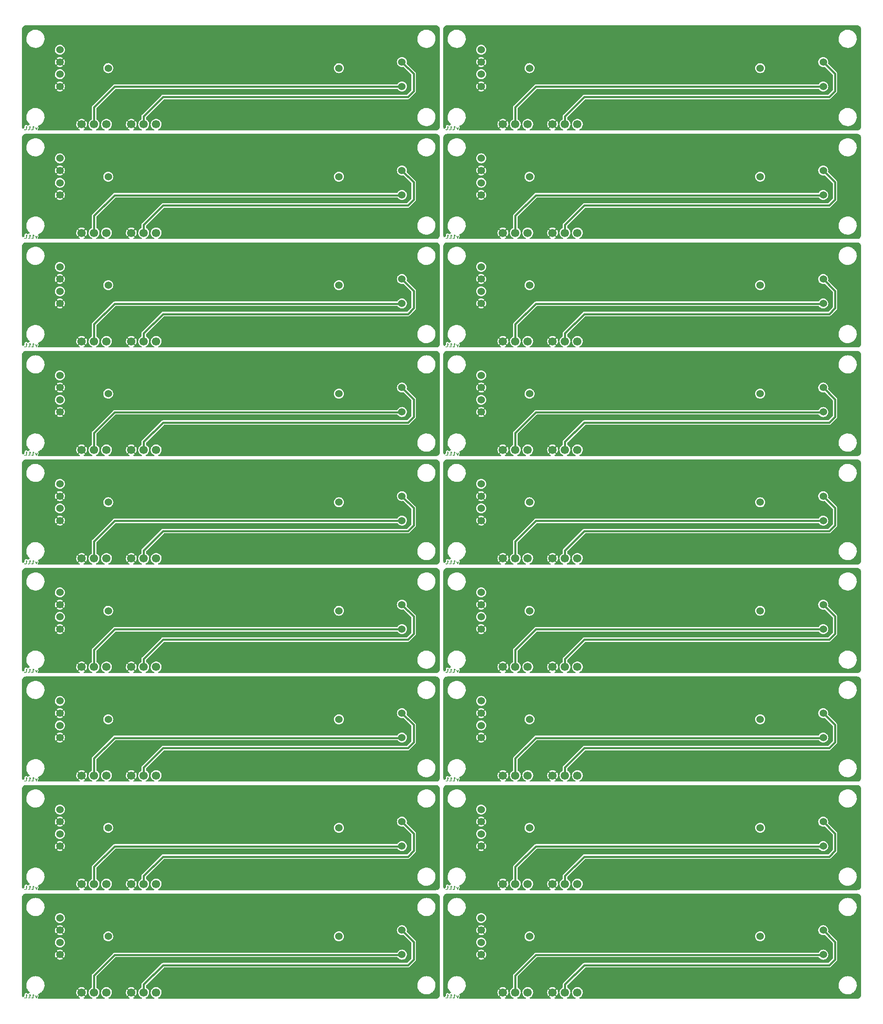
<source format=gbr>
%TF.GenerationSoftware,KiCad,Pcbnew,(5.99.0-11441-g1a5e63bcab)*%
%TF.CreationDate,2022-01-11T09:27:24+01:00*%
%TF.ProjectId,Slider_potentiometer,536c6964-6572-45f7-906f-74656e74696f,V1.1.1.*%
%TF.SameCoordinates,PX5f5e100PYe5d5e40*%
%TF.FileFunction,Copper,L2,Bot*%
%TF.FilePolarity,Positive*%
%FSLAX46Y46*%
G04 Gerber Fmt 4.6, Leading zero omitted, Abs format (unit mm)*
G04 Created by KiCad (PCBNEW (5.99.0-11441-g1a5e63bcab)) date 2022-01-11 09:27:24*
%MOMM*%
%LPD*%
G01*
G04 APERTURE LIST*
%TA.AperFunction,EtchedComponent*%
%ADD10C,0.010000*%
%TD*%
%TA.AperFunction,ComponentPad*%
%ADD11C,1.700000*%
%TD*%
%TA.AperFunction,ComponentPad*%
%ADD12C,1.524000*%
%TD*%
%TA.AperFunction,ViaPad*%
%ADD13C,0.500000*%
%TD*%
%TA.AperFunction,Conductor*%
%ADD14C,0.400000*%
%TD*%
G04 APERTURE END LIST*
D10*
%TO.C,REF\u002A\u002A*%
X87315000Y178000000D02*
X87265000Y178000000D01*
X87265000Y178000000D02*
X87245000Y178040000D01*
X87245000Y178040000D02*
X87245000Y178700000D01*
X87245000Y178700000D02*
X87275000Y178730000D01*
X87275000Y178730000D02*
X87335000Y178730000D01*
X87335000Y178730000D02*
X87365000Y178690000D01*
X87365000Y178690000D02*
X87485000Y178570000D01*
X87485000Y178570000D02*
X87495000Y178520000D01*
X87495000Y178520000D02*
X87465000Y178510000D01*
X87465000Y178510000D02*
X87375000Y178570000D01*
X87375000Y178570000D02*
X87335000Y178580000D01*
X87335000Y178580000D02*
X87335000Y178040000D01*
X87335000Y178040000D02*
X87315000Y178000000D01*
X87315000Y178000000D02*
X87315000Y178000000D01*
G36*
X87365000Y178690000D02*
G01*
X87485000Y178570000D01*
X87495000Y178520000D01*
X87465000Y178510000D01*
X87375000Y178570000D01*
X87335000Y178580000D01*
X87335000Y178040000D01*
X87315000Y178000000D01*
X87265000Y178000000D01*
X87245000Y178040000D01*
X87245000Y178700000D01*
X87275000Y178730000D01*
X87335000Y178730000D01*
X87365000Y178690000D01*
G37*
X87365000Y178690000D02*
X87485000Y178570000D01*
X87495000Y178520000D01*
X87465000Y178510000D01*
X87375000Y178570000D01*
X87335000Y178580000D01*
X87335000Y178040000D01*
X87315000Y178000000D01*
X87265000Y178000000D01*
X87245000Y178040000D01*
X87245000Y178700000D01*
X87275000Y178730000D01*
X87335000Y178730000D01*
X87365000Y178690000D01*
X88725000Y178000000D02*
X88665000Y178000000D01*
X88665000Y178000000D02*
X88655000Y178040000D01*
X88655000Y178040000D02*
X88655000Y178700000D01*
X88655000Y178700000D02*
X88685000Y178730000D01*
X88685000Y178730000D02*
X88745000Y178730000D01*
X88745000Y178730000D02*
X88775000Y178690000D01*
X88775000Y178690000D02*
X88895000Y178570000D01*
X88895000Y178570000D02*
X88905000Y178520000D01*
X88905000Y178520000D02*
X88875000Y178510000D01*
X88875000Y178510000D02*
X88785000Y178570000D01*
X88785000Y178570000D02*
X88745000Y178580000D01*
X88745000Y178580000D02*
X88745000Y178040000D01*
X88745000Y178040000D02*
X88725000Y178000000D01*
X88725000Y178000000D02*
X88725000Y178000000D01*
G36*
X88775000Y178690000D02*
G01*
X88895000Y178570000D01*
X88905000Y178520000D01*
X88875000Y178510000D01*
X88785000Y178570000D01*
X88745000Y178580000D01*
X88745000Y178040000D01*
X88725000Y178000000D01*
X88665000Y178000000D01*
X88655000Y178040000D01*
X88655000Y178700000D01*
X88685000Y178730000D01*
X88745000Y178730000D01*
X88775000Y178690000D01*
G37*
X88775000Y178690000D02*
X88895000Y178570000D01*
X88905000Y178520000D01*
X88875000Y178510000D01*
X88785000Y178570000D01*
X88745000Y178580000D01*
X88745000Y178040000D01*
X88725000Y178000000D01*
X88665000Y178000000D01*
X88655000Y178040000D01*
X88655000Y178700000D01*
X88685000Y178730000D01*
X88745000Y178730000D01*
X88775000Y178690000D01*
X88015000Y178000000D02*
X87965000Y178000000D01*
X87965000Y178000000D02*
X87945000Y178040000D01*
X87945000Y178040000D02*
X87945000Y178700000D01*
X87945000Y178700000D02*
X87985000Y178730000D01*
X87985000Y178730000D02*
X88035000Y178730000D01*
X88035000Y178730000D02*
X88075000Y178690000D01*
X88075000Y178690000D02*
X88185000Y178570000D01*
X88185000Y178570000D02*
X88205000Y178520000D01*
X88205000Y178520000D02*
X88175000Y178510000D01*
X88175000Y178510000D02*
X88085000Y178570000D01*
X88085000Y178570000D02*
X88045000Y178580000D01*
X88045000Y178580000D02*
X88045000Y178040000D01*
X88045000Y178040000D02*
X88015000Y178000000D01*
X88015000Y178000000D02*
X88015000Y178000000D01*
G36*
X88075000Y178690000D02*
G01*
X88185000Y178570000D01*
X88205000Y178520000D01*
X88175000Y178510000D01*
X88085000Y178570000D01*
X88045000Y178580000D01*
X88045000Y178040000D01*
X88015000Y178000000D01*
X87965000Y178000000D01*
X87945000Y178040000D01*
X87945000Y178700000D01*
X87985000Y178730000D01*
X88035000Y178730000D01*
X88075000Y178690000D01*
G37*
X88075000Y178690000D02*
X88185000Y178570000D01*
X88205000Y178520000D01*
X88175000Y178510000D01*
X88085000Y178570000D01*
X88045000Y178580000D01*
X88045000Y178040000D01*
X88015000Y178000000D01*
X87965000Y178000000D01*
X87945000Y178040000D01*
X87945000Y178700000D01*
X87985000Y178730000D01*
X88035000Y178730000D01*
X88075000Y178690000D01*
X89375000Y178000000D02*
X89325000Y178000000D01*
X89325000Y178000000D02*
X89295000Y178040000D01*
X89295000Y178040000D02*
X89145000Y178450000D01*
X89145000Y178450000D02*
X89165000Y178480000D01*
X89165000Y178480000D02*
X89215000Y178480000D01*
X89215000Y178480000D02*
X89245000Y178450000D01*
X89245000Y178450000D02*
X89335000Y178190000D01*
X89335000Y178190000D02*
X89355000Y178140000D01*
X89355000Y178140000D02*
X89375000Y178180000D01*
X89375000Y178180000D02*
X89465000Y178440000D01*
X89465000Y178440000D02*
X89485000Y178480000D01*
X89485000Y178480000D02*
X89545000Y178480000D01*
X89545000Y178480000D02*
X89565000Y178450000D01*
X89565000Y178450000D02*
X89405000Y178040000D01*
X89405000Y178040000D02*
X89375000Y178000000D01*
X89375000Y178000000D02*
X89375000Y178000000D01*
G36*
X89245000Y178450000D02*
G01*
X89335000Y178190000D01*
X89355000Y178140000D01*
X89375000Y178180000D01*
X89465000Y178440000D01*
X89485000Y178480000D01*
X89545000Y178480000D01*
X89565000Y178450000D01*
X89405000Y178040000D01*
X89375000Y178000000D01*
X89325000Y178000000D01*
X89295000Y178040000D01*
X89145000Y178450000D01*
X89165000Y178480000D01*
X89215000Y178480000D01*
X89245000Y178450000D01*
G37*
X89245000Y178450000D02*
X89335000Y178190000D01*
X89355000Y178140000D01*
X89375000Y178180000D01*
X89465000Y178440000D01*
X89485000Y178480000D01*
X89545000Y178480000D01*
X89565000Y178450000D01*
X89405000Y178040000D01*
X89375000Y178000000D01*
X89325000Y178000000D01*
X89295000Y178040000D01*
X89145000Y178450000D01*
X89165000Y178480000D01*
X89215000Y178480000D01*
X89245000Y178450000D01*
X88495000Y177970000D02*
X88445000Y177970000D01*
X88445000Y177970000D02*
X88395000Y177980000D01*
X88395000Y177980000D02*
X88385000Y178020000D01*
X88385000Y178020000D02*
X88385000Y178080000D01*
X88385000Y178080000D02*
X88435000Y178090000D01*
X88435000Y178090000D02*
X88485000Y178090000D01*
X88485000Y178090000D02*
X88515000Y178060000D01*
X88515000Y178060000D02*
X88515000Y178010000D01*
X88515000Y178010000D02*
X88495000Y177970000D01*
X88495000Y177970000D02*
X88495000Y177970000D01*
G36*
X88515000Y178060000D02*
G01*
X88515000Y178010000D01*
X88495000Y177970000D01*
X88445000Y177970000D01*
X88395000Y177980000D01*
X88385000Y178020000D01*
X88385000Y178080000D01*
X88435000Y178090000D01*
X88485000Y178090000D01*
X88515000Y178060000D01*
G37*
X88515000Y178060000D02*
X88515000Y178010000D01*
X88495000Y177970000D01*
X88445000Y177970000D01*
X88395000Y177980000D01*
X88385000Y178020000D01*
X88385000Y178080000D01*
X88435000Y178090000D01*
X88485000Y178090000D01*
X88515000Y178060000D01*
X87085000Y177970000D02*
X87035000Y177970000D01*
X87035000Y177970000D02*
X86985000Y177980000D01*
X86985000Y177980000D02*
X86975000Y178020000D01*
X86975000Y178020000D02*
X86975000Y178080000D01*
X86975000Y178080000D02*
X87025000Y178090000D01*
X87025000Y178090000D02*
X87075000Y178090000D01*
X87075000Y178090000D02*
X87105000Y178060000D01*
X87105000Y178060000D02*
X87105000Y178010000D01*
X87105000Y178010000D02*
X87085000Y177970000D01*
X87085000Y177970000D02*
X87085000Y177970000D01*
G36*
X87105000Y178060000D02*
G01*
X87105000Y178010000D01*
X87085000Y177970000D01*
X87035000Y177970000D01*
X86985000Y177980000D01*
X86975000Y178020000D01*
X86975000Y178080000D01*
X87025000Y178090000D01*
X87075000Y178090000D01*
X87105000Y178060000D01*
G37*
X87105000Y178060000D02*
X87105000Y178010000D01*
X87085000Y177970000D01*
X87035000Y177970000D01*
X86985000Y177980000D01*
X86975000Y178020000D01*
X86975000Y178080000D01*
X87025000Y178090000D01*
X87075000Y178090000D01*
X87105000Y178060000D01*
X87795000Y177970000D02*
X87745000Y177970000D01*
X87745000Y177970000D02*
X87685000Y177980000D01*
X87685000Y177980000D02*
X87685000Y178020000D01*
X87685000Y178020000D02*
X87685000Y178080000D01*
X87685000Y178080000D02*
X87725000Y178090000D01*
X87725000Y178090000D02*
X87775000Y178090000D01*
X87775000Y178090000D02*
X87805000Y178060000D01*
X87805000Y178060000D02*
X87805000Y178010000D01*
X87805000Y178010000D02*
X87795000Y177970000D01*
X87795000Y177970000D02*
X87795000Y177970000D01*
G36*
X87805000Y178060000D02*
G01*
X87805000Y178010000D01*
X87795000Y177970000D01*
X87745000Y177970000D01*
X87685000Y177980000D01*
X87685000Y178080000D01*
X87725000Y178090000D01*
X87775000Y178090000D01*
X87805000Y178060000D01*
G37*
X87805000Y178060000D02*
X87805000Y178010000D01*
X87795000Y177970000D01*
X87745000Y177970000D01*
X87685000Y177980000D01*
X87685000Y178080000D01*
X87725000Y178090000D01*
X87775000Y178090000D01*
X87805000Y178060000D01*
X1115000Y178000000D02*
X1065000Y178000000D01*
X1065000Y178000000D02*
X1045000Y178040000D01*
X1045000Y178040000D02*
X1045000Y178700000D01*
X1045000Y178700000D02*
X1075000Y178730000D01*
X1075000Y178730000D02*
X1135000Y178730000D01*
X1135000Y178730000D02*
X1165000Y178690000D01*
X1165000Y178690000D02*
X1285000Y178570000D01*
X1285000Y178570000D02*
X1295000Y178520000D01*
X1295000Y178520000D02*
X1265000Y178510000D01*
X1265000Y178510000D02*
X1175000Y178570000D01*
X1175000Y178570000D02*
X1135000Y178580000D01*
X1135000Y178580000D02*
X1135000Y178040000D01*
X1135000Y178040000D02*
X1115000Y178000000D01*
X1115000Y178000000D02*
X1115000Y178000000D01*
G36*
X1165000Y178690000D02*
G01*
X1285000Y178570000D01*
X1295000Y178520000D01*
X1265000Y178510000D01*
X1175000Y178570000D01*
X1135000Y178580000D01*
X1135000Y178040000D01*
X1115000Y178000000D01*
X1065000Y178000000D01*
X1045000Y178040000D01*
X1045000Y178700000D01*
X1075000Y178730000D01*
X1135000Y178730000D01*
X1165000Y178690000D01*
G37*
X1165000Y178690000D02*
X1285000Y178570000D01*
X1295000Y178520000D01*
X1265000Y178510000D01*
X1175000Y178570000D01*
X1135000Y178580000D01*
X1135000Y178040000D01*
X1115000Y178000000D01*
X1065000Y178000000D01*
X1045000Y178040000D01*
X1045000Y178700000D01*
X1075000Y178730000D01*
X1135000Y178730000D01*
X1165000Y178690000D01*
X2525000Y178000000D02*
X2465000Y178000000D01*
X2465000Y178000000D02*
X2455000Y178040000D01*
X2455000Y178040000D02*
X2455000Y178700000D01*
X2455000Y178700000D02*
X2485000Y178730000D01*
X2485000Y178730000D02*
X2545000Y178730000D01*
X2545000Y178730000D02*
X2575000Y178690000D01*
X2575000Y178690000D02*
X2695000Y178570000D01*
X2695000Y178570000D02*
X2705000Y178520000D01*
X2705000Y178520000D02*
X2675000Y178510000D01*
X2675000Y178510000D02*
X2585000Y178570000D01*
X2585000Y178570000D02*
X2545000Y178580000D01*
X2545000Y178580000D02*
X2545000Y178040000D01*
X2545000Y178040000D02*
X2525000Y178000000D01*
X2525000Y178000000D02*
X2525000Y178000000D01*
G36*
X2575000Y178690000D02*
G01*
X2695000Y178570000D01*
X2705000Y178520000D01*
X2675000Y178510000D01*
X2585000Y178570000D01*
X2545000Y178580000D01*
X2545000Y178040000D01*
X2525000Y178000000D01*
X2465000Y178000000D01*
X2455000Y178040000D01*
X2455000Y178700000D01*
X2485000Y178730000D01*
X2545000Y178730000D01*
X2575000Y178690000D01*
G37*
X2575000Y178690000D02*
X2695000Y178570000D01*
X2705000Y178520000D01*
X2675000Y178510000D01*
X2585000Y178570000D01*
X2545000Y178580000D01*
X2545000Y178040000D01*
X2525000Y178000000D01*
X2465000Y178000000D01*
X2455000Y178040000D01*
X2455000Y178700000D01*
X2485000Y178730000D01*
X2545000Y178730000D01*
X2575000Y178690000D01*
X1815000Y178000000D02*
X1765000Y178000000D01*
X1765000Y178000000D02*
X1745000Y178040000D01*
X1745000Y178040000D02*
X1745000Y178700000D01*
X1745000Y178700000D02*
X1785000Y178730000D01*
X1785000Y178730000D02*
X1835000Y178730000D01*
X1835000Y178730000D02*
X1875000Y178690000D01*
X1875000Y178690000D02*
X1985000Y178570000D01*
X1985000Y178570000D02*
X2005000Y178520000D01*
X2005000Y178520000D02*
X1975000Y178510000D01*
X1975000Y178510000D02*
X1885000Y178570000D01*
X1885000Y178570000D02*
X1845000Y178580000D01*
X1845000Y178580000D02*
X1845000Y178040000D01*
X1845000Y178040000D02*
X1815000Y178000000D01*
X1815000Y178000000D02*
X1815000Y178000000D01*
G36*
X1875000Y178690000D02*
G01*
X1985000Y178570000D01*
X2005000Y178520000D01*
X1975000Y178510000D01*
X1885000Y178570000D01*
X1845000Y178580000D01*
X1845000Y178040000D01*
X1815000Y178000000D01*
X1765000Y178000000D01*
X1745000Y178040000D01*
X1745000Y178700000D01*
X1785000Y178730000D01*
X1835000Y178730000D01*
X1875000Y178690000D01*
G37*
X1875000Y178690000D02*
X1985000Y178570000D01*
X2005000Y178520000D01*
X1975000Y178510000D01*
X1885000Y178570000D01*
X1845000Y178580000D01*
X1845000Y178040000D01*
X1815000Y178000000D01*
X1765000Y178000000D01*
X1745000Y178040000D01*
X1745000Y178700000D01*
X1785000Y178730000D01*
X1835000Y178730000D01*
X1875000Y178690000D01*
X3175000Y178000000D02*
X3125000Y178000000D01*
X3125000Y178000000D02*
X3095000Y178040000D01*
X3095000Y178040000D02*
X2945000Y178450000D01*
X2945000Y178450000D02*
X2965000Y178480000D01*
X2965000Y178480000D02*
X3015000Y178480000D01*
X3015000Y178480000D02*
X3045000Y178450000D01*
X3045000Y178450000D02*
X3135000Y178190000D01*
X3135000Y178190000D02*
X3155000Y178140000D01*
X3155000Y178140000D02*
X3175000Y178180000D01*
X3175000Y178180000D02*
X3265000Y178440000D01*
X3265000Y178440000D02*
X3285000Y178480000D01*
X3285000Y178480000D02*
X3345000Y178480000D01*
X3345000Y178480000D02*
X3365000Y178450000D01*
X3365000Y178450000D02*
X3205000Y178040000D01*
X3205000Y178040000D02*
X3175000Y178000000D01*
X3175000Y178000000D02*
X3175000Y178000000D01*
G36*
X3045000Y178450000D02*
G01*
X3135000Y178190000D01*
X3155000Y178140000D01*
X3175000Y178180000D01*
X3265000Y178440000D01*
X3285000Y178480000D01*
X3345000Y178480000D01*
X3365000Y178450000D01*
X3205000Y178040000D01*
X3175000Y178000000D01*
X3125000Y178000000D01*
X3095000Y178040000D01*
X2945000Y178450000D01*
X2965000Y178480000D01*
X3015000Y178480000D01*
X3045000Y178450000D01*
G37*
X3045000Y178450000D02*
X3135000Y178190000D01*
X3155000Y178140000D01*
X3175000Y178180000D01*
X3265000Y178440000D01*
X3285000Y178480000D01*
X3345000Y178480000D01*
X3365000Y178450000D01*
X3205000Y178040000D01*
X3175000Y178000000D01*
X3125000Y178000000D01*
X3095000Y178040000D01*
X2945000Y178450000D01*
X2965000Y178480000D01*
X3015000Y178480000D01*
X3045000Y178450000D01*
X2295000Y177970000D02*
X2245000Y177970000D01*
X2245000Y177970000D02*
X2195000Y177980000D01*
X2195000Y177980000D02*
X2185000Y178020000D01*
X2185000Y178020000D02*
X2185000Y178080000D01*
X2185000Y178080000D02*
X2235000Y178090000D01*
X2235000Y178090000D02*
X2285000Y178090000D01*
X2285000Y178090000D02*
X2315000Y178060000D01*
X2315000Y178060000D02*
X2315000Y178010000D01*
X2315000Y178010000D02*
X2295000Y177970000D01*
X2295000Y177970000D02*
X2295000Y177970000D01*
G36*
X2315000Y178060000D02*
G01*
X2315000Y178010000D01*
X2295000Y177970000D01*
X2245000Y177970000D01*
X2195000Y177980000D01*
X2185000Y178020000D01*
X2185000Y178080000D01*
X2235000Y178090000D01*
X2285000Y178090000D01*
X2315000Y178060000D01*
G37*
X2315000Y178060000D02*
X2315000Y178010000D01*
X2295000Y177970000D01*
X2245000Y177970000D01*
X2195000Y177980000D01*
X2185000Y178020000D01*
X2185000Y178080000D01*
X2235000Y178090000D01*
X2285000Y178090000D01*
X2315000Y178060000D01*
X885000Y177970000D02*
X835000Y177970000D01*
X835000Y177970000D02*
X785000Y177980000D01*
X785000Y177980000D02*
X775000Y178020000D01*
X775000Y178020000D02*
X775000Y178080000D01*
X775000Y178080000D02*
X825000Y178090000D01*
X825000Y178090000D02*
X875000Y178090000D01*
X875000Y178090000D02*
X905000Y178060000D01*
X905000Y178060000D02*
X905000Y178010000D01*
X905000Y178010000D02*
X885000Y177970000D01*
X885000Y177970000D02*
X885000Y177970000D01*
G36*
X905000Y178060000D02*
G01*
X905000Y178010000D01*
X885000Y177970000D01*
X835000Y177970000D01*
X785000Y177980000D01*
X775000Y178020000D01*
X775000Y178080000D01*
X825000Y178090000D01*
X875000Y178090000D01*
X905000Y178060000D01*
G37*
X905000Y178060000D02*
X905000Y178010000D01*
X885000Y177970000D01*
X835000Y177970000D01*
X785000Y177980000D01*
X775000Y178020000D01*
X775000Y178080000D01*
X825000Y178090000D01*
X875000Y178090000D01*
X905000Y178060000D01*
X1595000Y177970000D02*
X1545000Y177970000D01*
X1545000Y177970000D02*
X1485000Y177980000D01*
X1485000Y177980000D02*
X1485000Y178020000D01*
X1485000Y178020000D02*
X1485000Y178080000D01*
X1485000Y178080000D02*
X1525000Y178090000D01*
X1525000Y178090000D02*
X1575000Y178090000D01*
X1575000Y178090000D02*
X1605000Y178060000D01*
X1605000Y178060000D02*
X1605000Y178010000D01*
X1605000Y178010000D02*
X1595000Y177970000D01*
X1595000Y177970000D02*
X1595000Y177970000D01*
G36*
X1605000Y178060000D02*
G01*
X1605000Y178010000D01*
X1595000Y177970000D01*
X1545000Y177970000D01*
X1485000Y177980000D01*
X1485000Y178080000D01*
X1525000Y178090000D01*
X1575000Y178090000D01*
X1605000Y178060000D01*
G37*
X1605000Y178060000D02*
X1605000Y178010000D01*
X1595000Y177970000D01*
X1545000Y177970000D01*
X1485000Y177980000D01*
X1485000Y178080000D01*
X1525000Y178090000D01*
X1575000Y178090000D01*
X1605000Y178060000D01*
X87315000Y155800000D02*
X87265000Y155800000D01*
X87265000Y155800000D02*
X87245000Y155840000D01*
X87245000Y155840000D02*
X87245000Y156500000D01*
X87245000Y156500000D02*
X87275000Y156530000D01*
X87275000Y156530000D02*
X87335000Y156530000D01*
X87335000Y156530000D02*
X87365000Y156490000D01*
X87365000Y156490000D02*
X87485000Y156370000D01*
X87485000Y156370000D02*
X87495000Y156320000D01*
X87495000Y156320000D02*
X87465000Y156310000D01*
X87465000Y156310000D02*
X87375000Y156370000D01*
X87375000Y156370000D02*
X87335000Y156380000D01*
X87335000Y156380000D02*
X87335000Y155840000D01*
X87335000Y155840000D02*
X87315000Y155800000D01*
X87315000Y155800000D02*
X87315000Y155800000D01*
G36*
X87365000Y156490000D02*
G01*
X87485000Y156370000D01*
X87495000Y156320000D01*
X87465000Y156310000D01*
X87375000Y156370000D01*
X87335000Y156380000D01*
X87335000Y155840000D01*
X87315000Y155800000D01*
X87265000Y155800000D01*
X87245000Y155840000D01*
X87245000Y156500000D01*
X87275000Y156530000D01*
X87335000Y156530000D01*
X87365000Y156490000D01*
G37*
X87365000Y156490000D02*
X87485000Y156370000D01*
X87495000Y156320000D01*
X87465000Y156310000D01*
X87375000Y156370000D01*
X87335000Y156380000D01*
X87335000Y155840000D01*
X87315000Y155800000D01*
X87265000Y155800000D01*
X87245000Y155840000D01*
X87245000Y156500000D01*
X87275000Y156530000D01*
X87335000Y156530000D01*
X87365000Y156490000D01*
X88725000Y155800000D02*
X88665000Y155800000D01*
X88665000Y155800000D02*
X88655000Y155840000D01*
X88655000Y155840000D02*
X88655000Y156500000D01*
X88655000Y156500000D02*
X88685000Y156530000D01*
X88685000Y156530000D02*
X88745000Y156530000D01*
X88745000Y156530000D02*
X88775000Y156490000D01*
X88775000Y156490000D02*
X88895000Y156370000D01*
X88895000Y156370000D02*
X88905000Y156320000D01*
X88905000Y156320000D02*
X88875000Y156310000D01*
X88875000Y156310000D02*
X88785000Y156370000D01*
X88785000Y156370000D02*
X88745000Y156380000D01*
X88745000Y156380000D02*
X88745000Y155840000D01*
X88745000Y155840000D02*
X88725000Y155800000D01*
X88725000Y155800000D02*
X88725000Y155800000D01*
G36*
X88775000Y156490000D02*
G01*
X88895000Y156370000D01*
X88905000Y156320000D01*
X88875000Y156310000D01*
X88785000Y156370000D01*
X88745000Y156380000D01*
X88745000Y155840000D01*
X88725000Y155800000D01*
X88665000Y155800000D01*
X88655000Y155840000D01*
X88655000Y156500000D01*
X88685000Y156530000D01*
X88745000Y156530000D01*
X88775000Y156490000D01*
G37*
X88775000Y156490000D02*
X88895000Y156370000D01*
X88905000Y156320000D01*
X88875000Y156310000D01*
X88785000Y156370000D01*
X88745000Y156380000D01*
X88745000Y155840000D01*
X88725000Y155800000D01*
X88665000Y155800000D01*
X88655000Y155840000D01*
X88655000Y156500000D01*
X88685000Y156530000D01*
X88745000Y156530000D01*
X88775000Y156490000D01*
X88015000Y155800000D02*
X87965000Y155800000D01*
X87965000Y155800000D02*
X87945000Y155840000D01*
X87945000Y155840000D02*
X87945000Y156500000D01*
X87945000Y156500000D02*
X87985000Y156530000D01*
X87985000Y156530000D02*
X88035000Y156530000D01*
X88035000Y156530000D02*
X88075000Y156490000D01*
X88075000Y156490000D02*
X88185000Y156370000D01*
X88185000Y156370000D02*
X88205000Y156320000D01*
X88205000Y156320000D02*
X88175000Y156310000D01*
X88175000Y156310000D02*
X88085000Y156370000D01*
X88085000Y156370000D02*
X88045000Y156380000D01*
X88045000Y156380000D02*
X88045000Y155840000D01*
X88045000Y155840000D02*
X88015000Y155800000D01*
X88015000Y155800000D02*
X88015000Y155800000D01*
G36*
X88075000Y156490000D02*
G01*
X88185000Y156370000D01*
X88205000Y156320000D01*
X88175000Y156310000D01*
X88085000Y156370000D01*
X88045000Y156380000D01*
X88045000Y155840000D01*
X88015000Y155800000D01*
X87965000Y155800000D01*
X87945000Y155840000D01*
X87945000Y156500000D01*
X87985000Y156530000D01*
X88035000Y156530000D01*
X88075000Y156490000D01*
G37*
X88075000Y156490000D02*
X88185000Y156370000D01*
X88205000Y156320000D01*
X88175000Y156310000D01*
X88085000Y156370000D01*
X88045000Y156380000D01*
X88045000Y155840000D01*
X88015000Y155800000D01*
X87965000Y155800000D01*
X87945000Y155840000D01*
X87945000Y156500000D01*
X87985000Y156530000D01*
X88035000Y156530000D01*
X88075000Y156490000D01*
X89375000Y155800000D02*
X89325000Y155800000D01*
X89325000Y155800000D02*
X89295000Y155840000D01*
X89295000Y155840000D02*
X89145000Y156250000D01*
X89145000Y156250000D02*
X89165000Y156280000D01*
X89165000Y156280000D02*
X89215000Y156280000D01*
X89215000Y156280000D02*
X89245000Y156250000D01*
X89245000Y156250000D02*
X89335000Y155990000D01*
X89335000Y155990000D02*
X89355000Y155940000D01*
X89355000Y155940000D02*
X89375000Y155980000D01*
X89375000Y155980000D02*
X89465000Y156240000D01*
X89465000Y156240000D02*
X89485000Y156280000D01*
X89485000Y156280000D02*
X89545000Y156280000D01*
X89545000Y156280000D02*
X89565000Y156250000D01*
X89565000Y156250000D02*
X89405000Y155840000D01*
X89405000Y155840000D02*
X89375000Y155800000D01*
X89375000Y155800000D02*
X89375000Y155800000D01*
G36*
X89245000Y156250000D02*
G01*
X89335000Y155990000D01*
X89355000Y155940000D01*
X89375000Y155980000D01*
X89465000Y156240000D01*
X89485000Y156280000D01*
X89545000Y156280000D01*
X89565000Y156250000D01*
X89405000Y155840000D01*
X89375000Y155800000D01*
X89325000Y155800000D01*
X89295000Y155840000D01*
X89145000Y156250000D01*
X89165000Y156280000D01*
X89215000Y156280000D01*
X89245000Y156250000D01*
G37*
X89245000Y156250000D02*
X89335000Y155990000D01*
X89355000Y155940000D01*
X89375000Y155980000D01*
X89465000Y156240000D01*
X89485000Y156280000D01*
X89545000Y156280000D01*
X89565000Y156250000D01*
X89405000Y155840000D01*
X89375000Y155800000D01*
X89325000Y155800000D01*
X89295000Y155840000D01*
X89145000Y156250000D01*
X89165000Y156280000D01*
X89215000Y156280000D01*
X89245000Y156250000D01*
X88495000Y155770000D02*
X88445000Y155770000D01*
X88445000Y155770000D02*
X88395000Y155780000D01*
X88395000Y155780000D02*
X88385000Y155820000D01*
X88385000Y155820000D02*
X88385000Y155880000D01*
X88385000Y155880000D02*
X88435000Y155890000D01*
X88435000Y155890000D02*
X88485000Y155890000D01*
X88485000Y155890000D02*
X88515000Y155860000D01*
X88515000Y155860000D02*
X88515000Y155810000D01*
X88515000Y155810000D02*
X88495000Y155770000D01*
X88495000Y155770000D02*
X88495000Y155770000D01*
G36*
X88515000Y155860000D02*
G01*
X88515000Y155810000D01*
X88495000Y155770000D01*
X88445000Y155770000D01*
X88395000Y155780000D01*
X88385000Y155820000D01*
X88385000Y155880000D01*
X88435000Y155890000D01*
X88485000Y155890000D01*
X88515000Y155860000D01*
G37*
X88515000Y155860000D02*
X88515000Y155810000D01*
X88495000Y155770000D01*
X88445000Y155770000D01*
X88395000Y155780000D01*
X88385000Y155820000D01*
X88385000Y155880000D01*
X88435000Y155890000D01*
X88485000Y155890000D01*
X88515000Y155860000D01*
X87085000Y155770000D02*
X87035000Y155770000D01*
X87035000Y155770000D02*
X86985000Y155780000D01*
X86985000Y155780000D02*
X86975000Y155820000D01*
X86975000Y155820000D02*
X86975000Y155880000D01*
X86975000Y155880000D02*
X87025000Y155890000D01*
X87025000Y155890000D02*
X87075000Y155890000D01*
X87075000Y155890000D02*
X87105000Y155860000D01*
X87105000Y155860000D02*
X87105000Y155810000D01*
X87105000Y155810000D02*
X87085000Y155770000D01*
X87085000Y155770000D02*
X87085000Y155770000D01*
G36*
X87105000Y155860000D02*
G01*
X87105000Y155810000D01*
X87085000Y155770000D01*
X87035000Y155770000D01*
X86985000Y155780000D01*
X86975000Y155820000D01*
X86975000Y155880000D01*
X87025000Y155890000D01*
X87075000Y155890000D01*
X87105000Y155860000D01*
G37*
X87105000Y155860000D02*
X87105000Y155810000D01*
X87085000Y155770000D01*
X87035000Y155770000D01*
X86985000Y155780000D01*
X86975000Y155820000D01*
X86975000Y155880000D01*
X87025000Y155890000D01*
X87075000Y155890000D01*
X87105000Y155860000D01*
X87795000Y155770000D02*
X87745000Y155770000D01*
X87745000Y155770000D02*
X87685000Y155780000D01*
X87685000Y155780000D02*
X87685000Y155820000D01*
X87685000Y155820000D02*
X87685000Y155880000D01*
X87685000Y155880000D02*
X87725000Y155890000D01*
X87725000Y155890000D02*
X87775000Y155890000D01*
X87775000Y155890000D02*
X87805000Y155860000D01*
X87805000Y155860000D02*
X87805000Y155810000D01*
X87805000Y155810000D02*
X87795000Y155770000D01*
X87795000Y155770000D02*
X87795000Y155770000D01*
G36*
X87805000Y155860000D02*
G01*
X87805000Y155810000D01*
X87795000Y155770000D01*
X87745000Y155770000D01*
X87685000Y155780000D01*
X87685000Y155880000D01*
X87725000Y155890000D01*
X87775000Y155890000D01*
X87805000Y155860000D01*
G37*
X87805000Y155860000D02*
X87805000Y155810000D01*
X87795000Y155770000D01*
X87745000Y155770000D01*
X87685000Y155780000D01*
X87685000Y155880000D01*
X87725000Y155890000D01*
X87775000Y155890000D01*
X87805000Y155860000D01*
X1115000Y155800000D02*
X1065000Y155800000D01*
X1065000Y155800000D02*
X1045000Y155840000D01*
X1045000Y155840000D02*
X1045000Y156500000D01*
X1045000Y156500000D02*
X1075000Y156530000D01*
X1075000Y156530000D02*
X1135000Y156530000D01*
X1135000Y156530000D02*
X1165000Y156490000D01*
X1165000Y156490000D02*
X1285000Y156370000D01*
X1285000Y156370000D02*
X1295000Y156320000D01*
X1295000Y156320000D02*
X1265000Y156310000D01*
X1265000Y156310000D02*
X1175000Y156370000D01*
X1175000Y156370000D02*
X1135000Y156380000D01*
X1135000Y156380000D02*
X1135000Y155840000D01*
X1135000Y155840000D02*
X1115000Y155800000D01*
X1115000Y155800000D02*
X1115000Y155800000D01*
G36*
X1165000Y156490000D02*
G01*
X1285000Y156370000D01*
X1295000Y156320000D01*
X1265000Y156310000D01*
X1175000Y156370000D01*
X1135000Y156380000D01*
X1135000Y155840000D01*
X1115000Y155800000D01*
X1065000Y155800000D01*
X1045000Y155840000D01*
X1045000Y156500000D01*
X1075000Y156530000D01*
X1135000Y156530000D01*
X1165000Y156490000D01*
G37*
X1165000Y156490000D02*
X1285000Y156370000D01*
X1295000Y156320000D01*
X1265000Y156310000D01*
X1175000Y156370000D01*
X1135000Y156380000D01*
X1135000Y155840000D01*
X1115000Y155800000D01*
X1065000Y155800000D01*
X1045000Y155840000D01*
X1045000Y156500000D01*
X1075000Y156530000D01*
X1135000Y156530000D01*
X1165000Y156490000D01*
X2525000Y155800000D02*
X2465000Y155800000D01*
X2465000Y155800000D02*
X2455000Y155840000D01*
X2455000Y155840000D02*
X2455000Y156500000D01*
X2455000Y156500000D02*
X2485000Y156530000D01*
X2485000Y156530000D02*
X2545000Y156530000D01*
X2545000Y156530000D02*
X2575000Y156490000D01*
X2575000Y156490000D02*
X2695000Y156370000D01*
X2695000Y156370000D02*
X2705000Y156320000D01*
X2705000Y156320000D02*
X2675000Y156310000D01*
X2675000Y156310000D02*
X2585000Y156370000D01*
X2585000Y156370000D02*
X2545000Y156380000D01*
X2545000Y156380000D02*
X2545000Y155840000D01*
X2545000Y155840000D02*
X2525000Y155800000D01*
X2525000Y155800000D02*
X2525000Y155800000D01*
G36*
X2575000Y156490000D02*
G01*
X2695000Y156370000D01*
X2705000Y156320000D01*
X2675000Y156310000D01*
X2585000Y156370000D01*
X2545000Y156380000D01*
X2545000Y155840000D01*
X2525000Y155800000D01*
X2465000Y155800000D01*
X2455000Y155840000D01*
X2455000Y156500000D01*
X2485000Y156530000D01*
X2545000Y156530000D01*
X2575000Y156490000D01*
G37*
X2575000Y156490000D02*
X2695000Y156370000D01*
X2705000Y156320000D01*
X2675000Y156310000D01*
X2585000Y156370000D01*
X2545000Y156380000D01*
X2545000Y155840000D01*
X2525000Y155800000D01*
X2465000Y155800000D01*
X2455000Y155840000D01*
X2455000Y156500000D01*
X2485000Y156530000D01*
X2545000Y156530000D01*
X2575000Y156490000D01*
X1815000Y155800000D02*
X1765000Y155800000D01*
X1765000Y155800000D02*
X1745000Y155840000D01*
X1745000Y155840000D02*
X1745000Y156500000D01*
X1745000Y156500000D02*
X1785000Y156530000D01*
X1785000Y156530000D02*
X1835000Y156530000D01*
X1835000Y156530000D02*
X1875000Y156490000D01*
X1875000Y156490000D02*
X1985000Y156370000D01*
X1985000Y156370000D02*
X2005000Y156320000D01*
X2005000Y156320000D02*
X1975000Y156310000D01*
X1975000Y156310000D02*
X1885000Y156370000D01*
X1885000Y156370000D02*
X1845000Y156380000D01*
X1845000Y156380000D02*
X1845000Y155840000D01*
X1845000Y155840000D02*
X1815000Y155800000D01*
X1815000Y155800000D02*
X1815000Y155800000D01*
G36*
X1875000Y156490000D02*
G01*
X1985000Y156370000D01*
X2005000Y156320000D01*
X1975000Y156310000D01*
X1885000Y156370000D01*
X1845000Y156380000D01*
X1845000Y155840000D01*
X1815000Y155800000D01*
X1765000Y155800000D01*
X1745000Y155840000D01*
X1745000Y156500000D01*
X1785000Y156530000D01*
X1835000Y156530000D01*
X1875000Y156490000D01*
G37*
X1875000Y156490000D02*
X1985000Y156370000D01*
X2005000Y156320000D01*
X1975000Y156310000D01*
X1885000Y156370000D01*
X1845000Y156380000D01*
X1845000Y155840000D01*
X1815000Y155800000D01*
X1765000Y155800000D01*
X1745000Y155840000D01*
X1745000Y156500000D01*
X1785000Y156530000D01*
X1835000Y156530000D01*
X1875000Y156490000D01*
X3175000Y155800000D02*
X3125000Y155800000D01*
X3125000Y155800000D02*
X3095000Y155840000D01*
X3095000Y155840000D02*
X2945000Y156250000D01*
X2945000Y156250000D02*
X2965000Y156280000D01*
X2965000Y156280000D02*
X3015000Y156280000D01*
X3015000Y156280000D02*
X3045000Y156250000D01*
X3045000Y156250000D02*
X3135000Y155990000D01*
X3135000Y155990000D02*
X3155000Y155940000D01*
X3155000Y155940000D02*
X3175000Y155980000D01*
X3175000Y155980000D02*
X3265000Y156240000D01*
X3265000Y156240000D02*
X3285000Y156280000D01*
X3285000Y156280000D02*
X3345000Y156280000D01*
X3345000Y156280000D02*
X3365000Y156250000D01*
X3365000Y156250000D02*
X3205000Y155840000D01*
X3205000Y155840000D02*
X3175000Y155800000D01*
X3175000Y155800000D02*
X3175000Y155800000D01*
G36*
X3045000Y156250000D02*
G01*
X3135000Y155990000D01*
X3155000Y155940000D01*
X3175000Y155980000D01*
X3265000Y156240000D01*
X3285000Y156280000D01*
X3345000Y156280000D01*
X3365000Y156250000D01*
X3205000Y155840000D01*
X3175000Y155800000D01*
X3125000Y155800000D01*
X3095000Y155840000D01*
X2945000Y156250000D01*
X2965000Y156280000D01*
X3015000Y156280000D01*
X3045000Y156250000D01*
G37*
X3045000Y156250000D02*
X3135000Y155990000D01*
X3155000Y155940000D01*
X3175000Y155980000D01*
X3265000Y156240000D01*
X3285000Y156280000D01*
X3345000Y156280000D01*
X3365000Y156250000D01*
X3205000Y155840000D01*
X3175000Y155800000D01*
X3125000Y155800000D01*
X3095000Y155840000D01*
X2945000Y156250000D01*
X2965000Y156280000D01*
X3015000Y156280000D01*
X3045000Y156250000D01*
X2295000Y155770000D02*
X2245000Y155770000D01*
X2245000Y155770000D02*
X2195000Y155780000D01*
X2195000Y155780000D02*
X2185000Y155820000D01*
X2185000Y155820000D02*
X2185000Y155880000D01*
X2185000Y155880000D02*
X2235000Y155890000D01*
X2235000Y155890000D02*
X2285000Y155890000D01*
X2285000Y155890000D02*
X2315000Y155860000D01*
X2315000Y155860000D02*
X2315000Y155810000D01*
X2315000Y155810000D02*
X2295000Y155770000D01*
X2295000Y155770000D02*
X2295000Y155770000D01*
G36*
X2315000Y155860000D02*
G01*
X2315000Y155810000D01*
X2295000Y155770000D01*
X2245000Y155770000D01*
X2195000Y155780000D01*
X2185000Y155820000D01*
X2185000Y155880000D01*
X2235000Y155890000D01*
X2285000Y155890000D01*
X2315000Y155860000D01*
G37*
X2315000Y155860000D02*
X2315000Y155810000D01*
X2295000Y155770000D01*
X2245000Y155770000D01*
X2195000Y155780000D01*
X2185000Y155820000D01*
X2185000Y155880000D01*
X2235000Y155890000D01*
X2285000Y155890000D01*
X2315000Y155860000D01*
X885000Y155770000D02*
X835000Y155770000D01*
X835000Y155770000D02*
X785000Y155780000D01*
X785000Y155780000D02*
X775000Y155820000D01*
X775000Y155820000D02*
X775000Y155880000D01*
X775000Y155880000D02*
X825000Y155890000D01*
X825000Y155890000D02*
X875000Y155890000D01*
X875000Y155890000D02*
X905000Y155860000D01*
X905000Y155860000D02*
X905000Y155810000D01*
X905000Y155810000D02*
X885000Y155770000D01*
X885000Y155770000D02*
X885000Y155770000D01*
G36*
X905000Y155860000D02*
G01*
X905000Y155810000D01*
X885000Y155770000D01*
X835000Y155770000D01*
X785000Y155780000D01*
X775000Y155820000D01*
X775000Y155880000D01*
X825000Y155890000D01*
X875000Y155890000D01*
X905000Y155860000D01*
G37*
X905000Y155860000D02*
X905000Y155810000D01*
X885000Y155770000D01*
X835000Y155770000D01*
X785000Y155780000D01*
X775000Y155820000D01*
X775000Y155880000D01*
X825000Y155890000D01*
X875000Y155890000D01*
X905000Y155860000D01*
X1595000Y155770000D02*
X1545000Y155770000D01*
X1545000Y155770000D02*
X1485000Y155780000D01*
X1485000Y155780000D02*
X1485000Y155820000D01*
X1485000Y155820000D02*
X1485000Y155880000D01*
X1485000Y155880000D02*
X1525000Y155890000D01*
X1525000Y155890000D02*
X1575000Y155890000D01*
X1575000Y155890000D02*
X1605000Y155860000D01*
X1605000Y155860000D02*
X1605000Y155810000D01*
X1605000Y155810000D02*
X1595000Y155770000D01*
X1595000Y155770000D02*
X1595000Y155770000D01*
G36*
X1605000Y155860000D02*
G01*
X1605000Y155810000D01*
X1595000Y155770000D01*
X1545000Y155770000D01*
X1485000Y155780000D01*
X1485000Y155880000D01*
X1525000Y155890000D01*
X1575000Y155890000D01*
X1605000Y155860000D01*
G37*
X1605000Y155860000D02*
X1605000Y155810000D01*
X1595000Y155770000D01*
X1545000Y155770000D01*
X1485000Y155780000D01*
X1485000Y155880000D01*
X1525000Y155890000D01*
X1575000Y155890000D01*
X1605000Y155860000D01*
X87315000Y133600000D02*
X87265000Y133600000D01*
X87265000Y133600000D02*
X87245000Y133640000D01*
X87245000Y133640000D02*
X87245000Y134300000D01*
X87245000Y134300000D02*
X87275000Y134330000D01*
X87275000Y134330000D02*
X87335000Y134330000D01*
X87335000Y134330000D02*
X87365000Y134290000D01*
X87365000Y134290000D02*
X87485000Y134170000D01*
X87485000Y134170000D02*
X87495000Y134120000D01*
X87495000Y134120000D02*
X87465000Y134110000D01*
X87465000Y134110000D02*
X87375000Y134170000D01*
X87375000Y134170000D02*
X87335000Y134180000D01*
X87335000Y134180000D02*
X87335000Y133640000D01*
X87335000Y133640000D02*
X87315000Y133600000D01*
X87315000Y133600000D02*
X87315000Y133600000D01*
G36*
X87365000Y134290000D02*
G01*
X87485000Y134170000D01*
X87495000Y134120000D01*
X87465000Y134110000D01*
X87375000Y134170000D01*
X87335000Y134180000D01*
X87335000Y133640000D01*
X87315000Y133600000D01*
X87265000Y133600000D01*
X87245000Y133640000D01*
X87245000Y134300000D01*
X87275000Y134330000D01*
X87335000Y134330000D01*
X87365000Y134290000D01*
G37*
X87365000Y134290000D02*
X87485000Y134170000D01*
X87495000Y134120000D01*
X87465000Y134110000D01*
X87375000Y134170000D01*
X87335000Y134180000D01*
X87335000Y133640000D01*
X87315000Y133600000D01*
X87265000Y133600000D01*
X87245000Y133640000D01*
X87245000Y134300000D01*
X87275000Y134330000D01*
X87335000Y134330000D01*
X87365000Y134290000D01*
X88725000Y133600000D02*
X88665000Y133600000D01*
X88665000Y133600000D02*
X88655000Y133640000D01*
X88655000Y133640000D02*
X88655000Y134300000D01*
X88655000Y134300000D02*
X88685000Y134330000D01*
X88685000Y134330000D02*
X88745000Y134330000D01*
X88745000Y134330000D02*
X88775000Y134290000D01*
X88775000Y134290000D02*
X88895000Y134170000D01*
X88895000Y134170000D02*
X88905000Y134120000D01*
X88905000Y134120000D02*
X88875000Y134110000D01*
X88875000Y134110000D02*
X88785000Y134170000D01*
X88785000Y134170000D02*
X88745000Y134180000D01*
X88745000Y134180000D02*
X88745000Y133640000D01*
X88745000Y133640000D02*
X88725000Y133600000D01*
X88725000Y133600000D02*
X88725000Y133600000D01*
G36*
X88775000Y134290000D02*
G01*
X88895000Y134170000D01*
X88905000Y134120000D01*
X88875000Y134110000D01*
X88785000Y134170000D01*
X88745000Y134180000D01*
X88745000Y133640000D01*
X88725000Y133600000D01*
X88665000Y133600000D01*
X88655000Y133640000D01*
X88655000Y134300000D01*
X88685000Y134330000D01*
X88745000Y134330000D01*
X88775000Y134290000D01*
G37*
X88775000Y134290000D02*
X88895000Y134170000D01*
X88905000Y134120000D01*
X88875000Y134110000D01*
X88785000Y134170000D01*
X88745000Y134180000D01*
X88745000Y133640000D01*
X88725000Y133600000D01*
X88665000Y133600000D01*
X88655000Y133640000D01*
X88655000Y134300000D01*
X88685000Y134330000D01*
X88745000Y134330000D01*
X88775000Y134290000D01*
X88015000Y133600000D02*
X87965000Y133600000D01*
X87965000Y133600000D02*
X87945000Y133640000D01*
X87945000Y133640000D02*
X87945000Y134300000D01*
X87945000Y134300000D02*
X87985000Y134330000D01*
X87985000Y134330000D02*
X88035000Y134330000D01*
X88035000Y134330000D02*
X88075000Y134290000D01*
X88075000Y134290000D02*
X88185000Y134170000D01*
X88185000Y134170000D02*
X88205000Y134120000D01*
X88205000Y134120000D02*
X88175000Y134110000D01*
X88175000Y134110000D02*
X88085000Y134170000D01*
X88085000Y134170000D02*
X88045000Y134180000D01*
X88045000Y134180000D02*
X88045000Y133640000D01*
X88045000Y133640000D02*
X88015000Y133600000D01*
X88015000Y133600000D02*
X88015000Y133600000D01*
G36*
X88075000Y134290000D02*
G01*
X88185000Y134170000D01*
X88205000Y134120000D01*
X88175000Y134110000D01*
X88085000Y134170000D01*
X88045000Y134180000D01*
X88045000Y133640000D01*
X88015000Y133600000D01*
X87965000Y133600000D01*
X87945000Y133640000D01*
X87945000Y134300000D01*
X87985000Y134330000D01*
X88035000Y134330000D01*
X88075000Y134290000D01*
G37*
X88075000Y134290000D02*
X88185000Y134170000D01*
X88205000Y134120000D01*
X88175000Y134110000D01*
X88085000Y134170000D01*
X88045000Y134180000D01*
X88045000Y133640000D01*
X88015000Y133600000D01*
X87965000Y133600000D01*
X87945000Y133640000D01*
X87945000Y134300000D01*
X87985000Y134330000D01*
X88035000Y134330000D01*
X88075000Y134290000D01*
X89375000Y133600000D02*
X89325000Y133600000D01*
X89325000Y133600000D02*
X89295000Y133640000D01*
X89295000Y133640000D02*
X89145000Y134050000D01*
X89145000Y134050000D02*
X89165000Y134080000D01*
X89165000Y134080000D02*
X89215000Y134080000D01*
X89215000Y134080000D02*
X89245000Y134050000D01*
X89245000Y134050000D02*
X89335000Y133790000D01*
X89335000Y133790000D02*
X89355000Y133740000D01*
X89355000Y133740000D02*
X89375000Y133780000D01*
X89375000Y133780000D02*
X89465000Y134040000D01*
X89465000Y134040000D02*
X89485000Y134080000D01*
X89485000Y134080000D02*
X89545000Y134080000D01*
X89545000Y134080000D02*
X89565000Y134050000D01*
X89565000Y134050000D02*
X89405000Y133640000D01*
X89405000Y133640000D02*
X89375000Y133600000D01*
X89375000Y133600000D02*
X89375000Y133600000D01*
G36*
X89245000Y134050000D02*
G01*
X89335000Y133790000D01*
X89355000Y133740000D01*
X89375000Y133780000D01*
X89465000Y134040000D01*
X89485000Y134080000D01*
X89545000Y134080000D01*
X89565000Y134050000D01*
X89405000Y133640000D01*
X89375000Y133600000D01*
X89325000Y133600000D01*
X89295000Y133640000D01*
X89145000Y134050000D01*
X89165000Y134080000D01*
X89215000Y134080000D01*
X89245000Y134050000D01*
G37*
X89245000Y134050000D02*
X89335000Y133790000D01*
X89355000Y133740000D01*
X89375000Y133780000D01*
X89465000Y134040000D01*
X89485000Y134080000D01*
X89545000Y134080000D01*
X89565000Y134050000D01*
X89405000Y133640000D01*
X89375000Y133600000D01*
X89325000Y133600000D01*
X89295000Y133640000D01*
X89145000Y134050000D01*
X89165000Y134080000D01*
X89215000Y134080000D01*
X89245000Y134050000D01*
X88495000Y133570000D02*
X88445000Y133570000D01*
X88445000Y133570000D02*
X88395000Y133580000D01*
X88395000Y133580000D02*
X88385000Y133620000D01*
X88385000Y133620000D02*
X88385000Y133680000D01*
X88385000Y133680000D02*
X88435000Y133690000D01*
X88435000Y133690000D02*
X88485000Y133690000D01*
X88485000Y133690000D02*
X88515000Y133660000D01*
X88515000Y133660000D02*
X88515000Y133610000D01*
X88515000Y133610000D02*
X88495000Y133570000D01*
X88495000Y133570000D02*
X88495000Y133570000D01*
G36*
X88515000Y133660000D02*
G01*
X88515000Y133610000D01*
X88495000Y133570000D01*
X88445000Y133570000D01*
X88395000Y133580000D01*
X88385000Y133620000D01*
X88385000Y133680000D01*
X88435000Y133690000D01*
X88485000Y133690000D01*
X88515000Y133660000D01*
G37*
X88515000Y133660000D02*
X88515000Y133610000D01*
X88495000Y133570000D01*
X88445000Y133570000D01*
X88395000Y133580000D01*
X88385000Y133620000D01*
X88385000Y133680000D01*
X88435000Y133690000D01*
X88485000Y133690000D01*
X88515000Y133660000D01*
X87085000Y133570000D02*
X87035000Y133570000D01*
X87035000Y133570000D02*
X86985000Y133580000D01*
X86985000Y133580000D02*
X86975000Y133620000D01*
X86975000Y133620000D02*
X86975000Y133680000D01*
X86975000Y133680000D02*
X87025000Y133690000D01*
X87025000Y133690000D02*
X87075000Y133690000D01*
X87075000Y133690000D02*
X87105000Y133660000D01*
X87105000Y133660000D02*
X87105000Y133610000D01*
X87105000Y133610000D02*
X87085000Y133570000D01*
X87085000Y133570000D02*
X87085000Y133570000D01*
G36*
X87105000Y133660000D02*
G01*
X87105000Y133610000D01*
X87085000Y133570000D01*
X87035000Y133570000D01*
X86985000Y133580000D01*
X86975000Y133620000D01*
X86975000Y133680000D01*
X87025000Y133690000D01*
X87075000Y133690000D01*
X87105000Y133660000D01*
G37*
X87105000Y133660000D02*
X87105000Y133610000D01*
X87085000Y133570000D01*
X87035000Y133570000D01*
X86985000Y133580000D01*
X86975000Y133620000D01*
X86975000Y133680000D01*
X87025000Y133690000D01*
X87075000Y133690000D01*
X87105000Y133660000D01*
X87795000Y133570000D02*
X87745000Y133570000D01*
X87745000Y133570000D02*
X87685000Y133580000D01*
X87685000Y133580000D02*
X87685000Y133620000D01*
X87685000Y133620000D02*
X87685000Y133680000D01*
X87685000Y133680000D02*
X87725000Y133690000D01*
X87725000Y133690000D02*
X87775000Y133690000D01*
X87775000Y133690000D02*
X87805000Y133660000D01*
X87805000Y133660000D02*
X87805000Y133610000D01*
X87805000Y133610000D02*
X87795000Y133570000D01*
X87795000Y133570000D02*
X87795000Y133570000D01*
G36*
X87805000Y133660000D02*
G01*
X87805000Y133610000D01*
X87795000Y133570000D01*
X87745000Y133570000D01*
X87685000Y133580000D01*
X87685000Y133680000D01*
X87725000Y133690000D01*
X87775000Y133690000D01*
X87805000Y133660000D01*
G37*
X87805000Y133660000D02*
X87805000Y133610000D01*
X87795000Y133570000D01*
X87745000Y133570000D01*
X87685000Y133580000D01*
X87685000Y133680000D01*
X87725000Y133690000D01*
X87775000Y133690000D01*
X87805000Y133660000D01*
X1115000Y133600000D02*
X1065000Y133600000D01*
X1065000Y133600000D02*
X1045000Y133640000D01*
X1045000Y133640000D02*
X1045000Y134300000D01*
X1045000Y134300000D02*
X1075000Y134330000D01*
X1075000Y134330000D02*
X1135000Y134330000D01*
X1135000Y134330000D02*
X1165000Y134290000D01*
X1165000Y134290000D02*
X1285000Y134170000D01*
X1285000Y134170000D02*
X1295000Y134120000D01*
X1295000Y134120000D02*
X1265000Y134110000D01*
X1265000Y134110000D02*
X1175000Y134170000D01*
X1175000Y134170000D02*
X1135000Y134180000D01*
X1135000Y134180000D02*
X1135000Y133640000D01*
X1135000Y133640000D02*
X1115000Y133600000D01*
X1115000Y133600000D02*
X1115000Y133600000D01*
G36*
X1165000Y134290000D02*
G01*
X1285000Y134170000D01*
X1295000Y134120000D01*
X1265000Y134110000D01*
X1175000Y134170000D01*
X1135000Y134180000D01*
X1135000Y133640000D01*
X1115000Y133600000D01*
X1065000Y133600000D01*
X1045000Y133640000D01*
X1045000Y134300000D01*
X1075000Y134330000D01*
X1135000Y134330000D01*
X1165000Y134290000D01*
G37*
X1165000Y134290000D02*
X1285000Y134170000D01*
X1295000Y134120000D01*
X1265000Y134110000D01*
X1175000Y134170000D01*
X1135000Y134180000D01*
X1135000Y133640000D01*
X1115000Y133600000D01*
X1065000Y133600000D01*
X1045000Y133640000D01*
X1045000Y134300000D01*
X1075000Y134330000D01*
X1135000Y134330000D01*
X1165000Y134290000D01*
X2525000Y133600000D02*
X2465000Y133600000D01*
X2465000Y133600000D02*
X2455000Y133640000D01*
X2455000Y133640000D02*
X2455000Y134300000D01*
X2455000Y134300000D02*
X2485000Y134330000D01*
X2485000Y134330000D02*
X2545000Y134330000D01*
X2545000Y134330000D02*
X2575000Y134290000D01*
X2575000Y134290000D02*
X2695000Y134170000D01*
X2695000Y134170000D02*
X2705000Y134120000D01*
X2705000Y134120000D02*
X2675000Y134110000D01*
X2675000Y134110000D02*
X2585000Y134170000D01*
X2585000Y134170000D02*
X2545000Y134180000D01*
X2545000Y134180000D02*
X2545000Y133640000D01*
X2545000Y133640000D02*
X2525000Y133600000D01*
X2525000Y133600000D02*
X2525000Y133600000D01*
G36*
X2575000Y134290000D02*
G01*
X2695000Y134170000D01*
X2705000Y134120000D01*
X2675000Y134110000D01*
X2585000Y134170000D01*
X2545000Y134180000D01*
X2545000Y133640000D01*
X2525000Y133600000D01*
X2465000Y133600000D01*
X2455000Y133640000D01*
X2455000Y134300000D01*
X2485000Y134330000D01*
X2545000Y134330000D01*
X2575000Y134290000D01*
G37*
X2575000Y134290000D02*
X2695000Y134170000D01*
X2705000Y134120000D01*
X2675000Y134110000D01*
X2585000Y134170000D01*
X2545000Y134180000D01*
X2545000Y133640000D01*
X2525000Y133600000D01*
X2465000Y133600000D01*
X2455000Y133640000D01*
X2455000Y134300000D01*
X2485000Y134330000D01*
X2545000Y134330000D01*
X2575000Y134290000D01*
X1815000Y133600000D02*
X1765000Y133600000D01*
X1765000Y133600000D02*
X1745000Y133640000D01*
X1745000Y133640000D02*
X1745000Y134300000D01*
X1745000Y134300000D02*
X1785000Y134330000D01*
X1785000Y134330000D02*
X1835000Y134330000D01*
X1835000Y134330000D02*
X1875000Y134290000D01*
X1875000Y134290000D02*
X1985000Y134170000D01*
X1985000Y134170000D02*
X2005000Y134120000D01*
X2005000Y134120000D02*
X1975000Y134110000D01*
X1975000Y134110000D02*
X1885000Y134170000D01*
X1885000Y134170000D02*
X1845000Y134180000D01*
X1845000Y134180000D02*
X1845000Y133640000D01*
X1845000Y133640000D02*
X1815000Y133600000D01*
X1815000Y133600000D02*
X1815000Y133600000D01*
G36*
X1875000Y134290000D02*
G01*
X1985000Y134170000D01*
X2005000Y134120000D01*
X1975000Y134110000D01*
X1885000Y134170000D01*
X1845000Y134180000D01*
X1845000Y133640000D01*
X1815000Y133600000D01*
X1765000Y133600000D01*
X1745000Y133640000D01*
X1745000Y134300000D01*
X1785000Y134330000D01*
X1835000Y134330000D01*
X1875000Y134290000D01*
G37*
X1875000Y134290000D02*
X1985000Y134170000D01*
X2005000Y134120000D01*
X1975000Y134110000D01*
X1885000Y134170000D01*
X1845000Y134180000D01*
X1845000Y133640000D01*
X1815000Y133600000D01*
X1765000Y133600000D01*
X1745000Y133640000D01*
X1745000Y134300000D01*
X1785000Y134330000D01*
X1835000Y134330000D01*
X1875000Y134290000D01*
X3175000Y133600000D02*
X3125000Y133600000D01*
X3125000Y133600000D02*
X3095000Y133640000D01*
X3095000Y133640000D02*
X2945000Y134050000D01*
X2945000Y134050000D02*
X2965000Y134080000D01*
X2965000Y134080000D02*
X3015000Y134080000D01*
X3015000Y134080000D02*
X3045000Y134050000D01*
X3045000Y134050000D02*
X3135000Y133790000D01*
X3135000Y133790000D02*
X3155000Y133740000D01*
X3155000Y133740000D02*
X3175000Y133780000D01*
X3175000Y133780000D02*
X3265000Y134040000D01*
X3265000Y134040000D02*
X3285000Y134080000D01*
X3285000Y134080000D02*
X3345000Y134080000D01*
X3345000Y134080000D02*
X3365000Y134050000D01*
X3365000Y134050000D02*
X3205000Y133640000D01*
X3205000Y133640000D02*
X3175000Y133600000D01*
X3175000Y133600000D02*
X3175000Y133600000D01*
G36*
X3045000Y134050000D02*
G01*
X3135000Y133790000D01*
X3155000Y133740000D01*
X3175000Y133780000D01*
X3265000Y134040000D01*
X3285000Y134080000D01*
X3345000Y134080000D01*
X3365000Y134050000D01*
X3205000Y133640000D01*
X3175000Y133600000D01*
X3125000Y133600000D01*
X3095000Y133640000D01*
X2945000Y134050000D01*
X2965000Y134080000D01*
X3015000Y134080000D01*
X3045000Y134050000D01*
G37*
X3045000Y134050000D02*
X3135000Y133790000D01*
X3155000Y133740000D01*
X3175000Y133780000D01*
X3265000Y134040000D01*
X3285000Y134080000D01*
X3345000Y134080000D01*
X3365000Y134050000D01*
X3205000Y133640000D01*
X3175000Y133600000D01*
X3125000Y133600000D01*
X3095000Y133640000D01*
X2945000Y134050000D01*
X2965000Y134080000D01*
X3015000Y134080000D01*
X3045000Y134050000D01*
X2295000Y133570000D02*
X2245000Y133570000D01*
X2245000Y133570000D02*
X2195000Y133580000D01*
X2195000Y133580000D02*
X2185000Y133620000D01*
X2185000Y133620000D02*
X2185000Y133680000D01*
X2185000Y133680000D02*
X2235000Y133690000D01*
X2235000Y133690000D02*
X2285000Y133690000D01*
X2285000Y133690000D02*
X2315000Y133660000D01*
X2315000Y133660000D02*
X2315000Y133610000D01*
X2315000Y133610000D02*
X2295000Y133570000D01*
X2295000Y133570000D02*
X2295000Y133570000D01*
G36*
X2315000Y133660000D02*
G01*
X2315000Y133610000D01*
X2295000Y133570000D01*
X2245000Y133570000D01*
X2195000Y133580000D01*
X2185000Y133620000D01*
X2185000Y133680000D01*
X2235000Y133690000D01*
X2285000Y133690000D01*
X2315000Y133660000D01*
G37*
X2315000Y133660000D02*
X2315000Y133610000D01*
X2295000Y133570000D01*
X2245000Y133570000D01*
X2195000Y133580000D01*
X2185000Y133620000D01*
X2185000Y133680000D01*
X2235000Y133690000D01*
X2285000Y133690000D01*
X2315000Y133660000D01*
X885000Y133570000D02*
X835000Y133570000D01*
X835000Y133570000D02*
X785000Y133580000D01*
X785000Y133580000D02*
X775000Y133620000D01*
X775000Y133620000D02*
X775000Y133680000D01*
X775000Y133680000D02*
X825000Y133690000D01*
X825000Y133690000D02*
X875000Y133690000D01*
X875000Y133690000D02*
X905000Y133660000D01*
X905000Y133660000D02*
X905000Y133610000D01*
X905000Y133610000D02*
X885000Y133570000D01*
X885000Y133570000D02*
X885000Y133570000D01*
G36*
X905000Y133660000D02*
G01*
X905000Y133610000D01*
X885000Y133570000D01*
X835000Y133570000D01*
X785000Y133580000D01*
X775000Y133620000D01*
X775000Y133680000D01*
X825000Y133690000D01*
X875000Y133690000D01*
X905000Y133660000D01*
G37*
X905000Y133660000D02*
X905000Y133610000D01*
X885000Y133570000D01*
X835000Y133570000D01*
X785000Y133580000D01*
X775000Y133620000D01*
X775000Y133680000D01*
X825000Y133690000D01*
X875000Y133690000D01*
X905000Y133660000D01*
X1595000Y133570000D02*
X1545000Y133570000D01*
X1545000Y133570000D02*
X1485000Y133580000D01*
X1485000Y133580000D02*
X1485000Y133620000D01*
X1485000Y133620000D02*
X1485000Y133680000D01*
X1485000Y133680000D02*
X1525000Y133690000D01*
X1525000Y133690000D02*
X1575000Y133690000D01*
X1575000Y133690000D02*
X1605000Y133660000D01*
X1605000Y133660000D02*
X1605000Y133610000D01*
X1605000Y133610000D02*
X1595000Y133570000D01*
X1595000Y133570000D02*
X1595000Y133570000D01*
G36*
X1605000Y133660000D02*
G01*
X1605000Y133610000D01*
X1595000Y133570000D01*
X1545000Y133570000D01*
X1485000Y133580000D01*
X1485000Y133680000D01*
X1525000Y133690000D01*
X1575000Y133690000D01*
X1605000Y133660000D01*
G37*
X1605000Y133660000D02*
X1605000Y133610000D01*
X1595000Y133570000D01*
X1545000Y133570000D01*
X1485000Y133580000D01*
X1485000Y133680000D01*
X1525000Y133690000D01*
X1575000Y133690000D01*
X1605000Y133660000D01*
X87315000Y111400000D02*
X87265000Y111400000D01*
X87265000Y111400000D02*
X87245000Y111440000D01*
X87245000Y111440000D02*
X87245000Y112100000D01*
X87245000Y112100000D02*
X87275000Y112130000D01*
X87275000Y112130000D02*
X87335000Y112130000D01*
X87335000Y112130000D02*
X87365000Y112090000D01*
X87365000Y112090000D02*
X87485000Y111970000D01*
X87485000Y111970000D02*
X87495000Y111920000D01*
X87495000Y111920000D02*
X87465000Y111910000D01*
X87465000Y111910000D02*
X87375000Y111970000D01*
X87375000Y111970000D02*
X87335000Y111980000D01*
X87335000Y111980000D02*
X87335000Y111440000D01*
X87335000Y111440000D02*
X87315000Y111400000D01*
X87315000Y111400000D02*
X87315000Y111400000D01*
G36*
X87365000Y112090000D02*
G01*
X87485000Y111970000D01*
X87495000Y111920000D01*
X87465000Y111910000D01*
X87375000Y111970000D01*
X87335000Y111980000D01*
X87335000Y111440000D01*
X87315000Y111400000D01*
X87265000Y111400000D01*
X87245000Y111440000D01*
X87245000Y112100000D01*
X87275000Y112130000D01*
X87335000Y112130000D01*
X87365000Y112090000D01*
G37*
X87365000Y112090000D02*
X87485000Y111970000D01*
X87495000Y111920000D01*
X87465000Y111910000D01*
X87375000Y111970000D01*
X87335000Y111980000D01*
X87335000Y111440000D01*
X87315000Y111400000D01*
X87265000Y111400000D01*
X87245000Y111440000D01*
X87245000Y112100000D01*
X87275000Y112130000D01*
X87335000Y112130000D01*
X87365000Y112090000D01*
X88725000Y111400000D02*
X88665000Y111400000D01*
X88665000Y111400000D02*
X88655000Y111440000D01*
X88655000Y111440000D02*
X88655000Y112100000D01*
X88655000Y112100000D02*
X88685000Y112130000D01*
X88685000Y112130000D02*
X88745000Y112130000D01*
X88745000Y112130000D02*
X88775000Y112090000D01*
X88775000Y112090000D02*
X88895000Y111970000D01*
X88895000Y111970000D02*
X88905000Y111920000D01*
X88905000Y111920000D02*
X88875000Y111910000D01*
X88875000Y111910000D02*
X88785000Y111970000D01*
X88785000Y111970000D02*
X88745000Y111980000D01*
X88745000Y111980000D02*
X88745000Y111440000D01*
X88745000Y111440000D02*
X88725000Y111400000D01*
X88725000Y111400000D02*
X88725000Y111400000D01*
G36*
X88775000Y112090000D02*
G01*
X88895000Y111970000D01*
X88905000Y111920000D01*
X88875000Y111910000D01*
X88785000Y111970000D01*
X88745000Y111980000D01*
X88745000Y111440000D01*
X88725000Y111400000D01*
X88665000Y111400000D01*
X88655000Y111440000D01*
X88655000Y112100000D01*
X88685000Y112130000D01*
X88745000Y112130000D01*
X88775000Y112090000D01*
G37*
X88775000Y112090000D02*
X88895000Y111970000D01*
X88905000Y111920000D01*
X88875000Y111910000D01*
X88785000Y111970000D01*
X88745000Y111980000D01*
X88745000Y111440000D01*
X88725000Y111400000D01*
X88665000Y111400000D01*
X88655000Y111440000D01*
X88655000Y112100000D01*
X88685000Y112130000D01*
X88745000Y112130000D01*
X88775000Y112090000D01*
X88015000Y111400000D02*
X87965000Y111400000D01*
X87965000Y111400000D02*
X87945000Y111440000D01*
X87945000Y111440000D02*
X87945000Y112100000D01*
X87945000Y112100000D02*
X87985000Y112130000D01*
X87985000Y112130000D02*
X88035000Y112130000D01*
X88035000Y112130000D02*
X88075000Y112090000D01*
X88075000Y112090000D02*
X88185000Y111970000D01*
X88185000Y111970000D02*
X88205000Y111920000D01*
X88205000Y111920000D02*
X88175000Y111910000D01*
X88175000Y111910000D02*
X88085000Y111970000D01*
X88085000Y111970000D02*
X88045000Y111980000D01*
X88045000Y111980000D02*
X88045000Y111440000D01*
X88045000Y111440000D02*
X88015000Y111400000D01*
X88015000Y111400000D02*
X88015000Y111400000D01*
G36*
X88075000Y112090000D02*
G01*
X88185000Y111970000D01*
X88205000Y111920000D01*
X88175000Y111910000D01*
X88085000Y111970000D01*
X88045000Y111980000D01*
X88045000Y111440000D01*
X88015000Y111400000D01*
X87965000Y111400000D01*
X87945000Y111440000D01*
X87945000Y112100000D01*
X87985000Y112130000D01*
X88035000Y112130000D01*
X88075000Y112090000D01*
G37*
X88075000Y112090000D02*
X88185000Y111970000D01*
X88205000Y111920000D01*
X88175000Y111910000D01*
X88085000Y111970000D01*
X88045000Y111980000D01*
X88045000Y111440000D01*
X88015000Y111400000D01*
X87965000Y111400000D01*
X87945000Y111440000D01*
X87945000Y112100000D01*
X87985000Y112130000D01*
X88035000Y112130000D01*
X88075000Y112090000D01*
X89375000Y111400000D02*
X89325000Y111400000D01*
X89325000Y111400000D02*
X89295000Y111440000D01*
X89295000Y111440000D02*
X89145000Y111850000D01*
X89145000Y111850000D02*
X89165000Y111880000D01*
X89165000Y111880000D02*
X89215000Y111880000D01*
X89215000Y111880000D02*
X89245000Y111850000D01*
X89245000Y111850000D02*
X89335000Y111590000D01*
X89335000Y111590000D02*
X89355000Y111540000D01*
X89355000Y111540000D02*
X89375000Y111580000D01*
X89375000Y111580000D02*
X89465000Y111840000D01*
X89465000Y111840000D02*
X89485000Y111880000D01*
X89485000Y111880000D02*
X89545000Y111880000D01*
X89545000Y111880000D02*
X89565000Y111850000D01*
X89565000Y111850000D02*
X89405000Y111440000D01*
X89405000Y111440000D02*
X89375000Y111400000D01*
X89375000Y111400000D02*
X89375000Y111400000D01*
G36*
X89245000Y111850000D02*
G01*
X89335000Y111590000D01*
X89355000Y111540000D01*
X89375000Y111580000D01*
X89465000Y111840000D01*
X89485000Y111880000D01*
X89545000Y111880000D01*
X89565000Y111850000D01*
X89405000Y111440000D01*
X89375000Y111400000D01*
X89325000Y111400000D01*
X89295000Y111440000D01*
X89145000Y111850000D01*
X89165000Y111880000D01*
X89215000Y111880000D01*
X89245000Y111850000D01*
G37*
X89245000Y111850000D02*
X89335000Y111590000D01*
X89355000Y111540000D01*
X89375000Y111580000D01*
X89465000Y111840000D01*
X89485000Y111880000D01*
X89545000Y111880000D01*
X89565000Y111850000D01*
X89405000Y111440000D01*
X89375000Y111400000D01*
X89325000Y111400000D01*
X89295000Y111440000D01*
X89145000Y111850000D01*
X89165000Y111880000D01*
X89215000Y111880000D01*
X89245000Y111850000D01*
X88495000Y111370000D02*
X88445000Y111370000D01*
X88445000Y111370000D02*
X88395000Y111380000D01*
X88395000Y111380000D02*
X88385000Y111420000D01*
X88385000Y111420000D02*
X88385000Y111480000D01*
X88385000Y111480000D02*
X88435000Y111490000D01*
X88435000Y111490000D02*
X88485000Y111490000D01*
X88485000Y111490000D02*
X88515000Y111460000D01*
X88515000Y111460000D02*
X88515000Y111410000D01*
X88515000Y111410000D02*
X88495000Y111370000D01*
X88495000Y111370000D02*
X88495000Y111370000D01*
G36*
X88515000Y111460000D02*
G01*
X88515000Y111410000D01*
X88495000Y111370000D01*
X88445000Y111370000D01*
X88395000Y111380000D01*
X88385000Y111420000D01*
X88385000Y111480000D01*
X88435000Y111490000D01*
X88485000Y111490000D01*
X88515000Y111460000D01*
G37*
X88515000Y111460000D02*
X88515000Y111410000D01*
X88495000Y111370000D01*
X88445000Y111370000D01*
X88395000Y111380000D01*
X88385000Y111420000D01*
X88385000Y111480000D01*
X88435000Y111490000D01*
X88485000Y111490000D01*
X88515000Y111460000D01*
X87085000Y111370000D02*
X87035000Y111370000D01*
X87035000Y111370000D02*
X86985000Y111380000D01*
X86985000Y111380000D02*
X86975000Y111420000D01*
X86975000Y111420000D02*
X86975000Y111480000D01*
X86975000Y111480000D02*
X87025000Y111490000D01*
X87025000Y111490000D02*
X87075000Y111490000D01*
X87075000Y111490000D02*
X87105000Y111460000D01*
X87105000Y111460000D02*
X87105000Y111410000D01*
X87105000Y111410000D02*
X87085000Y111370000D01*
X87085000Y111370000D02*
X87085000Y111370000D01*
G36*
X87105000Y111460000D02*
G01*
X87105000Y111410000D01*
X87085000Y111370000D01*
X87035000Y111370000D01*
X86985000Y111380000D01*
X86975000Y111420000D01*
X86975000Y111480000D01*
X87025000Y111490000D01*
X87075000Y111490000D01*
X87105000Y111460000D01*
G37*
X87105000Y111460000D02*
X87105000Y111410000D01*
X87085000Y111370000D01*
X87035000Y111370000D01*
X86985000Y111380000D01*
X86975000Y111420000D01*
X86975000Y111480000D01*
X87025000Y111490000D01*
X87075000Y111490000D01*
X87105000Y111460000D01*
X87795000Y111370000D02*
X87745000Y111370000D01*
X87745000Y111370000D02*
X87685000Y111380000D01*
X87685000Y111380000D02*
X87685000Y111420000D01*
X87685000Y111420000D02*
X87685000Y111480000D01*
X87685000Y111480000D02*
X87725000Y111490000D01*
X87725000Y111490000D02*
X87775000Y111490000D01*
X87775000Y111490000D02*
X87805000Y111460000D01*
X87805000Y111460000D02*
X87805000Y111410000D01*
X87805000Y111410000D02*
X87795000Y111370000D01*
X87795000Y111370000D02*
X87795000Y111370000D01*
G36*
X87805000Y111460000D02*
G01*
X87805000Y111410000D01*
X87795000Y111370000D01*
X87745000Y111370000D01*
X87685000Y111380000D01*
X87685000Y111480000D01*
X87725000Y111490000D01*
X87775000Y111490000D01*
X87805000Y111460000D01*
G37*
X87805000Y111460000D02*
X87805000Y111410000D01*
X87795000Y111370000D01*
X87745000Y111370000D01*
X87685000Y111380000D01*
X87685000Y111480000D01*
X87725000Y111490000D01*
X87775000Y111490000D01*
X87805000Y111460000D01*
X1115000Y111400000D02*
X1065000Y111400000D01*
X1065000Y111400000D02*
X1045000Y111440000D01*
X1045000Y111440000D02*
X1045000Y112100000D01*
X1045000Y112100000D02*
X1075000Y112130000D01*
X1075000Y112130000D02*
X1135000Y112130000D01*
X1135000Y112130000D02*
X1165000Y112090000D01*
X1165000Y112090000D02*
X1285000Y111970000D01*
X1285000Y111970000D02*
X1295000Y111920000D01*
X1295000Y111920000D02*
X1265000Y111910000D01*
X1265000Y111910000D02*
X1175000Y111970000D01*
X1175000Y111970000D02*
X1135000Y111980000D01*
X1135000Y111980000D02*
X1135000Y111440000D01*
X1135000Y111440000D02*
X1115000Y111400000D01*
X1115000Y111400000D02*
X1115000Y111400000D01*
G36*
X1165000Y112090000D02*
G01*
X1285000Y111970000D01*
X1295000Y111920000D01*
X1265000Y111910000D01*
X1175000Y111970000D01*
X1135000Y111980000D01*
X1135000Y111440000D01*
X1115000Y111400000D01*
X1065000Y111400000D01*
X1045000Y111440000D01*
X1045000Y112100000D01*
X1075000Y112130000D01*
X1135000Y112130000D01*
X1165000Y112090000D01*
G37*
X1165000Y112090000D02*
X1285000Y111970000D01*
X1295000Y111920000D01*
X1265000Y111910000D01*
X1175000Y111970000D01*
X1135000Y111980000D01*
X1135000Y111440000D01*
X1115000Y111400000D01*
X1065000Y111400000D01*
X1045000Y111440000D01*
X1045000Y112100000D01*
X1075000Y112130000D01*
X1135000Y112130000D01*
X1165000Y112090000D01*
X2525000Y111400000D02*
X2465000Y111400000D01*
X2465000Y111400000D02*
X2455000Y111440000D01*
X2455000Y111440000D02*
X2455000Y112100000D01*
X2455000Y112100000D02*
X2485000Y112130000D01*
X2485000Y112130000D02*
X2545000Y112130000D01*
X2545000Y112130000D02*
X2575000Y112090000D01*
X2575000Y112090000D02*
X2695000Y111970000D01*
X2695000Y111970000D02*
X2705000Y111920000D01*
X2705000Y111920000D02*
X2675000Y111910000D01*
X2675000Y111910000D02*
X2585000Y111970000D01*
X2585000Y111970000D02*
X2545000Y111980000D01*
X2545000Y111980000D02*
X2545000Y111440000D01*
X2545000Y111440000D02*
X2525000Y111400000D01*
X2525000Y111400000D02*
X2525000Y111400000D01*
G36*
X2575000Y112090000D02*
G01*
X2695000Y111970000D01*
X2705000Y111920000D01*
X2675000Y111910000D01*
X2585000Y111970000D01*
X2545000Y111980000D01*
X2545000Y111440000D01*
X2525000Y111400000D01*
X2465000Y111400000D01*
X2455000Y111440000D01*
X2455000Y112100000D01*
X2485000Y112130000D01*
X2545000Y112130000D01*
X2575000Y112090000D01*
G37*
X2575000Y112090000D02*
X2695000Y111970000D01*
X2705000Y111920000D01*
X2675000Y111910000D01*
X2585000Y111970000D01*
X2545000Y111980000D01*
X2545000Y111440000D01*
X2525000Y111400000D01*
X2465000Y111400000D01*
X2455000Y111440000D01*
X2455000Y112100000D01*
X2485000Y112130000D01*
X2545000Y112130000D01*
X2575000Y112090000D01*
X1815000Y111400000D02*
X1765000Y111400000D01*
X1765000Y111400000D02*
X1745000Y111440000D01*
X1745000Y111440000D02*
X1745000Y112100000D01*
X1745000Y112100000D02*
X1785000Y112130000D01*
X1785000Y112130000D02*
X1835000Y112130000D01*
X1835000Y112130000D02*
X1875000Y112090000D01*
X1875000Y112090000D02*
X1985000Y111970000D01*
X1985000Y111970000D02*
X2005000Y111920000D01*
X2005000Y111920000D02*
X1975000Y111910000D01*
X1975000Y111910000D02*
X1885000Y111970000D01*
X1885000Y111970000D02*
X1845000Y111980000D01*
X1845000Y111980000D02*
X1845000Y111440000D01*
X1845000Y111440000D02*
X1815000Y111400000D01*
X1815000Y111400000D02*
X1815000Y111400000D01*
G36*
X1875000Y112090000D02*
G01*
X1985000Y111970000D01*
X2005000Y111920000D01*
X1975000Y111910000D01*
X1885000Y111970000D01*
X1845000Y111980000D01*
X1845000Y111440000D01*
X1815000Y111400000D01*
X1765000Y111400000D01*
X1745000Y111440000D01*
X1745000Y112100000D01*
X1785000Y112130000D01*
X1835000Y112130000D01*
X1875000Y112090000D01*
G37*
X1875000Y112090000D02*
X1985000Y111970000D01*
X2005000Y111920000D01*
X1975000Y111910000D01*
X1885000Y111970000D01*
X1845000Y111980000D01*
X1845000Y111440000D01*
X1815000Y111400000D01*
X1765000Y111400000D01*
X1745000Y111440000D01*
X1745000Y112100000D01*
X1785000Y112130000D01*
X1835000Y112130000D01*
X1875000Y112090000D01*
X3175000Y111400000D02*
X3125000Y111400000D01*
X3125000Y111400000D02*
X3095000Y111440000D01*
X3095000Y111440000D02*
X2945000Y111850000D01*
X2945000Y111850000D02*
X2965000Y111880000D01*
X2965000Y111880000D02*
X3015000Y111880000D01*
X3015000Y111880000D02*
X3045000Y111850000D01*
X3045000Y111850000D02*
X3135000Y111590000D01*
X3135000Y111590000D02*
X3155000Y111540000D01*
X3155000Y111540000D02*
X3175000Y111580000D01*
X3175000Y111580000D02*
X3265000Y111840000D01*
X3265000Y111840000D02*
X3285000Y111880000D01*
X3285000Y111880000D02*
X3345000Y111880000D01*
X3345000Y111880000D02*
X3365000Y111850000D01*
X3365000Y111850000D02*
X3205000Y111440000D01*
X3205000Y111440000D02*
X3175000Y111400000D01*
X3175000Y111400000D02*
X3175000Y111400000D01*
G36*
X3045000Y111850000D02*
G01*
X3135000Y111590000D01*
X3155000Y111540000D01*
X3175000Y111580000D01*
X3265000Y111840000D01*
X3285000Y111880000D01*
X3345000Y111880000D01*
X3365000Y111850000D01*
X3205000Y111440000D01*
X3175000Y111400000D01*
X3125000Y111400000D01*
X3095000Y111440000D01*
X2945000Y111850000D01*
X2965000Y111880000D01*
X3015000Y111880000D01*
X3045000Y111850000D01*
G37*
X3045000Y111850000D02*
X3135000Y111590000D01*
X3155000Y111540000D01*
X3175000Y111580000D01*
X3265000Y111840000D01*
X3285000Y111880000D01*
X3345000Y111880000D01*
X3365000Y111850000D01*
X3205000Y111440000D01*
X3175000Y111400000D01*
X3125000Y111400000D01*
X3095000Y111440000D01*
X2945000Y111850000D01*
X2965000Y111880000D01*
X3015000Y111880000D01*
X3045000Y111850000D01*
X2295000Y111370000D02*
X2245000Y111370000D01*
X2245000Y111370000D02*
X2195000Y111380000D01*
X2195000Y111380000D02*
X2185000Y111420000D01*
X2185000Y111420000D02*
X2185000Y111480000D01*
X2185000Y111480000D02*
X2235000Y111490000D01*
X2235000Y111490000D02*
X2285000Y111490000D01*
X2285000Y111490000D02*
X2315000Y111460000D01*
X2315000Y111460000D02*
X2315000Y111410000D01*
X2315000Y111410000D02*
X2295000Y111370000D01*
X2295000Y111370000D02*
X2295000Y111370000D01*
G36*
X2315000Y111460000D02*
G01*
X2315000Y111410000D01*
X2295000Y111370000D01*
X2245000Y111370000D01*
X2195000Y111380000D01*
X2185000Y111420000D01*
X2185000Y111480000D01*
X2235000Y111490000D01*
X2285000Y111490000D01*
X2315000Y111460000D01*
G37*
X2315000Y111460000D02*
X2315000Y111410000D01*
X2295000Y111370000D01*
X2245000Y111370000D01*
X2195000Y111380000D01*
X2185000Y111420000D01*
X2185000Y111480000D01*
X2235000Y111490000D01*
X2285000Y111490000D01*
X2315000Y111460000D01*
X885000Y111370000D02*
X835000Y111370000D01*
X835000Y111370000D02*
X785000Y111380000D01*
X785000Y111380000D02*
X775000Y111420000D01*
X775000Y111420000D02*
X775000Y111480000D01*
X775000Y111480000D02*
X825000Y111490000D01*
X825000Y111490000D02*
X875000Y111490000D01*
X875000Y111490000D02*
X905000Y111460000D01*
X905000Y111460000D02*
X905000Y111410000D01*
X905000Y111410000D02*
X885000Y111370000D01*
X885000Y111370000D02*
X885000Y111370000D01*
G36*
X905000Y111460000D02*
G01*
X905000Y111410000D01*
X885000Y111370000D01*
X835000Y111370000D01*
X785000Y111380000D01*
X775000Y111420000D01*
X775000Y111480000D01*
X825000Y111490000D01*
X875000Y111490000D01*
X905000Y111460000D01*
G37*
X905000Y111460000D02*
X905000Y111410000D01*
X885000Y111370000D01*
X835000Y111370000D01*
X785000Y111380000D01*
X775000Y111420000D01*
X775000Y111480000D01*
X825000Y111490000D01*
X875000Y111490000D01*
X905000Y111460000D01*
X1595000Y111370000D02*
X1545000Y111370000D01*
X1545000Y111370000D02*
X1485000Y111380000D01*
X1485000Y111380000D02*
X1485000Y111420000D01*
X1485000Y111420000D02*
X1485000Y111480000D01*
X1485000Y111480000D02*
X1525000Y111490000D01*
X1525000Y111490000D02*
X1575000Y111490000D01*
X1575000Y111490000D02*
X1605000Y111460000D01*
X1605000Y111460000D02*
X1605000Y111410000D01*
X1605000Y111410000D02*
X1595000Y111370000D01*
X1595000Y111370000D02*
X1595000Y111370000D01*
G36*
X1605000Y111460000D02*
G01*
X1605000Y111410000D01*
X1595000Y111370000D01*
X1545000Y111370000D01*
X1485000Y111380000D01*
X1485000Y111480000D01*
X1525000Y111490000D01*
X1575000Y111490000D01*
X1605000Y111460000D01*
G37*
X1605000Y111460000D02*
X1605000Y111410000D01*
X1595000Y111370000D01*
X1545000Y111370000D01*
X1485000Y111380000D01*
X1485000Y111480000D01*
X1525000Y111490000D01*
X1575000Y111490000D01*
X1605000Y111460000D01*
X87315000Y89200000D02*
X87265000Y89200000D01*
X87265000Y89200000D02*
X87245000Y89240000D01*
X87245000Y89240000D02*
X87245000Y89900000D01*
X87245000Y89900000D02*
X87275000Y89930000D01*
X87275000Y89930000D02*
X87335000Y89930000D01*
X87335000Y89930000D02*
X87365000Y89890000D01*
X87365000Y89890000D02*
X87485000Y89770000D01*
X87485000Y89770000D02*
X87495000Y89720000D01*
X87495000Y89720000D02*
X87465000Y89710000D01*
X87465000Y89710000D02*
X87375000Y89770000D01*
X87375000Y89770000D02*
X87335000Y89780000D01*
X87335000Y89780000D02*
X87335000Y89240000D01*
X87335000Y89240000D02*
X87315000Y89200000D01*
X87315000Y89200000D02*
X87315000Y89200000D01*
G36*
X87365000Y89890000D02*
G01*
X87485000Y89770000D01*
X87495000Y89720000D01*
X87465000Y89710000D01*
X87375000Y89770000D01*
X87335000Y89780000D01*
X87335000Y89240000D01*
X87315000Y89200000D01*
X87265000Y89200000D01*
X87245000Y89240000D01*
X87245000Y89900000D01*
X87275000Y89930000D01*
X87335000Y89930000D01*
X87365000Y89890000D01*
G37*
X87365000Y89890000D02*
X87485000Y89770000D01*
X87495000Y89720000D01*
X87465000Y89710000D01*
X87375000Y89770000D01*
X87335000Y89780000D01*
X87335000Y89240000D01*
X87315000Y89200000D01*
X87265000Y89200000D01*
X87245000Y89240000D01*
X87245000Y89900000D01*
X87275000Y89930000D01*
X87335000Y89930000D01*
X87365000Y89890000D01*
X88725000Y89200000D02*
X88665000Y89200000D01*
X88665000Y89200000D02*
X88655000Y89240000D01*
X88655000Y89240000D02*
X88655000Y89900000D01*
X88655000Y89900000D02*
X88685000Y89930000D01*
X88685000Y89930000D02*
X88745000Y89930000D01*
X88745000Y89930000D02*
X88775000Y89890000D01*
X88775000Y89890000D02*
X88895000Y89770000D01*
X88895000Y89770000D02*
X88905000Y89720000D01*
X88905000Y89720000D02*
X88875000Y89710000D01*
X88875000Y89710000D02*
X88785000Y89770000D01*
X88785000Y89770000D02*
X88745000Y89780000D01*
X88745000Y89780000D02*
X88745000Y89240000D01*
X88745000Y89240000D02*
X88725000Y89200000D01*
X88725000Y89200000D02*
X88725000Y89200000D01*
G36*
X88775000Y89890000D02*
G01*
X88895000Y89770000D01*
X88905000Y89720000D01*
X88875000Y89710000D01*
X88785000Y89770000D01*
X88745000Y89780000D01*
X88745000Y89240000D01*
X88725000Y89200000D01*
X88665000Y89200000D01*
X88655000Y89240000D01*
X88655000Y89900000D01*
X88685000Y89930000D01*
X88745000Y89930000D01*
X88775000Y89890000D01*
G37*
X88775000Y89890000D02*
X88895000Y89770000D01*
X88905000Y89720000D01*
X88875000Y89710000D01*
X88785000Y89770000D01*
X88745000Y89780000D01*
X88745000Y89240000D01*
X88725000Y89200000D01*
X88665000Y89200000D01*
X88655000Y89240000D01*
X88655000Y89900000D01*
X88685000Y89930000D01*
X88745000Y89930000D01*
X88775000Y89890000D01*
X88015000Y89200000D02*
X87965000Y89200000D01*
X87965000Y89200000D02*
X87945000Y89240000D01*
X87945000Y89240000D02*
X87945000Y89900000D01*
X87945000Y89900000D02*
X87985000Y89930000D01*
X87985000Y89930000D02*
X88035000Y89930000D01*
X88035000Y89930000D02*
X88075000Y89890000D01*
X88075000Y89890000D02*
X88185000Y89770000D01*
X88185000Y89770000D02*
X88205000Y89720000D01*
X88205000Y89720000D02*
X88175000Y89710000D01*
X88175000Y89710000D02*
X88085000Y89770000D01*
X88085000Y89770000D02*
X88045000Y89780000D01*
X88045000Y89780000D02*
X88045000Y89240000D01*
X88045000Y89240000D02*
X88015000Y89200000D01*
X88015000Y89200000D02*
X88015000Y89200000D01*
G36*
X88075000Y89890000D02*
G01*
X88185000Y89770000D01*
X88205000Y89720000D01*
X88175000Y89710000D01*
X88085000Y89770000D01*
X88045000Y89780000D01*
X88045000Y89240000D01*
X88015000Y89200000D01*
X87965000Y89200000D01*
X87945000Y89240000D01*
X87945000Y89900000D01*
X87985000Y89930000D01*
X88035000Y89930000D01*
X88075000Y89890000D01*
G37*
X88075000Y89890000D02*
X88185000Y89770000D01*
X88205000Y89720000D01*
X88175000Y89710000D01*
X88085000Y89770000D01*
X88045000Y89780000D01*
X88045000Y89240000D01*
X88015000Y89200000D01*
X87965000Y89200000D01*
X87945000Y89240000D01*
X87945000Y89900000D01*
X87985000Y89930000D01*
X88035000Y89930000D01*
X88075000Y89890000D01*
X89375000Y89200000D02*
X89325000Y89200000D01*
X89325000Y89200000D02*
X89295000Y89240000D01*
X89295000Y89240000D02*
X89145000Y89650000D01*
X89145000Y89650000D02*
X89165000Y89680000D01*
X89165000Y89680000D02*
X89215000Y89680000D01*
X89215000Y89680000D02*
X89245000Y89650000D01*
X89245000Y89650000D02*
X89335000Y89390000D01*
X89335000Y89390000D02*
X89355000Y89340000D01*
X89355000Y89340000D02*
X89375000Y89380000D01*
X89375000Y89380000D02*
X89465000Y89640000D01*
X89465000Y89640000D02*
X89485000Y89680000D01*
X89485000Y89680000D02*
X89545000Y89680000D01*
X89545000Y89680000D02*
X89565000Y89650000D01*
X89565000Y89650000D02*
X89405000Y89240000D01*
X89405000Y89240000D02*
X89375000Y89200000D01*
X89375000Y89200000D02*
X89375000Y89200000D01*
G36*
X89245000Y89650000D02*
G01*
X89335000Y89390000D01*
X89355000Y89340000D01*
X89375000Y89380000D01*
X89465000Y89640000D01*
X89485000Y89680000D01*
X89545000Y89680000D01*
X89565000Y89650000D01*
X89405000Y89240000D01*
X89375000Y89200000D01*
X89325000Y89200000D01*
X89295000Y89240000D01*
X89145000Y89650000D01*
X89165000Y89680000D01*
X89215000Y89680000D01*
X89245000Y89650000D01*
G37*
X89245000Y89650000D02*
X89335000Y89390000D01*
X89355000Y89340000D01*
X89375000Y89380000D01*
X89465000Y89640000D01*
X89485000Y89680000D01*
X89545000Y89680000D01*
X89565000Y89650000D01*
X89405000Y89240000D01*
X89375000Y89200000D01*
X89325000Y89200000D01*
X89295000Y89240000D01*
X89145000Y89650000D01*
X89165000Y89680000D01*
X89215000Y89680000D01*
X89245000Y89650000D01*
X88495000Y89170000D02*
X88445000Y89170000D01*
X88445000Y89170000D02*
X88395000Y89180000D01*
X88395000Y89180000D02*
X88385000Y89220000D01*
X88385000Y89220000D02*
X88385000Y89280000D01*
X88385000Y89280000D02*
X88435000Y89290000D01*
X88435000Y89290000D02*
X88485000Y89290000D01*
X88485000Y89290000D02*
X88515000Y89260000D01*
X88515000Y89260000D02*
X88515000Y89210000D01*
X88515000Y89210000D02*
X88495000Y89170000D01*
X88495000Y89170000D02*
X88495000Y89170000D01*
G36*
X88515000Y89260000D02*
G01*
X88515000Y89210000D01*
X88495000Y89170000D01*
X88445000Y89170000D01*
X88395000Y89180000D01*
X88385000Y89220000D01*
X88385000Y89280000D01*
X88435000Y89290000D01*
X88485000Y89290000D01*
X88515000Y89260000D01*
G37*
X88515000Y89260000D02*
X88515000Y89210000D01*
X88495000Y89170000D01*
X88445000Y89170000D01*
X88395000Y89180000D01*
X88385000Y89220000D01*
X88385000Y89280000D01*
X88435000Y89290000D01*
X88485000Y89290000D01*
X88515000Y89260000D01*
X87085000Y89170000D02*
X87035000Y89170000D01*
X87035000Y89170000D02*
X86985000Y89180000D01*
X86985000Y89180000D02*
X86975000Y89220000D01*
X86975000Y89220000D02*
X86975000Y89280000D01*
X86975000Y89280000D02*
X87025000Y89290000D01*
X87025000Y89290000D02*
X87075000Y89290000D01*
X87075000Y89290000D02*
X87105000Y89260000D01*
X87105000Y89260000D02*
X87105000Y89210000D01*
X87105000Y89210000D02*
X87085000Y89170000D01*
X87085000Y89170000D02*
X87085000Y89170000D01*
G36*
X87105000Y89260000D02*
G01*
X87105000Y89210000D01*
X87085000Y89170000D01*
X87035000Y89170000D01*
X86985000Y89180000D01*
X86975000Y89220000D01*
X86975000Y89280000D01*
X87025000Y89290000D01*
X87075000Y89290000D01*
X87105000Y89260000D01*
G37*
X87105000Y89260000D02*
X87105000Y89210000D01*
X87085000Y89170000D01*
X87035000Y89170000D01*
X86985000Y89180000D01*
X86975000Y89220000D01*
X86975000Y89280000D01*
X87025000Y89290000D01*
X87075000Y89290000D01*
X87105000Y89260000D01*
X87795000Y89170000D02*
X87745000Y89170000D01*
X87745000Y89170000D02*
X87685000Y89180000D01*
X87685000Y89180000D02*
X87685000Y89220000D01*
X87685000Y89220000D02*
X87685000Y89280000D01*
X87685000Y89280000D02*
X87725000Y89290000D01*
X87725000Y89290000D02*
X87775000Y89290000D01*
X87775000Y89290000D02*
X87805000Y89260000D01*
X87805000Y89260000D02*
X87805000Y89210000D01*
X87805000Y89210000D02*
X87795000Y89170000D01*
X87795000Y89170000D02*
X87795000Y89170000D01*
G36*
X87805000Y89260000D02*
G01*
X87805000Y89210000D01*
X87795000Y89170000D01*
X87745000Y89170000D01*
X87685000Y89180000D01*
X87685000Y89280000D01*
X87725000Y89290000D01*
X87775000Y89290000D01*
X87805000Y89260000D01*
G37*
X87805000Y89260000D02*
X87805000Y89210000D01*
X87795000Y89170000D01*
X87745000Y89170000D01*
X87685000Y89180000D01*
X87685000Y89280000D01*
X87725000Y89290000D01*
X87775000Y89290000D01*
X87805000Y89260000D01*
X1115000Y89200000D02*
X1065000Y89200000D01*
X1065000Y89200000D02*
X1045000Y89240000D01*
X1045000Y89240000D02*
X1045000Y89900000D01*
X1045000Y89900000D02*
X1075000Y89930000D01*
X1075000Y89930000D02*
X1135000Y89930000D01*
X1135000Y89930000D02*
X1165000Y89890000D01*
X1165000Y89890000D02*
X1285000Y89770000D01*
X1285000Y89770000D02*
X1295000Y89720000D01*
X1295000Y89720000D02*
X1265000Y89710000D01*
X1265000Y89710000D02*
X1175000Y89770000D01*
X1175000Y89770000D02*
X1135000Y89780000D01*
X1135000Y89780000D02*
X1135000Y89240000D01*
X1135000Y89240000D02*
X1115000Y89200000D01*
X1115000Y89200000D02*
X1115000Y89200000D01*
G36*
X1165000Y89890000D02*
G01*
X1285000Y89770000D01*
X1295000Y89720000D01*
X1265000Y89710000D01*
X1175000Y89770000D01*
X1135000Y89780000D01*
X1135000Y89240000D01*
X1115000Y89200000D01*
X1065000Y89200000D01*
X1045000Y89240000D01*
X1045000Y89900000D01*
X1075000Y89930000D01*
X1135000Y89930000D01*
X1165000Y89890000D01*
G37*
X1165000Y89890000D02*
X1285000Y89770000D01*
X1295000Y89720000D01*
X1265000Y89710000D01*
X1175000Y89770000D01*
X1135000Y89780000D01*
X1135000Y89240000D01*
X1115000Y89200000D01*
X1065000Y89200000D01*
X1045000Y89240000D01*
X1045000Y89900000D01*
X1075000Y89930000D01*
X1135000Y89930000D01*
X1165000Y89890000D01*
X2525000Y89200000D02*
X2465000Y89200000D01*
X2465000Y89200000D02*
X2455000Y89240000D01*
X2455000Y89240000D02*
X2455000Y89900000D01*
X2455000Y89900000D02*
X2485000Y89930000D01*
X2485000Y89930000D02*
X2545000Y89930000D01*
X2545000Y89930000D02*
X2575000Y89890000D01*
X2575000Y89890000D02*
X2695000Y89770000D01*
X2695000Y89770000D02*
X2705000Y89720000D01*
X2705000Y89720000D02*
X2675000Y89710000D01*
X2675000Y89710000D02*
X2585000Y89770000D01*
X2585000Y89770000D02*
X2545000Y89780000D01*
X2545000Y89780000D02*
X2545000Y89240000D01*
X2545000Y89240000D02*
X2525000Y89200000D01*
X2525000Y89200000D02*
X2525000Y89200000D01*
G36*
X2575000Y89890000D02*
G01*
X2695000Y89770000D01*
X2705000Y89720000D01*
X2675000Y89710000D01*
X2585000Y89770000D01*
X2545000Y89780000D01*
X2545000Y89240000D01*
X2525000Y89200000D01*
X2465000Y89200000D01*
X2455000Y89240000D01*
X2455000Y89900000D01*
X2485000Y89930000D01*
X2545000Y89930000D01*
X2575000Y89890000D01*
G37*
X2575000Y89890000D02*
X2695000Y89770000D01*
X2705000Y89720000D01*
X2675000Y89710000D01*
X2585000Y89770000D01*
X2545000Y89780000D01*
X2545000Y89240000D01*
X2525000Y89200000D01*
X2465000Y89200000D01*
X2455000Y89240000D01*
X2455000Y89900000D01*
X2485000Y89930000D01*
X2545000Y89930000D01*
X2575000Y89890000D01*
X1815000Y89200000D02*
X1765000Y89200000D01*
X1765000Y89200000D02*
X1745000Y89240000D01*
X1745000Y89240000D02*
X1745000Y89900000D01*
X1745000Y89900000D02*
X1785000Y89930000D01*
X1785000Y89930000D02*
X1835000Y89930000D01*
X1835000Y89930000D02*
X1875000Y89890000D01*
X1875000Y89890000D02*
X1985000Y89770000D01*
X1985000Y89770000D02*
X2005000Y89720000D01*
X2005000Y89720000D02*
X1975000Y89710000D01*
X1975000Y89710000D02*
X1885000Y89770000D01*
X1885000Y89770000D02*
X1845000Y89780000D01*
X1845000Y89780000D02*
X1845000Y89240000D01*
X1845000Y89240000D02*
X1815000Y89200000D01*
X1815000Y89200000D02*
X1815000Y89200000D01*
G36*
X1875000Y89890000D02*
G01*
X1985000Y89770000D01*
X2005000Y89720000D01*
X1975000Y89710000D01*
X1885000Y89770000D01*
X1845000Y89780000D01*
X1845000Y89240000D01*
X1815000Y89200000D01*
X1765000Y89200000D01*
X1745000Y89240000D01*
X1745000Y89900000D01*
X1785000Y89930000D01*
X1835000Y89930000D01*
X1875000Y89890000D01*
G37*
X1875000Y89890000D02*
X1985000Y89770000D01*
X2005000Y89720000D01*
X1975000Y89710000D01*
X1885000Y89770000D01*
X1845000Y89780000D01*
X1845000Y89240000D01*
X1815000Y89200000D01*
X1765000Y89200000D01*
X1745000Y89240000D01*
X1745000Y89900000D01*
X1785000Y89930000D01*
X1835000Y89930000D01*
X1875000Y89890000D01*
X3175000Y89200000D02*
X3125000Y89200000D01*
X3125000Y89200000D02*
X3095000Y89240000D01*
X3095000Y89240000D02*
X2945000Y89650000D01*
X2945000Y89650000D02*
X2965000Y89680000D01*
X2965000Y89680000D02*
X3015000Y89680000D01*
X3015000Y89680000D02*
X3045000Y89650000D01*
X3045000Y89650000D02*
X3135000Y89390000D01*
X3135000Y89390000D02*
X3155000Y89340000D01*
X3155000Y89340000D02*
X3175000Y89380000D01*
X3175000Y89380000D02*
X3265000Y89640000D01*
X3265000Y89640000D02*
X3285000Y89680000D01*
X3285000Y89680000D02*
X3345000Y89680000D01*
X3345000Y89680000D02*
X3365000Y89650000D01*
X3365000Y89650000D02*
X3205000Y89240000D01*
X3205000Y89240000D02*
X3175000Y89200000D01*
X3175000Y89200000D02*
X3175000Y89200000D01*
G36*
X3045000Y89650000D02*
G01*
X3135000Y89390000D01*
X3155000Y89340000D01*
X3175000Y89380000D01*
X3265000Y89640000D01*
X3285000Y89680000D01*
X3345000Y89680000D01*
X3365000Y89650000D01*
X3205000Y89240000D01*
X3175000Y89200000D01*
X3125000Y89200000D01*
X3095000Y89240000D01*
X2945000Y89650000D01*
X2965000Y89680000D01*
X3015000Y89680000D01*
X3045000Y89650000D01*
G37*
X3045000Y89650000D02*
X3135000Y89390000D01*
X3155000Y89340000D01*
X3175000Y89380000D01*
X3265000Y89640000D01*
X3285000Y89680000D01*
X3345000Y89680000D01*
X3365000Y89650000D01*
X3205000Y89240000D01*
X3175000Y89200000D01*
X3125000Y89200000D01*
X3095000Y89240000D01*
X2945000Y89650000D01*
X2965000Y89680000D01*
X3015000Y89680000D01*
X3045000Y89650000D01*
X2295000Y89170000D02*
X2245000Y89170000D01*
X2245000Y89170000D02*
X2195000Y89180000D01*
X2195000Y89180000D02*
X2185000Y89220000D01*
X2185000Y89220000D02*
X2185000Y89280000D01*
X2185000Y89280000D02*
X2235000Y89290000D01*
X2235000Y89290000D02*
X2285000Y89290000D01*
X2285000Y89290000D02*
X2315000Y89260000D01*
X2315000Y89260000D02*
X2315000Y89210000D01*
X2315000Y89210000D02*
X2295000Y89170000D01*
X2295000Y89170000D02*
X2295000Y89170000D01*
G36*
X2315000Y89260000D02*
G01*
X2315000Y89210000D01*
X2295000Y89170000D01*
X2245000Y89170000D01*
X2195000Y89180000D01*
X2185000Y89220000D01*
X2185000Y89280000D01*
X2235000Y89290000D01*
X2285000Y89290000D01*
X2315000Y89260000D01*
G37*
X2315000Y89260000D02*
X2315000Y89210000D01*
X2295000Y89170000D01*
X2245000Y89170000D01*
X2195000Y89180000D01*
X2185000Y89220000D01*
X2185000Y89280000D01*
X2235000Y89290000D01*
X2285000Y89290000D01*
X2315000Y89260000D01*
X885000Y89170000D02*
X835000Y89170000D01*
X835000Y89170000D02*
X785000Y89180000D01*
X785000Y89180000D02*
X775000Y89220000D01*
X775000Y89220000D02*
X775000Y89280000D01*
X775000Y89280000D02*
X825000Y89290000D01*
X825000Y89290000D02*
X875000Y89290000D01*
X875000Y89290000D02*
X905000Y89260000D01*
X905000Y89260000D02*
X905000Y89210000D01*
X905000Y89210000D02*
X885000Y89170000D01*
X885000Y89170000D02*
X885000Y89170000D01*
G36*
X905000Y89260000D02*
G01*
X905000Y89210000D01*
X885000Y89170000D01*
X835000Y89170000D01*
X785000Y89180000D01*
X775000Y89220000D01*
X775000Y89280000D01*
X825000Y89290000D01*
X875000Y89290000D01*
X905000Y89260000D01*
G37*
X905000Y89260000D02*
X905000Y89210000D01*
X885000Y89170000D01*
X835000Y89170000D01*
X785000Y89180000D01*
X775000Y89220000D01*
X775000Y89280000D01*
X825000Y89290000D01*
X875000Y89290000D01*
X905000Y89260000D01*
X1595000Y89170000D02*
X1545000Y89170000D01*
X1545000Y89170000D02*
X1485000Y89180000D01*
X1485000Y89180000D02*
X1485000Y89220000D01*
X1485000Y89220000D02*
X1485000Y89280000D01*
X1485000Y89280000D02*
X1525000Y89290000D01*
X1525000Y89290000D02*
X1575000Y89290000D01*
X1575000Y89290000D02*
X1605000Y89260000D01*
X1605000Y89260000D02*
X1605000Y89210000D01*
X1605000Y89210000D02*
X1595000Y89170000D01*
X1595000Y89170000D02*
X1595000Y89170000D01*
G36*
X1605000Y89260000D02*
G01*
X1605000Y89210000D01*
X1595000Y89170000D01*
X1545000Y89170000D01*
X1485000Y89180000D01*
X1485000Y89280000D01*
X1525000Y89290000D01*
X1575000Y89290000D01*
X1605000Y89260000D01*
G37*
X1605000Y89260000D02*
X1605000Y89210000D01*
X1595000Y89170000D01*
X1545000Y89170000D01*
X1485000Y89180000D01*
X1485000Y89280000D01*
X1525000Y89290000D01*
X1575000Y89290000D01*
X1605000Y89260000D01*
X87315000Y67000000D02*
X87265000Y67000000D01*
X87265000Y67000000D02*
X87245000Y67040000D01*
X87245000Y67040000D02*
X87245000Y67700000D01*
X87245000Y67700000D02*
X87275000Y67730000D01*
X87275000Y67730000D02*
X87335000Y67730000D01*
X87335000Y67730000D02*
X87365000Y67690000D01*
X87365000Y67690000D02*
X87485000Y67570000D01*
X87485000Y67570000D02*
X87495000Y67520000D01*
X87495000Y67520000D02*
X87465000Y67510000D01*
X87465000Y67510000D02*
X87375000Y67570000D01*
X87375000Y67570000D02*
X87335000Y67580000D01*
X87335000Y67580000D02*
X87335000Y67040000D01*
X87335000Y67040000D02*
X87315000Y67000000D01*
X87315000Y67000000D02*
X87315000Y67000000D01*
G36*
X87365000Y67690000D02*
G01*
X87485000Y67570000D01*
X87495000Y67520000D01*
X87465000Y67510000D01*
X87375000Y67570000D01*
X87335000Y67580000D01*
X87335000Y67040000D01*
X87315000Y67000000D01*
X87265000Y67000000D01*
X87245000Y67040000D01*
X87245000Y67700000D01*
X87275000Y67730000D01*
X87335000Y67730000D01*
X87365000Y67690000D01*
G37*
X87365000Y67690000D02*
X87485000Y67570000D01*
X87495000Y67520000D01*
X87465000Y67510000D01*
X87375000Y67570000D01*
X87335000Y67580000D01*
X87335000Y67040000D01*
X87315000Y67000000D01*
X87265000Y67000000D01*
X87245000Y67040000D01*
X87245000Y67700000D01*
X87275000Y67730000D01*
X87335000Y67730000D01*
X87365000Y67690000D01*
X88725000Y67000000D02*
X88665000Y67000000D01*
X88665000Y67000000D02*
X88655000Y67040000D01*
X88655000Y67040000D02*
X88655000Y67700000D01*
X88655000Y67700000D02*
X88685000Y67730000D01*
X88685000Y67730000D02*
X88745000Y67730000D01*
X88745000Y67730000D02*
X88775000Y67690000D01*
X88775000Y67690000D02*
X88895000Y67570000D01*
X88895000Y67570000D02*
X88905000Y67520000D01*
X88905000Y67520000D02*
X88875000Y67510000D01*
X88875000Y67510000D02*
X88785000Y67570000D01*
X88785000Y67570000D02*
X88745000Y67580000D01*
X88745000Y67580000D02*
X88745000Y67040000D01*
X88745000Y67040000D02*
X88725000Y67000000D01*
X88725000Y67000000D02*
X88725000Y67000000D01*
G36*
X88775000Y67690000D02*
G01*
X88895000Y67570000D01*
X88905000Y67520000D01*
X88875000Y67510000D01*
X88785000Y67570000D01*
X88745000Y67580000D01*
X88745000Y67040000D01*
X88725000Y67000000D01*
X88665000Y67000000D01*
X88655000Y67040000D01*
X88655000Y67700000D01*
X88685000Y67730000D01*
X88745000Y67730000D01*
X88775000Y67690000D01*
G37*
X88775000Y67690000D02*
X88895000Y67570000D01*
X88905000Y67520000D01*
X88875000Y67510000D01*
X88785000Y67570000D01*
X88745000Y67580000D01*
X88745000Y67040000D01*
X88725000Y67000000D01*
X88665000Y67000000D01*
X88655000Y67040000D01*
X88655000Y67700000D01*
X88685000Y67730000D01*
X88745000Y67730000D01*
X88775000Y67690000D01*
X88015000Y67000000D02*
X87965000Y67000000D01*
X87965000Y67000000D02*
X87945000Y67040000D01*
X87945000Y67040000D02*
X87945000Y67700000D01*
X87945000Y67700000D02*
X87985000Y67730000D01*
X87985000Y67730000D02*
X88035000Y67730000D01*
X88035000Y67730000D02*
X88075000Y67690000D01*
X88075000Y67690000D02*
X88185000Y67570000D01*
X88185000Y67570000D02*
X88205000Y67520000D01*
X88205000Y67520000D02*
X88175000Y67510000D01*
X88175000Y67510000D02*
X88085000Y67570000D01*
X88085000Y67570000D02*
X88045000Y67580000D01*
X88045000Y67580000D02*
X88045000Y67040000D01*
X88045000Y67040000D02*
X88015000Y67000000D01*
X88015000Y67000000D02*
X88015000Y67000000D01*
G36*
X88075000Y67690000D02*
G01*
X88185000Y67570000D01*
X88205000Y67520000D01*
X88175000Y67510000D01*
X88085000Y67570000D01*
X88045000Y67580000D01*
X88045000Y67040000D01*
X88015000Y67000000D01*
X87965000Y67000000D01*
X87945000Y67040000D01*
X87945000Y67700000D01*
X87985000Y67730000D01*
X88035000Y67730000D01*
X88075000Y67690000D01*
G37*
X88075000Y67690000D02*
X88185000Y67570000D01*
X88205000Y67520000D01*
X88175000Y67510000D01*
X88085000Y67570000D01*
X88045000Y67580000D01*
X88045000Y67040000D01*
X88015000Y67000000D01*
X87965000Y67000000D01*
X87945000Y67040000D01*
X87945000Y67700000D01*
X87985000Y67730000D01*
X88035000Y67730000D01*
X88075000Y67690000D01*
X89375000Y67000000D02*
X89325000Y67000000D01*
X89325000Y67000000D02*
X89295000Y67040000D01*
X89295000Y67040000D02*
X89145000Y67450000D01*
X89145000Y67450000D02*
X89165000Y67480000D01*
X89165000Y67480000D02*
X89215000Y67480000D01*
X89215000Y67480000D02*
X89245000Y67450000D01*
X89245000Y67450000D02*
X89335000Y67190000D01*
X89335000Y67190000D02*
X89355000Y67140000D01*
X89355000Y67140000D02*
X89375000Y67180000D01*
X89375000Y67180000D02*
X89465000Y67440000D01*
X89465000Y67440000D02*
X89485000Y67480000D01*
X89485000Y67480000D02*
X89545000Y67480000D01*
X89545000Y67480000D02*
X89565000Y67450000D01*
X89565000Y67450000D02*
X89405000Y67040000D01*
X89405000Y67040000D02*
X89375000Y67000000D01*
X89375000Y67000000D02*
X89375000Y67000000D01*
G36*
X89245000Y67450000D02*
G01*
X89335000Y67190000D01*
X89355000Y67140000D01*
X89375000Y67180000D01*
X89465000Y67440000D01*
X89485000Y67480000D01*
X89545000Y67480000D01*
X89565000Y67450000D01*
X89405000Y67040000D01*
X89375000Y67000000D01*
X89325000Y67000000D01*
X89295000Y67040000D01*
X89145000Y67450000D01*
X89165000Y67480000D01*
X89215000Y67480000D01*
X89245000Y67450000D01*
G37*
X89245000Y67450000D02*
X89335000Y67190000D01*
X89355000Y67140000D01*
X89375000Y67180000D01*
X89465000Y67440000D01*
X89485000Y67480000D01*
X89545000Y67480000D01*
X89565000Y67450000D01*
X89405000Y67040000D01*
X89375000Y67000000D01*
X89325000Y67000000D01*
X89295000Y67040000D01*
X89145000Y67450000D01*
X89165000Y67480000D01*
X89215000Y67480000D01*
X89245000Y67450000D01*
X88495000Y66970000D02*
X88445000Y66970000D01*
X88445000Y66970000D02*
X88395000Y66980000D01*
X88395000Y66980000D02*
X88385000Y67020000D01*
X88385000Y67020000D02*
X88385000Y67080000D01*
X88385000Y67080000D02*
X88435000Y67090000D01*
X88435000Y67090000D02*
X88485000Y67090000D01*
X88485000Y67090000D02*
X88515000Y67060000D01*
X88515000Y67060000D02*
X88515000Y67010000D01*
X88515000Y67010000D02*
X88495000Y66970000D01*
X88495000Y66970000D02*
X88495000Y66970000D01*
G36*
X88515000Y67060000D02*
G01*
X88515000Y67010000D01*
X88495000Y66970000D01*
X88445000Y66970000D01*
X88395000Y66980000D01*
X88385000Y67020000D01*
X88385000Y67080000D01*
X88435000Y67090000D01*
X88485000Y67090000D01*
X88515000Y67060000D01*
G37*
X88515000Y67060000D02*
X88515000Y67010000D01*
X88495000Y66970000D01*
X88445000Y66970000D01*
X88395000Y66980000D01*
X88385000Y67020000D01*
X88385000Y67080000D01*
X88435000Y67090000D01*
X88485000Y67090000D01*
X88515000Y67060000D01*
X87085000Y66970000D02*
X87035000Y66970000D01*
X87035000Y66970000D02*
X86985000Y66980000D01*
X86985000Y66980000D02*
X86975000Y67020000D01*
X86975000Y67020000D02*
X86975000Y67080000D01*
X86975000Y67080000D02*
X87025000Y67090000D01*
X87025000Y67090000D02*
X87075000Y67090000D01*
X87075000Y67090000D02*
X87105000Y67060000D01*
X87105000Y67060000D02*
X87105000Y67010000D01*
X87105000Y67010000D02*
X87085000Y66970000D01*
X87085000Y66970000D02*
X87085000Y66970000D01*
G36*
X87105000Y67060000D02*
G01*
X87105000Y67010000D01*
X87085000Y66970000D01*
X87035000Y66970000D01*
X86985000Y66980000D01*
X86975000Y67020000D01*
X86975000Y67080000D01*
X87025000Y67090000D01*
X87075000Y67090000D01*
X87105000Y67060000D01*
G37*
X87105000Y67060000D02*
X87105000Y67010000D01*
X87085000Y66970000D01*
X87035000Y66970000D01*
X86985000Y66980000D01*
X86975000Y67020000D01*
X86975000Y67080000D01*
X87025000Y67090000D01*
X87075000Y67090000D01*
X87105000Y67060000D01*
X87795000Y66970000D02*
X87745000Y66970000D01*
X87745000Y66970000D02*
X87685000Y66980000D01*
X87685000Y66980000D02*
X87685000Y67020000D01*
X87685000Y67020000D02*
X87685000Y67080000D01*
X87685000Y67080000D02*
X87725000Y67090000D01*
X87725000Y67090000D02*
X87775000Y67090000D01*
X87775000Y67090000D02*
X87805000Y67060000D01*
X87805000Y67060000D02*
X87805000Y67010000D01*
X87805000Y67010000D02*
X87795000Y66970000D01*
X87795000Y66970000D02*
X87795000Y66970000D01*
G36*
X87805000Y67060000D02*
G01*
X87805000Y67010000D01*
X87795000Y66970000D01*
X87745000Y66970000D01*
X87685000Y66980000D01*
X87685000Y67080000D01*
X87725000Y67090000D01*
X87775000Y67090000D01*
X87805000Y67060000D01*
G37*
X87805000Y67060000D02*
X87805000Y67010000D01*
X87795000Y66970000D01*
X87745000Y66970000D01*
X87685000Y66980000D01*
X87685000Y67080000D01*
X87725000Y67090000D01*
X87775000Y67090000D01*
X87805000Y67060000D01*
X1115000Y67000000D02*
X1065000Y67000000D01*
X1065000Y67000000D02*
X1045000Y67040000D01*
X1045000Y67040000D02*
X1045000Y67700000D01*
X1045000Y67700000D02*
X1075000Y67730000D01*
X1075000Y67730000D02*
X1135000Y67730000D01*
X1135000Y67730000D02*
X1165000Y67690000D01*
X1165000Y67690000D02*
X1285000Y67570000D01*
X1285000Y67570000D02*
X1295000Y67520000D01*
X1295000Y67520000D02*
X1265000Y67510000D01*
X1265000Y67510000D02*
X1175000Y67570000D01*
X1175000Y67570000D02*
X1135000Y67580000D01*
X1135000Y67580000D02*
X1135000Y67040000D01*
X1135000Y67040000D02*
X1115000Y67000000D01*
X1115000Y67000000D02*
X1115000Y67000000D01*
G36*
X1165000Y67690000D02*
G01*
X1285000Y67570000D01*
X1295000Y67520000D01*
X1265000Y67510000D01*
X1175000Y67570000D01*
X1135000Y67580000D01*
X1135000Y67040000D01*
X1115000Y67000000D01*
X1065000Y67000000D01*
X1045000Y67040000D01*
X1045000Y67700000D01*
X1075000Y67730000D01*
X1135000Y67730000D01*
X1165000Y67690000D01*
G37*
X1165000Y67690000D02*
X1285000Y67570000D01*
X1295000Y67520000D01*
X1265000Y67510000D01*
X1175000Y67570000D01*
X1135000Y67580000D01*
X1135000Y67040000D01*
X1115000Y67000000D01*
X1065000Y67000000D01*
X1045000Y67040000D01*
X1045000Y67700000D01*
X1075000Y67730000D01*
X1135000Y67730000D01*
X1165000Y67690000D01*
X2525000Y67000000D02*
X2465000Y67000000D01*
X2465000Y67000000D02*
X2455000Y67040000D01*
X2455000Y67040000D02*
X2455000Y67700000D01*
X2455000Y67700000D02*
X2485000Y67730000D01*
X2485000Y67730000D02*
X2545000Y67730000D01*
X2545000Y67730000D02*
X2575000Y67690000D01*
X2575000Y67690000D02*
X2695000Y67570000D01*
X2695000Y67570000D02*
X2705000Y67520000D01*
X2705000Y67520000D02*
X2675000Y67510000D01*
X2675000Y67510000D02*
X2585000Y67570000D01*
X2585000Y67570000D02*
X2545000Y67580000D01*
X2545000Y67580000D02*
X2545000Y67040000D01*
X2545000Y67040000D02*
X2525000Y67000000D01*
X2525000Y67000000D02*
X2525000Y67000000D01*
G36*
X2575000Y67690000D02*
G01*
X2695000Y67570000D01*
X2705000Y67520000D01*
X2675000Y67510000D01*
X2585000Y67570000D01*
X2545000Y67580000D01*
X2545000Y67040000D01*
X2525000Y67000000D01*
X2465000Y67000000D01*
X2455000Y67040000D01*
X2455000Y67700000D01*
X2485000Y67730000D01*
X2545000Y67730000D01*
X2575000Y67690000D01*
G37*
X2575000Y67690000D02*
X2695000Y67570000D01*
X2705000Y67520000D01*
X2675000Y67510000D01*
X2585000Y67570000D01*
X2545000Y67580000D01*
X2545000Y67040000D01*
X2525000Y67000000D01*
X2465000Y67000000D01*
X2455000Y67040000D01*
X2455000Y67700000D01*
X2485000Y67730000D01*
X2545000Y67730000D01*
X2575000Y67690000D01*
X1815000Y67000000D02*
X1765000Y67000000D01*
X1765000Y67000000D02*
X1745000Y67040000D01*
X1745000Y67040000D02*
X1745000Y67700000D01*
X1745000Y67700000D02*
X1785000Y67730000D01*
X1785000Y67730000D02*
X1835000Y67730000D01*
X1835000Y67730000D02*
X1875000Y67690000D01*
X1875000Y67690000D02*
X1985000Y67570000D01*
X1985000Y67570000D02*
X2005000Y67520000D01*
X2005000Y67520000D02*
X1975000Y67510000D01*
X1975000Y67510000D02*
X1885000Y67570000D01*
X1885000Y67570000D02*
X1845000Y67580000D01*
X1845000Y67580000D02*
X1845000Y67040000D01*
X1845000Y67040000D02*
X1815000Y67000000D01*
X1815000Y67000000D02*
X1815000Y67000000D01*
G36*
X1875000Y67690000D02*
G01*
X1985000Y67570000D01*
X2005000Y67520000D01*
X1975000Y67510000D01*
X1885000Y67570000D01*
X1845000Y67580000D01*
X1845000Y67040000D01*
X1815000Y67000000D01*
X1765000Y67000000D01*
X1745000Y67040000D01*
X1745000Y67700000D01*
X1785000Y67730000D01*
X1835000Y67730000D01*
X1875000Y67690000D01*
G37*
X1875000Y67690000D02*
X1985000Y67570000D01*
X2005000Y67520000D01*
X1975000Y67510000D01*
X1885000Y67570000D01*
X1845000Y67580000D01*
X1845000Y67040000D01*
X1815000Y67000000D01*
X1765000Y67000000D01*
X1745000Y67040000D01*
X1745000Y67700000D01*
X1785000Y67730000D01*
X1835000Y67730000D01*
X1875000Y67690000D01*
X3175000Y67000000D02*
X3125000Y67000000D01*
X3125000Y67000000D02*
X3095000Y67040000D01*
X3095000Y67040000D02*
X2945000Y67450000D01*
X2945000Y67450000D02*
X2965000Y67480000D01*
X2965000Y67480000D02*
X3015000Y67480000D01*
X3015000Y67480000D02*
X3045000Y67450000D01*
X3045000Y67450000D02*
X3135000Y67190000D01*
X3135000Y67190000D02*
X3155000Y67140000D01*
X3155000Y67140000D02*
X3175000Y67180000D01*
X3175000Y67180000D02*
X3265000Y67440000D01*
X3265000Y67440000D02*
X3285000Y67480000D01*
X3285000Y67480000D02*
X3345000Y67480000D01*
X3345000Y67480000D02*
X3365000Y67450000D01*
X3365000Y67450000D02*
X3205000Y67040000D01*
X3205000Y67040000D02*
X3175000Y67000000D01*
X3175000Y67000000D02*
X3175000Y67000000D01*
G36*
X3045000Y67450000D02*
G01*
X3135000Y67190000D01*
X3155000Y67140000D01*
X3175000Y67180000D01*
X3265000Y67440000D01*
X3285000Y67480000D01*
X3345000Y67480000D01*
X3365000Y67450000D01*
X3205000Y67040000D01*
X3175000Y67000000D01*
X3125000Y67000000D01*
X3095000Y67040000D01*
X2945000Y67450000D01*
X2965000Y67480000D01*
X3015000Y67480000D01*
X3045000Y67450000D01*
G37*
X3045000Y67450000D02*
X3135000Y67190000D01*
X3155000Y67140000D01*
X3175000Y67180000D01*
X3265000Y67440000D01*
X3285000Y67480000D01*
X3345000Y67480000D01*
X3365000Y67450000D01*
X3205000Y67040000D01*
X3175000Y67000000D01*
X3125000Y67000000D01*
X3095000Y67040000D01*
X2945000Y67450000D01*
X2965000Y67480000D01*
X3015000Y67480000D01*
X3045000Y67450000D01*
X2295000Y66970000D02*
X2245000Y66970000D01*
X2245000Y66970000D02*
X2195000Y66980000D01*
X2195000Y66980000D02*
X2185000Y67020000D01*
X2185000Y67020000D02*
X2185000Y67080000D01*
X2185000Y67080000D02*
X2235000Y67090000D01*
X2235000Y67090000D02*
X2285000Y67090000D01*
X2285000Y67090000D02*
X2315000Y67060000D01*
X2315000Y67060000D02*
X2315000Y67010000D01*
X2315000Y67010000D02*
X2295000Y66970000D01*
X2295000Y66970000D02*
X2295000Y66970000D01*
G36*
X2315000Y67060000D02*
G01*
X2315000Y67010000D01*
X2295000Y66970000D01*
X2245000Y66970000D01*
X2195000Y66980000D01*
X2185000Y67020000D01*
X2185000Y67080000D01*
X2235000Y67090000D01*
X2285000Y67090000D01*
X2315000Y67060000D01*
G37*
X2315000Y67060000D02*
X2315000Y67010000D01*
X2295000Y66970000D01*
X2245000Y66970000D01*
X2195000Y66980000D01*
X2185000Y67020000D01*
X2185000Y67080000D01*
X2235000Y67090000D01*
X2285000Y67090000D01*
X2315000Y67060000D01*
X885000Y66970000D02*
X835000Y66970000D01*
X835000Y66970000D02*
X785000Y66980000D01*
X785000Y66980000D02*
X775000Y67020000D01*
X775000Y67020000D02*
X775000Y67080000D01*
X775000Y67080000D02*
X825000Y67090000D01*
X825000Y67090000D02*
X875000Y67090000D01*
X875000Y67090000D02*
X905000Y67060000D01*
X905000Y67060000D02*
X905000Y67010000D01*
X905000Y67010000D02*
X885000Y66970000D01*
X885000Y66970000D02*
X885000Y66970000D01*
G36*
X905000Y67060000D02*
G01*
X905000Y67010000D01*
X885000Y66970000D01*
X835000Y66970000D01*
X785000Y66980000D01*
X775000Y67020000D01*
X775000Y67080000D01*
X825000Y67090000D01*
X875000Y67090000D01*
X905000Y67060000D01*
G37*
X905000Y67060000D02*
X905000Y67010000D01*
X885000Y66970000D01*
X835000Y66970000D01*
X785000Y66980000D01*
X775000Y67020000D01*
X775000Y67080000D01*
X825000Y67090000D01*
X875000Y67090000D01*
X905000Y67060000D01*
X1595000Y66970000D02*
X1545000Y66970000D01*
X1545000Y66970000D02*
X1485000Y66980000D01*
X1485000Y66980000D02*
X1485000Y67020000D01*
X1485000Y67020000D02*
X1485000Y67080000D01*
X1485000Y67080000D02*
X1525000Y67090000D01*
X1525000Y67090000D02*
X1575000Y67090000D01*
X1575000Y67090000D02*
X1605000Y67060000D01*
X1605000Y67060000D02*
X1605000Y67010000D01*
X1605000Y67010000D02*
X1595000Y66970000D01*
X1595000Y66970000D02*
X1595000Y66970000D01*
G36*
X1605000Y67060000D02*
G01*
X1605000Y67010000D01*
X1595000Y66970000D01*
X1545000Y66970000D01*
X1485000Y66980000D01*
X1485000Y67080000D01*
X1525000Y67090000D01*
X1575000Y67090000D01*
X1605000Y67060000D01*
G37*
X1605000Y67060000D02*
X1605000Y67010000D01*
X1595000Y66970000D01*
X1545000Y66970000D01*
X1485000Y66980000D01*
X1485000Y67080000D01*
X1525000Y67090000D01*
X1575000Y67090000D01*
X1605000Y67060000D01*
X87315000Y44800000D02*
X87265000Y44800000D01*
X87265000Y44800000D02*
X87245000Y44840000D01*
X87245000Y44840000D02*
X87245000Y45500000D01*
X87245000Y45500000D02*
X87275000Y45530000D01*
X87275000Y45530000D02*
X87335000Y45530000D01*
X87335000Y45530000D02*
X87365000Y45490000D01*
X87365000Y45490000D02*
X87485000Y45370000D01*
X87485000Y45370000D02*
X87495000Y45320000D01*
X87495000Y45320000D02*
X87465000Y45310000D01*
X87465000Y45310000D02*
X87375000Y45370000D01*
X87375000Y45370000D02*
X87335000Y45380000D01*
X87335000Y45380000D02*
X87335000Y44840000D01*
X87335000Y44840000D02*
X87315000Y44800000D01*
X87315000Y44800000D02*
X87315000Y44800000D01*
G36*
X87365000Y45490000D02*
G01*
X87485000Y45370000D01*
X87495000Y45320000D01*
X87465000Y45310000D01*
X87375000Y45370000D01*
X87335000Y45380000D01*
X87335000Y44840000D01*
X87315000Y44800000D01*
X87265000Y44800000D01*
X87245000Y44840000D01*
X87245000Y45500000D01*
X87275000Y45530000D01*
X87335000Y45530000D01*
X87365000Y45490000D01*
G37*
X87365000Y45490000D02*
X87485000Y45370000D01*
X87495000Y45320000D01*
X87465000Y45310000D01*
X87375000Y45370000D01*
X87335000Y45380000D01*
X87335000Y44840000D01*
X87315000Y44800000D01*
X87265000Y44800000D01*
X87245000Y44840000D01*
X87245000Y45500000D01*
X87275000Y45530000D01*
X87335000Y45530000D01*
X87365000Y45490000D01*
X88725000Y44800000D02*
X88665000Y44800000D01*
X88665000Y44800000D02*
X88655000Y44840000D01*
X88655000Y44840000D02*
X88655000Y45500000D01*
X88655000Y45500000D02*
X88685000Y45530000D01*
X88685000Y45530000D02*
X88745000Y45530000D01*
X88745000Y45530000D02*
X88775000Y45490000D01*
X88775000Y45490000D02*
X88895000Y45370000D01*
X88895000Y45370000D02*
X88905000Y45320000D01*
X88905000Y45320000D02*
X88875000Y45310000D01*
X88875000Y45310000D02*
X88785000Y45370000D01*
X88785000Y45370000D02*
X88745000Y45380000D01*
X88745000Y45380000D02*
X88745000Y44840000D01*
X88745000Y44840000D02*
X88725000Y44800000D01*
X88725000Y44800000D02*
X88725000Y44800000D01*
G36*
X88775000Y45490000D02*
G01*
X88895000Y45370000D01*
X88905000Y45320000D01*
X88875000Y45310000D01*
X88785000Y45370000D01*
X88745000Y45380000D01*
X88745000Y44840000D01*
X88725000Y44800000D01*
X88665000Y44800000D01*
X88655000Y44840000D01*
X88655000Y45500000D01*
X88685000Y45530000D01*
X88745000Y45530000D01*
X88775000Y45490000D01*
G37*
X88775000Y45490000D02*
X88895000Y45370000D01*
X88905000Y45320000D01*
X88875000Y45310000D01*
X88785000Y45370000D01*
X88745000Y45380000D01*
X88745000Y44840000D01*
X88725000Y44800000D01*
X88665000Y44800000D01*
X88655000Y44840000D01*
X88655000Y45500000D01*
X88685000Y45530000D01*
X88745000Y45530000D01*
X88775000Y45490000D01*
X88015000Y44800000D02*
X87965000Y44800000D01*
X87965000Y44800000D02*
X87945000Y44840000D01*
X87945000Y44840000D02*
X87945000Y45500000D01*
X87945000Y45500000D02*
X87985000Y45530000D01*
X87985000Y45530000D02*
X88035000Y45530000D01*
X88035000Y45530000D02*
X88075000Y45490000D01*
X88075000Y45490000D02*
X88185000Y45370000D01*
X88185000Y45370000D02*
X88205000Y45320000D01*
X88205000Y45320000D02*
X88175000Y45310000D01*
X88175000Y45310000D02*
X88085000Y45370000D01*
X88085000Y45370000D02*
X88045000Y45380000D01*
X88045000Y45380000D02*
X88045000Y44840000D01*
X88045000Y44840000D02*
X88015000Y44800000D01*
X88015000Y44800000D02*
X88015000Y44800000D01*
G36*
X88075000Y45490000D02*
G01*
X88185000Y45370000D01*
X88205000Y45320000D01*
X88175000Y45310000D01*
X88085000Y45370000D01*
X88045000Y45380000D01*
X88045000Y44840000D01*
X88015000Y44800000D01*
X87965000Y44800000D01*
X87945000Y44840000D01*
X87945000Y45500000D01*
X87985000Y45530000D01*
X88035000Y45530000D01*
X88075000Y45490000D01*
G37*
X88075000Y45490000D02*
X88185000Y45370000D01*
X88205000Y45320000D01*
X88175000Y45310000D01*
X88085000Y45370000D01*
X88045000Y45380000D01*
X88045000Y44840000D01*
X88015000Y44800000D01*
X87965000Y44800000D01*
X87945000Y44840000D01*
X87945000Y45500000D01*
X87985000Y45530000D01*
X88035000Y45530000D01*
X88075000Y45490000D01*
X89375000Y44800000D02*
X89325000Y44800000D01*
X89325000Y44800000D02*
X89295000Y44840000D01*
X89295000Y44840000D02*
X89145000Y45250000D01*
X89145000Y45250000D02*
X89165000Y45280000D01*
X89165000Y45280000D02*
X89215000Y45280000D01*
X89215000Y45280000D02*
X89245000Y45250000D01*
X89245000Y45250000D02*
X89335000Y44990000D01*
X89335000Y44990000D02*
X89355000Y44940000D01*
X89355000Y44940000D02*
X89375000Y44980000D01*
X89375000Y44980000D02*
X89465000Y45240000D01*
X89465000Y45240000D02*
X89485000Y45280000D01*
X89485000Y45280000D02*
X89545000Y45280000D01*
X89545000Y45280000D02*
X89565000Y45250000D01*
X89565000Y45250000D02*
X89405000Y44840000D01*
X89405000Y44840000D02*
X89375000Y44800000D01*
X89375000Y44800000D02*
X89375000Y44800000D01*
G36*
X89245000Y45250000D02*
G01*
X89335000Y44990000D01*
X89355000Y44940000D01*
X89375000Y44980000D01*
X89465000Y45240000D01*
X89485000Y45280000D01*
X89545000Y45280000D01*
X89565000Y45250000D01*
X89405000Y44840000D01*
X89375000Y44800000D01*
X89325000Y44800000D01*
X89295000Y44840000D01*
X89145000Y45250000D01*
X89165000Y45280000D01*
X89215000Y45280000D01*
X89245000Y45250000D01*
G37*
X89245000Y45250000D02*
X89335000Y44990000D01*
X89355000Y44940000D01*
X89375000Y44980000D01*
X89465000Y45240000D01*
X89485000Y45280000D01*
X89545000Y45280000D01*
X89565000Y45250000D01*
X89405000Y44840000D01*
X89375000Y44800000D01*
X89325000Y44800000D01*
X89295000Y44840000D01*
X89145000Y45250000D01*
X89165000Y45280000D01*
X89215000Y45280000D01*
X89245000Y45250000D01*
X88495000Y44770000D02*
X88445000Y44770000D01*
X88445000Y44770000D02*
X88395000Y44780000D01*
X88395000Y44780000D02*
X88385000Y44820000D01*
X88385000Y44820000D02*
X88385000Y44880000D01*
X88385000Y44880000D02*
X88435000Y44890000D01*
X88435000Y44890000D02*
X88485000Y44890000D01*
X88485000Y44890000D02*
X88515000Y44860000D01*
X88515000Y44860000D02*
X88515000Y44810000D01*
X88515000Y44810000D02*
X88495000Y44770000D01*
X88495000Y44770000D02*
X88495000Y44770000D01*
G36*
X88515000Y44860000D02*
G01*
X88515000Y44810000D01*
X88495000Y44770000D01*
X88445000Y44770000D01*
X88395000Y44780000D01*
X88385000Y44820000D01*
X88385000Y44880000D01*
X88435000Y44890000D01*
X88485000Y44890000D01*
X88515000Y44860000D01*
G37*
X88515000Y44860000D02*
X88515000Y44810000D01*
X88495000Y44770000D01*
X88445000Y44770000D01*
X88395000Y44780000D01*
X88385000Y44820000D01*
X88385000Y44880000D01*
X88435000Y44890000D01*
X88485000Y44890000D01*
X88515000Y44860000D01*
X87085000Y44770000D02*
X87035000Y44770000D01*
X87035000Y44770000D02*
X86985000Y44780000D01*
X86985000Y44780000D02*
X86975000Y44820000D01*
X86975000Y44820000D02*
X86975000Y44880000D01*
X86975000Y44880000D02*
X87025000Y44890000D01*
X87025000Y44890000D02*
X87075000Y44890000D01*
X87075000Y44890000D02*
X87105000Y44860000D01*
X87105000Y44860000D02*
X87105000Y44810000D01*
X87105000Y44810000D02*
X87085000Y44770000D01*
X87085000Y44770000D02*
X87085000Y44770000D01*
G36*
X87105000Y44860000D02*
G01*
X87105000Y44810000D01*
X87085000Y44770000D01*
X87035000Y44770000D01*
X86985000Y44780000D01*
X86975000Y44820000D01*
X86975000Y44880000D01*
X87025000Y44890000D01*
X87075000Y44890000D01*
X87105000Y44860000D01*
G37*
X87105000Y44860000D02*
X87105000Y44810000D01*
X87085000Y44770000D01*
X87035000Y44770000D01*
X86985000Y44780000D01*
X86975000Y44820000D01*
X86975000Y44880000D01*
X87025000Y44890000D01*
X87075000Y44890000D01*
X87105000Y44860000D01*
X87795000Y44770000D02*
X87745000Y44770000D01*
X87745000Y44770000D02*
X87685000Y44780000D01*
X87685000Y44780000D02*
X87685000Y44820000D01*
X87685000Y44820000D02*
X87685000Y44880000D01*
X87685000Y44880000D02*
X87725000Y44890000D01*
X87725000Y44890000D02*
X87775000Y44890000D01*
X87775000Y44890000D02*
X87805000Y44860000D01*
X87805000Y44860000D02*
X87805000Y44810000D01*
X87805000Y44810000D02*
X87795000Y44770000D01*
X87795000Y44770000D02*
X87795000Y44770000D01*
G36*
X87805000Y44860000D02*
G01*
X87805000Y44810000D01*
X87795000Y44770000D01*
X87745000Y44770000D01*
X87685000Y44780000D01*
X87685000Y44880000D01*
X87725000Y44890000D01*
X87775000Y44890000D01*
X87805000Y44860000D01*
G37*
X87805000Y44860000D02*
X87805000Y44810000D01*
X87795000Y44770000D01*
X87745000Y44770000D01*
X87685000Y44780000D01*
X87685000Y44880000D01*
X87725000Y44890000D01*
X87775000Y44890000D01*
X87805000Y44860000D01*
X1115000Y44800000D02*
X1065000Y44800000D01*
X1065000Y44800000D02*
X1045000Y44840000D01*
X1045000Y44840000D02*
X1045000Y45500000D01*
X1045000Y45500000D02*
X1075000Y45530000D01*
X1075000Y45530000D02*
X1135000Y45530000D01*
X1135000Y45530000D02*
X1165000Y45490000D01*
X1165000Y45490000D02*
X1285000Y45370000D01*
X1285000Y45370000D02*
X1295000Y45320000D01*
X1295000Y45320000D02*
X1265000Y45310000D01*
X1265000Y45310000D02*
X1175000Y45370000D01*
X1175000Y45370000D02*
X1135000Y45380000D01*
X1135000Y45380000D02*
X1135000Y44840000D01*
X1135000Y44840000D02*
X1115000Y44800000D01*
X1115000Y44800000D02*
X1115000Y44800000D01*
G36*
X1165000Y45490000D02*
G01*
X1285000Y45370000D01*
X1295000Y45320000D01*
X1265000Y45310000D01*
X1175000Y45370000D01*
X1135000Y45380000D01*
X1135000Y44840000D01*
X1115000Y44800000D01*
X1065000Y44800000D01*
X1045000Y44840000D01*
X1045000Y45500000D01*
X1075000Y45530000D01*
X1135000Y45530000D01*
X1165000Y45490000D01*
G37*
X1165000Y45490000D02*
X1285000Y45370000D01*
X1295000Y45320000D01*
X1265000Y45310000D01*
X1175000Y45370000D01*
X1135000Y45380000D01*
X1135000Y44840000D01*
X1115000Y44800000D01*
X1065000Y44800000D01*
X1045000Y44840000D01*
X1045000Y45500000D01*
X1075000Y45530000D01*
X1135000Y45530000D01*
X1165000Y45490000D01*
X2525000Y44800000D02*
X2465000Y44800000D01*
X2465000Y44800000D02*
X2455000Y44840000D01*
X2455000Y44840000D02*
X2455000Y45500000D01*
X2455000Y45500000D02*
X2485000Y45530000D01*
X2485000Y45530000D02*
X2545000Y45530000D01*
X2545000Y45530000D02*
X2575000Y45490000D01*
X2575000Y45490000D02*
X2695000Y45370000D01*
X2695000Y45370000D02*
X2705000Y45320000D01*
X2705000Y45320000D02*
X2675000Y45310000D01*
X2675000Y45310000D02*
X2585000Y45370000D01*
X2585000Y45370000D02*
X2545000Y45380000D01*
X2545000Y45380000D02*
X2545000Y44840000D01*
X2545000Y44840000D02*
X2525000Y44800000D01*
X2525000Y44800000D02*
X2525000Y44800000D01*
G36*
X2575000Y45490000D02*
G01*
X2695000Y45370000D01*
X2705000Y45320000D01*
X2675000Y45310000D01*
X2585000Y45370000D01*
X2545000Y45380000D01*
X2545000Y44840000D01*
X2525000Y44800000D01*
X2465000Y44800000D01*
X2455000Y44840000D01*
X2455000Y45500000D01*
X2485000Y45530000D01*
X2545000Y45530000D01*
X2575000Y45490000D01*
G37*
X2575000Y45490000D02*
X2695000Y45370000D01*
X2705000Y45320000D01*
X2675000Y45310000D01*
X2585000Y45370000D01*
X2545000Y45380000D01*
X2545000Y44840000D01*
X2525000Y44800000D01*
X2465000Y44800000D01*
X2455000Y44840000D01*
X2455000Y45500000D01*
X2485000Y45530000D01*
X2545000Y45530000D01*
X2575000Y45490000D01*
X1815000Y44800000D02*
X1765000Y44800000D01*
X1765000Y44800000D02*
X1745000Y44840000D01*
X1745000Y44840000D02*
X1745000Y45500000D01*
X1745000Y45500000D02*
X1785000Y45530000D01*
X1785000Y45530000D02*
X1835000Y45530000D01*
X1835000Y45530000D02*
X1875000Y45490000D01*
X1875000Y45490000D02*
X1985000Y45370000D01*
X1985000Y45370000D02*
X2005000Y45320000D01*
X2005000Y45320000D02*
X1975000Y45310000D01*
X1975000Y45310000D02*
X1885000Y45370000D01*
X1885000Y45370000D02*
X1845000Y45380000D01*
X1845000Y45380000D02*
X1845000Y44840000D01*
X1845000Y44840000D02*
X1815000Y44800000D01*
X1815000Y44800000D02*
X1815000Y44800000D01*
G36*
X1875000Y45490000D02*
G01*
X1985000Y45370000D01*
X2005000Y45320000D01*
X1975000Y45310000D01*
X1885000Y45370000D01*
X1845000Y45380000D01*
X1845000Y44840000D01*
X1815000Y44800000D01*
X1765000Y44800000D01*
X1745000Y44840000D01*
X1745000Y45500000D01*
X1785000Y45530000D01*
X1835000Y45530000D01*
X1875000Y45490000D01*
G37*
X1875000Y45490000D02*
X1985000Y45370000D01*
X2005000Y45320000D01*
X1975000Y45310000D01*
X1885000Y45370000D01*
X1845000Y45380000D01*
X1845000Y44840000D01*
X1815000Y44800000D01*
X1765000Y44800000D01*
X1745000Y44840000D01*
X1745000Y45500000D01*
X1785000Y45530000D01*
X1835000Y45530000D01*
X1875000Y45490000D01*
X3175000Y44800000D02*
X3125000Y44800000D01*
X3125000Y44800000D02*
X3095000Y44840000D01*
X3095000Y44840000D02*
X2945000Y45250000D01*
X2945000Y45250000D02*
X2965000Y45280000D01*
X2965000Y45280000D02*
X3015000Y45280000D01*
X3015000Y45280000D02*
X3045000Y45250000D01*
X3045000Y45250000D02*
X3135000Y44990000D01*
X3135000Y44990000D02*
X3155000Y44940000D01*
X3155000Y44940000D02*
X3175000Y44980000D01*
X3175000Y44980000D02*
X3265000Y45240000D01*
X3265000Y45240000D02*
X3285000Y45280000D01*
X3285000Y45280000D02*
X3345000Y45280000D01*
X3345000Y45280000D02*
X3365000Y45250000D01*
X3365000Y45250000D02*
X3205000Y44840000D01*
X3205000Y44840000D02*
X3175000Y44800000D01*
X3175000Y44800000D02*
X3175000Y44800000D01*
G36*
X3045000Y45250000D02*
G01*
X3135000Y44990000D01*
X3155000Y44940000D01*
X3175000Y44980000D01*
X3265000Y45240000D01*
X3285000Y45280000D01*
X3345000Y45280000D01*
X3365000Y45250000D01*
X3205000Y44840000D01*
X3175000Y44800000D01*
X3125000Y44800000D01*
X3095000Y44840000D01*
X2945000Y45250000D01*
X2965000Y45280000D01*
X3015000Y45280000D01*
X3045000Y45250000D01*
G37*
X3045000Y45250000D02*
X3135000Y44990000D01*
X3155000Y44940000D01*
X3175000Y44980000D01*
X3265000Y45240000D01*
X3285000Y45280000D01*
X3345000Y45280000D01*
X3365000Y45250000D01*
X3205000Y44840000D01*
X3175000Y44800000D01*
X3125000Y44800000D01*
X3095000Y44840000D01*
X2945000Y45250000D01*
X2965000Y45280000D01*
X3015000Y45280000D01*
X3045000Y45250000D01*
X2295000Y44770000D02*
X2245000Y44770000D01*
X2245000Y44770000D02*
X2195000Y44780000D01*
X2195000Y44780000D02*
X2185000Y44820000D01*
X2185000Y44820000D02*
X2185000Y44880000D01*
X2185000Y44880000D02*
X2235000Y44890000D01*
X2235000Y44890000D02*
X2285000Y44890000D01*
X2285000Y44890000D02*
X2315000Y44860000D01*
X2315000Y44860000D02*
X2315000Y44810000D01*
X2315000Y44810000D02*
X2295000Y44770000D01*
X2295000Y44770000D02*
X2295000Y44770000D01*
G36*
X2315000Y44860000D02*
G01*
X2315000Y44810000D01*
X2295000Y44770000D01*
X2245000Y44770000D01*
X2195000Y44780000D01*
X2185000Y44820000D01*
X2185000Y44880000D01*
X2235000Y44890000D01*
X2285000Y44890000D01*
X2315000Y44860000D01*
G37*
X2315000Y44860000D02*
X2315000Y44810000D01*
X2295000Y44770000D01*
X2245000Y44770000D01*
X2195000Y44780000D01*
X2185000Y44820000D01*
X2185000Y44880000D01*
X2235000Y44890000D01*
X2285000Y44890000D01*
X2315000Y44860000D01*
X885000Y44770000D02*
X835000Y44770000D01*
X835000Y44770000D02*
X785000Y44780000D01*
X785000Y44780000D02*
X775000Y44820000D01*
X775000Y44820000D02*
X775000Y44880000D01*
X775000Y44880000D02*
X825000Y44890000D01*
X825000Y44890000D02*
X875000Y44890000D01*
X875000Y44890000D02*
X905000Y44860000D01*
X905000Y44860000D02*
X905000Y44810000D01*
X905000Y44810000D02*
X885000Y44770000D01*
X885000Y44770000D02*
X885000Y44770000D01*
G36*
X905000Y44860000D02*
G01*
X905000Y44810000D01*
X885000Y44770000D01*
X835000Y44770000D01*
X785000Y44780000D01*
X775000Y44820000D01*
X775000Y44880000D01*
X825000Y44890000D01*
X875000Y44890000D01*
X905000Y44860000D01*
G37*
X905000Y44860000D02*
X905000Y44810000D01*
X885000Y44770000D01*
X835000Y44770000D01*
X785000Y44780000D01*
X775000Y44820000D01*
X775000Y44880000D01*
X825000Y44890000D01*
X875000Y44890000D01*
X905000Y44860000D01*
X1595000Y44770000D02*
X1545000Y44770000D01*
X1545000Y44770000D02*
X1485000Y44780000D01*
X1485000Y44780000D02*
X1485000Y44820000D01*
X1485000Y44820000D02*
X1485000Y44880000D01*
X1485000Y44880000D02*
X1525000Y44890000D01*
X1525000Y44890000D02*
X1575000Y44890000D01*
X1575000Y44890000D02*
X1605000Y44860000D01*
X1605000Y44860000D02*
X1605000Y44810000D01*
X1605000Y44810000D02*
X1595000Y44770000D01*
X1595000Y44770000D02*
X1595000Y44770000D01*
G36*
X1605000Y44860000D02*
G01*
X1605000Y44810000D01*
X1595000Y44770000D01*
X1545000Y44770000D01*
X1485000Y44780000D01*
X1485000Y44880000D01*
X1525000Y44890000D01*
X1575000Y44890000D01*
X1605000Y44860000D01*
G37*
X1605000Y44860000D02*
X1605000Y44810000D01*
X1595000Y44770000D01*
X1545000Y44770000D01*
X1485000Y44780000D01*
X1485000Y44880000D01*
X1525000Y44890000D01*
X1575000Y44890000D01*
X1605000Y44860000D01*
X87315000Y22600000D02*
X87265000Y22600000D01*
X87265000Y22600000D02*
X87245000Y22640000D01*
X87245000Y22640000D02*
X87245000Y23300000D01*
X87245000Y23300000D02*
X87275000Y23330000D01*
X87275000Y23330000D02*
X87335000Y23330000D01*
X87335000Y23330000D02*
X87365000Y23290000D01*
X87365000Y23290000D02*
X87485000Y23170000D01*
X87485000Y23170000D02*
X87495000Y23120000D01*
X87495000Y23120000D02*
X87465000Y23110000D01*
X87465000Y23110000D02*
X87375000Y23170000D01*
X87375000Y23170000D02*
X87335000Y23180000D01*
X87335000Y23180000D02*
X87335000Y22640000D01*
X87335000Y22640000D02*
X87315000Y22600000D01*
X87315000Y22600000D02*
X87315000Y22600000D01*
G36*
X87365000Y23290000D02*
G01*
X87485000Y23170000D01*
X87495000Y23120000D01*
X87465000Y23110000D01*
X87375000Y23170000D01*
X87335000Y23180000D01*
X87335000Y22640000D01*
X87315000Y22600000D01*
X87265000Y22600000D01*
X87245000Y22640000D01*
X87245000Y23300000D01*
X87275000Y23330000D01*
X87335000Y23330000D01*
X87365000Y23290000D01*
G37*
X87365000Y23290000D02*
X87485000Y23170000D01*
X87495000Y23120000D01*
X87465000Y23110000D01*
X87375000Y23170000D01*
X87335000Y23180000D01*
X87335000Y22640000D01*
X87315000Y22600000D01*
X87265000Y22600000D01*
X87245000Y22640000D01*
X87245000Y23300000D01*
X87275000Y23330000D01*
X87335000Y23330000D01*
X87365000Y23290000D01*
X88725000Y22600000D02*
X88665000Y22600000D01*
X88665000Y22600000D02*
X88655000Y22640000D01*
X88655000Y22640000D02*
X88655000Y23300000D01*
X88655000Y23300000D02*
X88685000Y23330000D01*
X88685000Y23330000D02*
X88745000Y23330000D01*
X88745000Y23330000D02*
X88775000Y23290000D01*
X88775000Y23290000D02*
X88895000Y23170000D01*
X88895000Y23170000D02*
X88905000Y23120000D01*
X88905000Y23120000D02*
X88875000Y23110000D01*
X88875000Y23110000D02*
X88785000Y23170000D01*
X88785000Y23170000D02*
X88745000Y23180000D01*
X88745000Y23180000D02*
X88745000Y22640000D01*
X88745000Y22640000D02*
X88725000Y22600000D01*
X88725000Y22600000D02*
X88725000Y22600000D01*
G36*
X88775000Y23290000D02*
G01*
X88895000Y23170000D01*
X88905000Y23120000D01*
X88875000Y23110000D01*
X88785000Y23170000D01*
X88745000Y23180000D01*
X88745000Y22640000D01*
X88725000Y22600000D01*
X88665000Y22600000D01*
X88655000Y22640000D01*
X88655000Y23300000D01*
X88685000Y23330000D01*
X88745000Y23330000D01*
X88775000Y23290000D01*
G37*
X88775000Y23290000D02*
X88895000Y23170000D01*
X88905000Y23120000D01*
X88875000Y23110000D01*
X88785000Y23170000D01*
X88745000Y23180000D01*
X88745000Y22640000D01*
X88725000Y22600000D01*
X88665000Y22600000D01*
X88655000Y22640000D01*
X88655000Y23300000D01*
X88685000Y23330000D01*
X88745000Y23330000D01*
X88775000Y23290000D01*
X88015000Y22600000D02*
X87965000Y22600000D01*
X87965000Y22600000D02*
X87945000Y22640000D01*
X87945000Y22640000D02*
X87945000Y23300000D01*
X87945000Y23300000D02*
X87985000Y23330000D01*
X87985000Y23330000D02*
X88035000Y23330000D01*
X88035000Y23330000D02*
X88075000Y23290000D01*
X88075000Y23290000D02*
X88185000Y23170000D01*
X88185000Y23170000D02*
X88205000Y23120000D01*
X88205000Y23120000D02*
X88175000Y23110000D01*
X88175000Y23110000D02*
X88085000Y23170000D01*
X88085000Y23170000D02*
X88045000Y23180000D01*
X88045000Y23180000D02*
X88045000Y22640000D01*
X88045000Y22640000D02*
X88015000Y22600000D01*
X88015000Y22600000D02*
X88015000Y22600000D01*
G36*
X88075000Y23290000D02*
G01*
X88185000Y23170000D01*
X88205000Y23120000D01*
X88175000Y23110000D01*
X88085000Y23170000D01*
X88045000Y23180000D01*
X88045000Y22640000D01*
X88015000Y22600000D01*
X87965000Y22600000D01*
X87945000Y22640000D01*
X87945000Y23300000D01*
X87985000Y23330000D01*
X88035000Y23330000D01*
X88075000Y23290000D01*
G37*
X88075000Y23290000D02*
X88185000Y23170000D01*
X88205000Y23120000D01*
X88175000Y23110000D01*
X88085000Y23170000D01*
X88045000Y23180000D01*
X88045000Y22640000D01*
X88015000Y22600000D01*
X87965000Y22600000D01*
X87945000Y22640000D01*
X87945000Y23300000D01*
X87985000Y23330000D01*
X88035000Y23330000D01*
X88075000Y23290000D01*
X89375000Y22600000D02*
X89325000Y22600000D01*
X89325000Y22600000D02*
X89295000Y22640000D01*
X89295000Y22640000D02*
X89145000Y23050000D01*
X89145000Y23050000D02*
X89165000Y23080000D01*
X89165000Y23080000D02*
X89215000Y23080000D01*
X89215000Y23080000D02*
X89245000Y23050000D01*
X89245000Y23050000D02*
X89335000Y22790000D01*
X89335000Y22790000D02*
X89355000Y22740000D01*
X89355000Y22740000D02*
X89375000Y22780000D01*
X89375000Y22780000D02*
X89465000Y23040000D01*
X89465000Y23040000D02*
X89485000Y23080000D01*
X89485000Y23080000D02*
X89545000Y23080000D01*
X89545000Y23080000D02*
X89565000Y23050000D01*
X89565000Y23050000D02*
X89405000Y22640000D01*
X89405000Y22640000D02*
X89375000Y22600000D01*
X89375000Y22600000D02*
X89375000Y22600000D01*
G36*
X89245000Y23050000D02*
G01*
X89335000Y22790000D01*
X89355000Y22740000D01*
X89375000Y22780000D01*
X89465000Y23040000D01*
X89485000Y23080000D01*
X89545000Y23080000D01*
X89565000Y23050000D01*
X89405000Y22640000D01*
X89375000Y22600000D01*
X89325000Y22600000D01*
X89295000Y22640000D01*
X89145000Y23050000D01*
X89165000Y23080000D01*
X89215000Y23080000D01*
X89245000Y23050000D01*
G37*
X89245000Y23050000D02*
X89335000Y22790000D01*
X89355000Y22740000D01*
X89375000Y22780000D01*
X89465000Y23040000D01*
X89485000Y23080000D01*
X89545000Y23080000D01*
X89565000Y23050000D01*
X89405000Y22640000D01*
X89375000Y22600000D01*
X89325000Y22600000D01*
X89295000Y22640000D01*
X89145000Y23050000D01*
X89165000Y23080000D01*
X89215000Y23080000D01*
X89245000Y23050000D01*
X88495000Y22570000D02*
X88445000Y22570000D01*
X88445000Y22570000D02*
X88395000Y22580000D01*
X88395000Y22580000D02*
X88385000Y22620000D01*
X88385000Y22620000D02*
X88385000Y22680000D01*
X88385000Y22680000D02*
X88435000Y22690000D01*
X88435000Y22690000D02*
X88485000Y22690000D01*
X88485000Y22690000D02*
X88515000Y22660000D01*
X88515000Y22660000D02*
X88515000Y22610000D01*
X88515000Y22610000D02*
X88495000Y22570000D01*
X88495000Y22570000D02*
X88495000Y22570000D01*
G36*
X88515000Y22660000D02*
G01*
X88515000Y22610000D01*
X88495000Y22570000D01*
X88445000Y22570000D01*
X88395000Y22580000D01*
X88385000Y22620000D01*
X88385000Y22680000D01*
X88435000Y22690000D01*
X88485000Y22690000D01*
X88515000Y22660000D01*
G37*
X88515000Y22660000D02*
X88515000Y22610000D01*
X88495000Y22570000D01*
X88445000Y22570000D01*
X88395000Y22580000D01*
X88385000Y22620000D01*
X88385000Y22680000D01*
X88435000Y22690000D01*
X88485000Y22690000D01*
X88515000Y22660000D01*
X87085000Y22570000D02*
X87035000Y22570000D01*
X87035000Y22570000D02*
X86985000Y22580000D01*
X86985000Y22580000D02*
X86975000Y22620000D01*
X86975000Y22620000D02*
X86975000Y22680000D01*
X86975000Y22680000D02*
X87025000Y22690000D01*
X87025000Y22690000D02*
X87075000Y22690000D01*
X87075000Y22690000D02*
X87105000Y22660000D01*
X87105000Y22660000D02*
X87105000Y22610000D01*
X87105000Y22610000D02*
X87085000Y22570000D01*
X87085000Y22570000D02*
X87085000Y22570000D01*
G36*
X87105000Y22660000D02*
G01*
X87105000Y22610000D01*
X87085000Y22570000D01*
X87035000Y22570000D01*
X86985000Y22580000D01*
X86975000Y22620000D01*
X86975000Y22680000D01*
X87025000Y22690000D01*
X87075000Y22690000D01*
X87105000Y22660000D01*
G37*
X87105000Y22660000D02*
X87105000Y22610000D01*
X87085000Y22570000D01*
X87035000Y22570000D01*
X86985000Y22580000D01*
X86975000Y22620000D01*
X86975000Y22680000D01*
X87025000Y22690000D01*
X87075000Y22690000D01*
X87105000Y22660000D01*
X87795000Y22570000D02*
X87745000Y22570000D01*
X87745000Y22570000D02*
X87685000Y22580000D01*
X87685000Y22580000D02*
X87685000Y22620000D01*
X87685000Y22620000D02*
X87685000Y22680000D01*
X87685000Y22680000D02*
X87725000Y22690000D01*
X87725000Y22690000D02*
X87775000Y22690000D01*
X87775000Y22690000D02*
X87805000Y22660000D01*
X87805000Y22660000D02*
X87805000Y22610000D01*
X87805000Y22610000D02*
X87795000Y22570000D01*
X87795000Y22570000D02*
X87795000Y22570000D01*
G36*
X87805000Y22660000D02*
G01*
X87805000Y22610000D01*
X87795000Y22570000D01*
X87745000Y22570000D01*
X87685000Y22580000D01*
X87685000Y22680000D01*
X87725000Y22690000D01*
X87775000Y22690000D01*
X87805000Y22660000D01*
G37*
X87805000Y22660000D02*
X87805000Y22610000D01*
X87795000Y22570000D01*
X87745000Y22570000D01*
X87685000Y22580000D01*
X87685000Y22680000D01*
X87725000Y22690000D01*
X87775000Y22690000D01*
X87805000Y22660000D01*
X1115000Y22600000D02*
X1065000Y22600000D01*
X1065000Y22600000D02*
X1045000Y22640000D01*
X1045000Y22640000D02*
X1045000Y23300000D01*
X1045000Y23300000D02*
X1075000Y23330000D01*
X1075000Y23330000D02*
X1135000Y23330000D01*
X1135000Y23330000D02*
X1165000Y23290000D01*
X1165000Y23290000D02*
X1285000Y23170000D01*
X1285000Y23170000D02*
X1295000Y23120000D01*
X1295000Y23120000D02*
X1265000Y23110000D01*
X1265000Y23110000D02*
X1175000Y23170000D01*
X1175000Y23170000D02*
X1135000Y23180000D01*
X1135000Y23180000D02*
X1135000Y22640000D01*
X1135000Y22640000D02*
X1115000Y22600000D01*
X1115000Y22600000D02*
X1115000Y22600000D01*
G36*
X1165000Y23290000D02*
G01*
X1285000Y23170000D01*
X1295000Y23120000D01*
X1265000Y23110000D01*
X1175000Y23170000D01*
X1135000Y23180000D01*
X1135000Y22640000D01*
X1115000Y22600000D01*
X1065000Y22600000D01*
X1045000Y22640000D01*
X1045000Y23300000D01*
X1075000Y23330000D01*
X1135000Y23330000D01*
X1165000Y23290000D01*
G37*
X1165000Y23290000D02*
X1285000Y23170000D01*
X1295000Y23120000D01*
X1265000Y23110000D01*
X1175000Y23170000D01*
X1135000Y23180000D01*
X1135000Y22640000D01*
X1115000Y22600000D01*
X1065000Y22600000D01*
X1045000Y22640000D01*
X1045000Y23300000D01*
X1075000Y23330000D01*
X1135000Y23330000D01*
X1165000Y23290000D01*
X2525000Y22600000D02*
X2465000Y22600000D01*
X2465000Y22600000D02*
X2455000Y22640000D01*
X2455000Y22640000D02*
X2455000Y23300000D01*
X2455000Y23300000D02*
X2485000Y23330000D01*
X2485000Y23330000D02*
X2545000Y23330000D01*
X2545000Y23330000D02*
X2575000Y23290000D01*
X2575000Y23290000D02*
X2695000Y23170000D01*
X2695000Y23170000D02*
X2705000Y23120000D01*
X2705000Y23120000D02*
X2675000Y23110000D01*
X2675000Y23110000D02*
X2585000Y23170000D01*
X2585000Y23170000D02*
X2545000Y23180000D01*
X2545000Y23180000D02*
X2545000Y22640000D01*
X2545000Y22640000D02*
X2525000Y22600000D01*
X2525000Y22600000D02*
X2525000Y22600000D01*
G36*
X2575000Y23290000D02*
G01*
X2695000Y23170000D01*
X2705000Y23120000D01*
X2675000Y23110000D01*
X2585000Y23170000D01*
X2545000Y23180000D01*
X2545000Y22640000D01*
X2525000Y22600000D01*
X2465000Y22600000D01*
X2455000Y22640000D01*
X2455000Y23300000D01*
X2485000Y23330000D01*
X2545000Y23330000D01*
X2575000Y23290000D01*
G37*
X2575000Y23290000D02*
X2695000Y23170000D01*
X2705000Y23120000D01*
X2675000Y23110000D01*
X2585000Y23170000D01*
X2545000Y23180000D01*
X2545000Y22640000D01*
X2525000Y22600000D01*
X2465000Y22600000D01*
X2455000Y22640000D01*
X2455000Y23300000D01*
X2485000Y23330000D01*
X2545000Y23330000D01*
X2575000Y23290000D01*
X1815000Y22600000D02*
X1765000Y22600000D01*
X1765000Y22600000D02*
X1745000Y22640000D01*
X1745000Y22640000D02*
X1745000Y23300000D01*
X1745000Y23300000D02*
X1785000Y23330000D01*
X1785000Y23330000D02*
X1835000Y23330000D01*
X1835000Y23330000D02*
X1875000Y23290000D01*
X1875000Y23290000D02*
X1985000Y23170000D01*
X1985000Y23170000D02*
X2005000Y23120000D01*
X2005000Y23120000D02*
X1975000Y23110000D01*
X1975000Y23110000D02*
X1885000Y23170000D01*
X1885000Y23170000D02*
X1845000Y23180000D01*
X1845000Y23180000D02*
X1845000Y22640000D01*
X1845000Y22640000D02*
X1815000Y22600000D01*
X1815000Y22600000D02*
X1815000Y22600000D01*
G36*
X1875000Y23290000D02*
G01*
X1985000Y23170000D01*
X2005000Y23120000D01*
X1975000Y23110000D01*
X1885000Y23170000D01*
X1845000Y23180000D01*
X1845000Y22640000D01*
X1815000Y22600000D01*
X1765000Y22600000D01*
X1745000Y22640000D01*
X1745000Y23300000D01*
X1785000Y23330000D01*
X1835000Y23330000D01*
X1875000Y23290000D01*
G37*
X1875000Y23290000D02*
X1985000Y23170000D01*
X2005000Y23120000D01*
X1975000Y23110000D01*
X1885000Y23170000D01*
X1845000Y23180000D01*
X1845000Y22640000D01*
X1815000Y22600000D01*
X1765000Y22600000D01*
X1745000Y22640000D01*
X1745000Y23300000D01*
X1785000Y23330000D01*
X1835000Y23330000D01*
X1875000Y23290000D01*
X3175000Y22600000D02*
X3125000Y22600000D01*
X3125000Y22600000D02*
X3095000Y22640000D01*
X3095000Y22640000D02*
X2945000Y23050000D01*
X2945000Y23050000D02*
X2965000Y23080000D01*
X2965000Y23080000D02*
X3015000Y23080000D01*
X3015000Y23080000D02*
X3045000Y23050000D01*
X3045000Y23050000D02*
X3135000Y22790000D01*
X3135000Y22790000D02*
X3155000Y22740000D01*
X3155000Y22740000D02*
X3175000Y22780000D01*
X3175000Y22780000D02*
X3265000Y23040000D01*
X3265000Y23040000D02*
X3285000Y23080000D01*
X3285000Y23080000D02*
X3345000Y23080000D01*
X3345000Y23080000D02*
X3365000Y23050000D01*
X3365000Y23050000D02*
X3205000Y22640000D01*
X3205000Y22640000D02*
X3175000Y22600000D01*
X3175000Y22600000D02*
X3175000Y22600000D01*
G36*
X3045000Y23050000D02*
G01*
X3135000Y22790000D01*
X3155000Y22740000D01*
X3175000Y22780000D01*
X3265000Y23040000D01*
X3285000Y23080000D01*
X3345000Y23080000D01*
X3365000Y23050000D01*
X3205000Y22640000D01*
X3175000Y22600000D01*
X3125000Y22600000D01*
X3095000Y22640000D01*
X2945000Y23050000D01*
X2965000Y23080000D01*
X3015000Y23080000D01*
X3045000Y23050000D01*
G37*
X3045000Y23050000D02*
X3135000Y22790000D01*
X3155000Y22740000D01*
X3175000Y22780000D01*
X3265000Y23040000D01*
X3285000Y23080000D01*
X3345000Y23080000D01*
X3365000Y23050000D01*
X3205000Y22640000D01*
X3175000Y22600000D01*
X3125000Y22600000D01*
X3095000Y22640000D01*
X2945000Y23050000D01*
X2965000Y23080000D01*
X3015000Y23080000D01*
X3045000Y23050000D01*
X2295000Y22570000D02*
X2245000Y22570000D01*
X2245000Y22570000D02*
X2195000Y22580000D01*
X2195000Y22580000D02*
X2185000Y22620000D01*
X2185000Y22620000D02*
X2185000Y22680000D01*
X2185000Y22680000D02*
X2235000Y22690000D01*
X2235000Y22690000D02*
X2285000Y22690000D01*
X2285000Y22690000D02*
X2315000Y22660000D01*
X2315000Y22660000D02*
X2315000Y22610000D01*
X2315000Y22610000D02*
X2295000Y22570000D01*
X2295000Y22570000D02*
X2295000Y22570000D01*
G36*
X2315000Y22660000D02*
G01*
X2315000Y22610000D01*
X2295000Y22570000D01*
X2245000Y22570000D01*
X2195000Y22580000D01*
X2185000Y22620000D01*
X2185000Y22680000D01*
X2235000Y22690000D01*
X2285000Y22690000D01*
X2315000Y22660000D01*
G37*
X2315000Y22660000D02*
X2315000Y22610000D01*
X2295000Y22570000D01*
X2245000Y22570000D01*
X2195000Y22580000D01*
X2185000Y22620000D01*
X2185000Y22680000D01*
X2235000Y22690000D01*
X2285000Y22690000D01*
X2315000Y22660000D01*
X885000Y22570000D02*
X835000Y22570000D01*
X835000Y22570000D02*
X785000Y22580000D01*
X785000Y22580000D02*
X775000Y22620000D01*
X775000Y22620000D02*
X775000Y22680000D01*
X775000Y22680000D02*
X825000Y22690000D01*
X825000Y22690000D02*
X875000Y22690000D01*
X875000Y22690000D02*
X905000Y22660000D01*
X905000Y22660000D02*
X905000Y22610000D01*
X905000Y22610000D02*
X885000Y22570000D01*
X885000Y22570000D02*
X885000Y22570000D01*
G36*
X905000Y22660000D02*
G01*
X905000Y22610000D01*
X885000Y22570000D01*
X835000Y22570000D01*
X785000Y22580000D01*
X775000Y22620000D01*
X775000Y22680000D01*
X825000Y22690000D01*
X875000Y22690000D01*
X905000Y22660000D01*
G37*
X905000Y22660000D02*
X905000Y22610000D01*
X885000Y22570000D01*
X835000Y22570000D01*
X785000Y22580000D01*
X775000Y22620000D01*
X775000Y22680000D01*
X825000Y22690000D01*
X875000Y22690000D01*
X905000Y22660000D01*
X1595000Y22570000D02*
X1545000Y22570000D01*
X1545000Y22570000D02*
X1485000Y22580000D01*
X1485000Y22580000D02*
X1485000Y22620000D01*
X1485000Y22620000D02*
X1485000Y22680000D01*
X1485000Y22680000D02*
X1525000Y22690000D01*
X1525000Y22690000D02*
X1575000Y22690000D01*
X1575000Y22690000D02*
X1605000Y22660000D01*
X1605000Y22660000D02*
X1605000Y22610000D01*
X1605000Y22610000D02*
X1595000Y22570000D01*
X1595000Y22570000D02*
X1595000Y22570000D01*
G36*
X1605000Y22660000D02*
G01*
X1605000Y22610000D01*
X1595000Y22570000D01*
X1545000Y22570000D01*
X1485000Y22580000D01*
X1485000Y22680000D01*
X1525000Y22690000D01*
X1575000Y22690000D01*
X1605000Y22660000D01*
G37*
X1605000Y22660000D02*
X1605000Y22610000D01*
X1595000Y22570000D01*
X1545000Y22570000D01*
X1485000Y22580000D01*
X1485000Y22680000D01*
X1525000Y22690000D01*
X1575000Y22690000D01*
X1605000Y22660000D01*
X87315000Y400000D02*
X87265000Y400000D01*
X87265000Y400000D02*
X87245000Y440000D01*
X87245000Y440000D02*
X87245000Y1100000D01*
X87245000Y1100000D02*
X87275000Y1130000D01*
X87275000Y1130000D02*
X87335000Y1130000D01*
X87335000Y1130000D02*
X87365000Y1090000D01*
X87365000Y1090000D02*
X87485000Y970000D01*
X87485000Y970000D02*
X87495000Y920000D01*
X87495000Y920000D02*
X87465000Y910000D01*
X87465000Y910000D02*
X87375000Y970000D01*
X87375000Y970000D02*
X87335000Y980000D01*
X87335000Y980000D02*
X87335000Y440000D01*
X87335000Y440000D02*
X87315000Y400000D01*
X87315000Y400000D02*
X87315000Y400000D01*
G36*
X87365000Y1090000D02*
G01*
X87485000Y970000D01*
X87495000Y920000D01*
X87465000Y910000D01*
X87375000Y970000D01*
X87335000Y980000D01*
X87335000Y440000D01*
X87315000Y400000D01*
X87265000Y400000D01*
X87245000Y440000D01*
X87245000Y1100000D01*
X87275000Y1130000D01*
X87335000Y1130000D01*
X87365000Y1090000D01*
G37*
X87365000Y1090000D02*
X87485000Y970000D01*
X87495000Y920000D01*
X87465000Y910000D01*
X87375000Y970000D01*
X87335000Y980000D01*
X87335000Y440000D01*
X87315000Y400000D01*
X87265000Y400000D01*
X87245000Y440000D01*
X87245000Y1100000D01*
X87275000Y1130000D01*
X87335000Y1130000D01*
X87365000Y1090000D01*
X88725000Y400000D02*
X88665000Y400000D01*
X88665000Y400000D02*
X88655000Y440000D01*
X88655000Y440000D02*
X88655000Y1100000D01*
X88655000Y1100000D02*
X88685000Y1130000D01*
X88685000Y1130000D02*
X88745000Y1130000D01*
X88745000Y1130000D02*
X88775000Y1090000D01*
X88775000Y1090000D02*
X88895000Y970000D01*
X88895000Y970000D02*
X88905000Y920000D01*
X88905000Y920000D02*
X88875000Y910000D01*
X88875000Y910000D02*
X88785000Y970000D01*
X88785000Y970000D02*
X88745000Y980000D01*
X88745000Y980000D02*
X88745000Y440000D01*
X88745000Y440000D02*
X88725000Y400000D01*
X88725000Y400000D02*
X88725000Y400000D01*
G36*
X88775000Y1090000D02*
G01*
X88895000Y970000D01*
X88905000Y920000D01*
X88875000Y910000D01*
X88785000Y970000D01*
X88745000Y980000D01*
X88745000Y440000D01*
X88725000Y400000D01*
X88665000Y400000D01*
X88655000Y440000D01*
X88655000Y1100000D01*
X88685000Y1130000D01*
X88745000Y1130000D01*
X88775000Y1090000D01*
G37*
X88775000Y1090000D02*
X88895000Y970000D01*
X88905000Y920000D01*
X88875000Y910000D01*
X88785000Y970000D01*
X88745000Y980000D01*
X88745000Y440000D01*
X88725000Y400000D01*
X88665000Y400000D01*
X88655000Y440000D01*
X88655000Y1100000D01*
X88685000Y1130000D01*
X88745000Y1130000D01*
X88775000Y1090000D01*
X88015000Y400000D02*
X87965000Y400000D01*
X87965000Y400000D02*
X87945000Y440000D01*
X87945000Y440000D02*
X87945000Y1100000D01*
X87945000Y1100000D02*
X87985000Y1130000D01*
X87985000Y1130000D02*
X88035000Y1130000D01*
X88035000Y1130000D02*
X88075000Y1090000D01*
X88075000Y1090000D02*
X88185000Y970000D01*
X88185000Y970000D02*
X88205000Y920000D01*
X88205000Y920000D02*
X88175000Y910000D01*
X88175000Y910000D02*
X88085000Y970000D01*
X88085000Y970000D02*
X88045000Y980000D01*
X88045000Y980000D02*
X88045000Y440000D01*
X88045000Y440000D02*
X88015000Y400000D01*
X88015000Y400000D02*
X88015000Y400000D01*
G36*
X88075000Y1090000D02*
G01*
X88185000Y970000D01*
X88205000Y920000D01*
X88175000Y910000D01*
X88085000Y970000D01*
X88045000Y980000D01*
X88045000Y440000D01*
X88015000Y400000D01*
X87965000Y400000D01*
X87945000Y440000D01*
X87945000Y1100000D01*
X87985000Y1130000D01*
X88035000Y1130000D01*
X88075000Y1090000D01*
G37*
X88075000Y1090000D02*
X88185000Y970000D01*
X88205000Y920000D01*
X88175000Y910000D01*
X88085000Y970000D01*
X88045000Y980000D01*
X88045000Y440000D01*
X88015000Y400000D01*
X87965000Y400000D01*
X87945000Y440000D01*
X87945000Y1100000D01*
X87985000Y1130000D01*
X88035000Y1130000D01*
X88075000Y1090000D01*
X89375000Y400000D02*
X89325000Y400000D01*
X89325000Y400000D02*
X89295000Y440000D01*
X89295000Y440000D02*
X89145000Y850000D01*
X89145000Y850000D02*
X89165000Y880000D01*
X89165000Y880000D02*
X89215000Y880000D01*
X89215000Y880000D02*
X89245000Y850000D01*
X89245000Y850000D02*
X89335000Y590000D01*
X89335000Y590000D02*
X89355000Y540000D01*
X89355000Y540000D02*
X89375000Y580000D01*
X89375000Y580000D02*
X89465000Y840000D01*
X89465000Y840000D02*
X89485000Y880000D01*
X89485000Y880000D02*
X89545000Y880000D01*
X89545000Y880000D02*
X89565000Y850000D01*
X89565000Y850000D02*
X89405000Y440000D01*
X89405000Y440000D02*
X89375000Y400000D01*
X89375000Y400000D02*
X89375000Y400000D01*
G36*
X89245000Y850000D02*
G01*
X89335000Y590000D01*
X89355000Y540000D01*
X89375000Y580000D01*
X89465000Y840000D01*
X89485000Y880000D01*
X89545000Y880000D01*
X89565000Y850000D01*
X89405000Y440000D01*
X89375000Y400000D01*
X89325000Y400000D01*
X89295000Y440000D01*
X89145000Y850000D01*
X89165000Y880000D01*
X89215000Y880000D01*
X89245000Y850000D01*
G37*
X89245000Y850000D02*
X89335000Y590000D01*
X89355000Y540000D01*
X89375000Y580000D01*
X89465000Y840000D01*
X89485000Y880000D01*
X89545000Y880000D01*
X89565000Y850000D01*
X89405000Y440000D01*
X89375000Y400000D01*
X89325000Y400000D01*
X89295000Y440000D01*
X89145000Y850000D01*
X89165000Y880000D01*
X89215000Y880000D01*
X89245000Y850000D01*
X88495000Y370000D02*
X88445000Y370000D01*
X88445000Y370000D02*
X88395000Y380000D01*
X88395000Y380000D02*
X88385000Y420000D01*
X88385000Y420000D02*
X88385000Y480000D01*
X88385000Y480000D02*
X88435000Y490000D01*
X88435000Y490000D02*
X88485000Y490000D01*
X88485000Y490000D02*
X88515000Y460000D01*
X88515000Y460000D02*
X88515000Y410000D01*
X88515000Y410000D02*
X88495000Y370000D01*
X88495000Y370000D02*
X88495000Y370000D01*
G36*
X88515000Y460000D02*
G01*
X88515000Y410000D01*
X88495000Y370000D01*
X88445000Y370000D01*
X88395000Y380000D01*
X88385000Y420000D01*
X88385000Y480000D01*
X88435000Y490000D01*
X88485000Y490000D01*
X88515000Y460000D01*
G37*
X88515000Y460000D02*
X88515000Y410000D01*
X88495000Y370000D01*
X88445000Y370000D01*
X88395000Y380000D01*
X88385000Y420000D01*
X88385000Y480000D01*
X88435000Y490000D01*
X88485000Y490000D01*
X88515000Y460000D01*
X87085000Y370000D02*
X87035000Y370000D01*
X87035000Y370000D02*
X86985000Y380000D01*
X86985000Y380000D02*
X86975000Y420000D01*
X86975000Y420000D02*
X86975000Y480000D01*
X86975000Y480000D02*
X87025000Y490000D01*
X87025000Y490000D02*
X87075000Y490000D01*
X87075000Y490000D02*
X87105000Y460000D01*
X87105000Y460000D02*
X87105000Y410000D01*
X87105000Y410000D02*
X87085000Y370000D01*
X87085000Y370000D02*
X87085000Y370000D01*
G36*
X87105000Y460000D02*
G01*
X87105000Y410000D01*
X87085000Y370000D01*
X87035000Y370000D01*
X86985000Y380000D01*
X86975000Y420000D01*
X86975000Y480000D01*
X87025000Y490000D01*
X87075000Y490000D01*
X87105000Y460000D01*
G37*
X87105000Y460000D02*
X87105000Y410000D01*
X87085000Y370000D01*
X87035000Y370000D01*
X86985000Y380000D01*
X86975000Y420000D01*
X86975000Y480000D01*
X87025000Y490000D01*
X87075000Y490000D01*
X87105000Y460000D01*
X87795000Y370000D02*
X87745000Y370000D01*
X87745000Y370000D02*
X87685000Y380000D01*
X87685000Y380000D02*
X87685000Y420000D01*
X87685000Y420000D02*
X87685000Y480000D01*
X87685000Y480000D02*
X87725000Y490000D01*
X87725000Y490000D02*
X87775000Y490000D01*
X87775000Y490000D02*
X87805000Y460000D01*
X87805000Y460000D02*
X87805000Y410000D01*
X87805000Y410000D02*
X87795000Y370000D01*
X87795000Y370000D02*
X87795000Y370000D01*
G36*
X87805000Y460000D02*
G01*
X87805000Y410000D01*
X87795000Y370000D01*
X87745000Y370000D01*
X87685000Y380000D01*
X87685000Y480000D01*
X87725000Y490000D01*
X87775000Y490000D01*
X87805000Y460000D01*
G37*
X87805000Y460000D02*
X87805000Y410000D01*
X87795000Y370000D01*
X87745000Y370000D01*
X87685000Y380000D01*
X87685000Y480000D01*
X87725000Y490000D01*
X87775000Y490000D01*
X87805000Y460000D01*
X1115000Y400000D02*
X1065000Y400000D01*
X1065000Y400000D02*
X1045000Y440000D01*
X1045000Y440000D02*
X1045000Y1100000D01*
X1045000Y1100000D02*
X1075000Y1130000D01*
X1075000Y1130000D02*
X1135000Y1130000D01*
X1135000Y1130000D02*
X1165000Y1090000D01*
X1165000Y1090000D02*
X1285000Y970000D01*
X1285000Y970000D02*
X1295000Y920000D01*
X1295000Y920000D02*
X1265000Y910000D01*
X1265000Y910000D02*
X1175000Y970000D01*
X1175000Y970000D02*
X1135000Y980000D01*
X1135000Y980000D02*
X1135000Y440000D01*
X1135000Y440000D02*
X1115000Y400000D01*
X1115000Y400000D02*
X1115000Y400000D01*
G36*
X1165000Y1090000D02*
G01*
X1285000Y970000D01*
X1295000Y920000D01*
X1265000Y910000D01*
X1175000Y970000D01*
X1135000Y980000D01*
X1135000Y440000D01*
X1115000Y400000D01*
X1065000Y400000D01*
X1045000Y440000D01*
X1045000Y1100000D01*
X1075000Y1130000D01*
X1135000Y1130000D01*
X1165000Y1090000D01*
G37*
X1165000Y1090000D02*
X1285000Y970000D01*
X1295000Y920000D01*
X1265000Y910000D01*
X1175000Y970000D01*
X1135000Y980000D01*
X1135000Y440000D01*
X1115000Y400000D01*
X1065000Y400000D01*
X1045000Y440000D01*
X1045000Y1100000D01*
X1075000Y1130000D01*
X1135000Y1130000D01*
X1165000Y1090000D01*
X2525000Y400000D02*
X2465000Y400000D01*
X2465000Y400000D02*
X2455000Y440000D01*
X2455000Y440000D02*
X2455000Y1100000D01*
X2455000Y1100000D02*
X2485000Y1130000D01*
X2485000Y1130000D02*
X2545000Y1130000D01*
X2545000Y1130000D02*
X2575000Y1090000D01*
X2575000Y1090000D02*
X2695000Y970000D01*
X2695000Y970000D02*
X2705000Y920000D01*
X2705000Y920000D02*
X2675000Y910000D01*
X2675000Y910000D02*
X2585000Y970000D01*
X2585000Y970000D02*
X2545000Y980000D01*
X2545000Y980000D02*
X2545000Y440000D01*
X2545000Y440000D02*
X2525000Y400000D01*
X2525000Y400000D02*
X2525000Y400000D01*
G36*
X2575000Y1090000D02*
G01*
X2695000Y970000D01*
X2705000Y920000D01*
X2675000Y910000D01*
X2585000Y970000D01*
X2545000Y980000D01*
X2545000Y440000D01*
X2525000Y400000D01*
X2465000Y400000D01*
X2455000Y440000D01*
X2455000Y1100000D01*
X2485000Y1130000D01*
X2545000Y1130000D01*
X2575000Y1090000D01*
G37*
X2575000Y1090000D02*
X2695000Y970000D01*
X2705000Y920000D01*
X2675000Y910000D01*
X2585000Y970000D01*
X2545000Y980000D01*
X2545000Y440000D01*
X2525000Y400000D01*
X2465000Y400000D01*
X2455000Y440000D01*
X2455000Y1100000D01*
X2485000Y1130000D01*
X2545000Y1130000D01*
X2575000Y1090000D01*
X1815000Y400000D02*
X1765000Y400000D01*
X1765000Y400000D02*
X1745000Y440000D01*
X1745000Y440000D02*
X1745000Y1100000D01*
X1745000Y1100000D02*
X1785000Y1130000D01*
X1785000Y1130000D02*
X1835000Y1130000D01*
X1835000Y1130000D02*
X1875000Y1090000D01*
X1875000Y1090000D02*
X1985000Y970000D01*
X1985000Y970000D02*
X2005000Y920000D01*
X2005000Y920000D02*
X1975000Y910000D01*
X1975000Y910000D02*
X1885000Y970000D01*
X1885000Y970000D02*
X1845000Y980000D01*
X1845000Y980000D02*
X1845000Y440000D01*
X1845000Y440000D02*
X1815000Y400000D01*
X1815000Y400000D02*
X1815000Y400000D01*
G36*
X1875000Y1090000D02*
G01*
X1985000Y970000D01*
X2005000Y920000D01*
X1975000Y910000D01*
X1885000Y970000D01*
X1845000Y980000D01*
X1845000Y440000D01*
X1815000Y400000D01*
X1765000Y400000D01*
X1745000Y440000D01*
X1745000Y1100000D01*
X1785000Y1130000D01*
X1835000Y1130000D01*
X1875000Y1090000D01*
G37*
X1875000Y1090000D02*
X1985000Y970000D01*
X2005000Y920000D01*
X1975000Y910000D01*
X1885000Y970000D01*
X1845000Y980000D01*
X1845000Y440000D01*
X1815000Y400000D01*
X1765000Y400000D01*
X1745000Y440000D01*
X1745000Y1100000D01*
X1785000Y1130000D01*
X1835000Y1130000D01*
X1875000Y1090000D01*
X3175000Y400000D02*
X3125000Y400000D01*
X3125000Y400000D02*
X3095000Y440000D01*
X3095000Y440000D02*
X2945000Y850000D01*
X2945000Y850000D02*
X2965000Y880000D01*
X2965000Y880000D02*
X3015000Y880000D01*
X3015000Y880000D02*
X3045000Y850000D01*
X3045000Y850000D02*
X3135000Y590000D01*
X3135000Y590000D02*
X3155000Y540000D01*
X3155000Y540000D02*
X3175000Y580000D01*
X3175000Y580000D02*
X3265000Y840000D01*
X3265000Y840000D02*
X3285000Y880000D01*
X3285000Y880000D02*
X3345000Y880000D01*
X3345000Y880000D02*
X3365000Y850000D01*
X3365000Y850000D02*
X3205000Y440000D01*
X3205000Y440000D02*
X3175000Y400000D01*
X3175000Y400000D02*
X3175000Y400000D01*
G36*
X3045000Y850000D02*
G01*
X3135000Y590000D01*
X3155000Y540000D01*
X3175000Y580000D01*
X3265000Y840000D01*
X3285000Y880000D01*
X3345000Y880000D01*
X3365000Y850000D01*
X3205000Y440000D01*
X3175000Y400000D01*
X3125000Y400000D01*
X3095000Y440000D01*
X2945000Y850000D01*
X2965000Y880000D01*
X3015000Y880000D01*
X3045000Y850000D01*
G37*
X3045000Y850000D02*
X3135000Y590000D01*
X3155000Y540000D01*
X3175000Y580000D01*
X3265000Y840000D01*
X3285000Y880000D01*
X3345000Y880000D01*
X3365000Y850000D01*
X3205000Y440000D01*
X3175000Y400000D01*
X3125000Y400000D01*
X3095000Y440000D01*
X2945000Y850000D01*
X2965000Y880000D01*
X3015000Y880000D01*
X3045000Y850000D01*
X2295000Y370000D02*
X2245000Y370000D01*
X2245000Y370000D02*
X2195000Y380000D01*
X2195000Y380000D02*
X2185000Y420000D01*
X2185000Y420000D02*
X2185000Y480000D01*
X2185000Y480000D02*
X2235000Y490000D01*
X2235000Y490000D02*
X2285000Y490000D01*
X2285000Y490000D02*
X2315000Y460000D01*
X2315000Y460000D02*
X2315000Y410000D01*
X2315000Y410000D02*
X2295000Y370000D01*
X2295000Y370000D02*
X2295000Y370000D01*
G36*
X2315000Y460000D02*
G01*
X2315000Y410000D01*
X2295000Y370000D01*
X2245000Y370000D01*
X2195000Y380000D01*
X2185000Y420000D01*
X2185000Y480000D01*
X2235000Y490000D01*
X2285000Y490000D01*
X2315000Y460000D01*
G37*
X2315000Y460000D02*
X2315000Y410000D01*
X2295000Y370000D01*
X2245000Y370000D01*
X2195000Y380000D01*
X2185000Y420000D01*
X2185000Y480000D01*
X2235000Y490000D01*
X2285000Y490000D01*
X2315000Y460000D01*
X885000Y370000D02*
X835000Y370000D01*
X835000Y370000D02*
X785000Y380000D01*
X785000Y380000D02*
X775000Y420000D01*
X775000Y420000D02*
X775000Y480000D01*
X775000Y480000D02*
X825000Y490000D01*
X825000Y490000D02*
X875000Y490000D01*
X875000Y490000D02*
X905000Y460000D01*
X905000Y460000D02*
X905000Y410000D01*
X905000Y410000D02*
X885000Y370000D01*
X885000Y370000D02*
X885000Y370000D01*
G36*
X905000Y460000D02*
G01*
X905000Y410000D01*
X885000Y370000D01*
X835000Y370000D01*
X785000Y380000D01*
X775000Y420000D01*
X775000Y480000D01*
X825000Y490000D01*
X875000Y490000D01*
X905000Y460000D01*
G37*
X905000Y460000D02*
X905000Y410000D01*
X885000Y370000D01*
X835000Y370000D01*
X785000Y380000D01*
X775000Y420000D01*
X775000Y480000D01*
X825000Y490000D01*
X875000Y490000D01*
X905000Y460000D01*
X1595000Y370000D02*
X1545000Y370000D01*
X1545000Y370000D02*
X1485000Y380000D01*
X1485000Y380000D02*
X1485000Y420000D01*
X1485000Y420000D02*
X1485000Y480000D01*
X1485000Y480000D02*
X1525000Y490000D01*
X1525000Y490000D02*
X1575000Y490000D01*
X1575000Y490000D02*
X1605000Y460000D01*
X1605000Y460000D02*
X1605000Y410000D01*
X1605000Y410000D02*
X1595000Y370000D01*
X1595000Y370000D02*
X1595000Y370000D01*
G36*
X1605000Y460000D02*
G01*
X1605000Y410000D01*
X1595000Y370000D01*
X1545000Y370000D01*
X1485000Y380000D01*
X1485000Y480000D01*
X1525000Y490000D01*
X1575000Y490000D01*
X1605000Y460000D01*
G37*
X1605000Y460000D02*
X1605000Y410000D01*
X1595000Y370000D01*
X1545000Y370000D01*
X1485000Y380000D01*
X1485000Y480000D01*
X1525000Y490000D01*
X1575000Y490000D01*
X1605000Y460000D01*
%TD*%
D11*
%TO.P,K2,1*%
%TO.N,GND*%
X98660000Y179100000D03*
%TO.P,K2,2*%
%TO.N,VCCB*%
X101200000Y179100000D03*
%TO.P,K2,3*%
%TO.N,OUTB*%
X103740000Y179100000D03*
%TD*%
%TO.P,K1,1*%
%TO.N,GND*%
X108820000Y179100000D03*
%TO.P,K1,2*%
%TO.N,VCCA*%
X111360000Y179100000D03*
%TO.P,K1,3*%
%TO.N,OUTA*%
X113900000Y179100000D03*
%TD*%
D12*
%TO.P,R1,1a*%
%TO.N,GND*%
X94200000Y191850000D03*
%TO.P,R1,1b*%
X94200000Y186850000D03*
%TO.P,R1,1b0*%
%TO.N,N/C*%
X104100000Y190600000D03*
%TO.P,R1,1b1*%
X151300000Y190600000D03*
%TO.P,R1,2a*%
%TO.N,OUTA*%
X94200000Y194350000D03*
%TO.P,R1,2b*%
%TO.N,OUTB*%
X94200000Y189350000D03*
%TO.P,R1,3a*%
%TO.N,VCCA*%
X164200000Y191850000D03*
%TO.P,R1,3b*%
%TO.N,VCCB*%
X164200000Y186850000D03*
%TD*%
D11*
%TO.P,K2,1*%
%TO.N,GND*%
X12460000Y179100000D03*
%TO.P,K2,2*%
%TO.N,VCCB*%
X15000000Y179100000D03*
%TO.P,K2,3*%
%TO.N,OUTB*%
X17540000Y179100000D03*
%TD*%
D12*
%TO.P,R1,1a*%
%TO.N,GND*%
X8000000Y191850000D03*
%TO.P,R1,1b*%
X8000000Y186850000D03*
%TO.P,R1,1b0*%
%TO.N,N/C*%
X17900000Y190600000D03*
%TO.P,R1,1b1*%
X65100000Y190600000D03*
%TO.P,R1,2a*%
%TO.N,OUTA*%
X8000000Y194350000D03*
%TO.P,R1,2b*%
%TO.N,OUTB*%
X8000000Y189350000D03*
%TO.P,R1,3a*%
%TO.N,VCCA*%
X78000000Y191850000D03*
%TO.P,R1,3b*%
%TO.N,VCCB*%
X78000000Y186850000D03*
%TD*%
D11*
%TO.P,K1,1*%
%TO.N,GND*%
X22620000Y179100000D03*
%TO.P,K1,2*%
%TO.N,VCCA*%
X25160000Y179100000D03*
%TO.P,K1,3*%
%TO.N,OUTA*%
X27700000Y179100000D03*
%TD*%
%TO.P,K2,1*%
%TO.N,GND*%
X98660000Y156900000D03*
%TO.P,K2,2*%
%TO.N,VCCB*%
X101200000Y156900000D03*
%TO.P,K2,3*%
%TO.N,OUTB*%
X103740000Y156900000D03*
%TD*%
%TO.P,K1,1*%
%TO.N,GND*%
X108820000Y156900000D03*
%TO.P,K1,2*%
%TO.N,VCCA*%
X111360000Y156900000D03*
%TO.P,K1,3*%
%TO.N,OUTA*%
X113900000Y156900000D03*
%TD*%
D12*
%TO.P,R1,1a*%
%TO.N,GND*%
X94200000Y169650000D03*
%TO.P,R1,1b*%
X94200000Y164650000D03*
%TO.P,R1,1b0*%
%TO.N,N/C*%
X104100000Y168400000D03*
%TO.P,R1,1b1*%
X151300000Y168400000D03*
%TO.P,R1,2a*%
%TO.N,OUTA*%
X94200000Y172150000D03*
%TO.P,R1,2b*%
%TO.N,OUTB*%
X94200000Y167150000D03*
%TO.P,R1,3a*%
%TO.N,VCCA*%
X164200000Y169650000D03*
%TO.P,R1,3b*%
%TO.N,VCCB*%
X164200000Y164650000D03*
%TD*%
D11*
%TO.P,K2,1*%
%TO.N,GND*%
X12460000Y156900000D03*
%TO.P,K2,2*%
%TO.N,VCCB*%
X15000000Y156900000D03*
%TO.P,K2,3*%
%TO.N,OUTB*%
X17540000Y156900000D03*
%TD*%
D12*
%TO.P,R1,1a*%
%TO.N,GND*%
X8000000Y169650000D03*
%TO.P,R1,1b*%
X8000000Y164650000D03*
%TO.P,R1,1b0*%
%TO.N,N/C*%
X17900000Y168400000D03*
%TO.P,R1,1b1*%
X65100000Y168400000D03*
%TO.P,R1,2a*%
%TO.N,OUTA*%
X8000000Y172150000D03*
%TO.P,R1,2b*%
%TO.N,OUTB*%
X8000000Y167150000D03*
%TO.P,R1,3a*%
%TO.N,VCCA*%
X78000000Y169650000D03*
%TO.P,R1,3b*%
%TO.N,VCCB*%
X78000000Y164650000D03*
%TD*%
D11*
%TO.P,K1,1*%
%TO.N,GND*%
X22620000Y156900000D03*
%TO.P,K1,2*%
%TO.N,VCCA*%
X25160000Y156900000D03*
%TO.P,K1,3*%
%TO.N,OUTA*%
X27700000Y156900000D03*
%TD*%
%TO.P,K2,1*%
%TO.N,GND*%
X98660000Y134700000D03*
%TO.P,K2,2*%
%TO.N,VCCB*%
X101200000Y134700000D03*
%TO.P,K2,3*%
%TO.N,OUTB*%
X103740000Y134700000D03*
%TD*%
%TO.P,K1,1*%
%TO.N,GND*%
X108820000Y134700000D03*
%TO.P,K1,2*%
%TO.N,VCCA*%
X111360000Y134700000D03*
%TO.P,K1,3*%
%TO.N,OUTA*%
X113900000Y134700000D03*
%TD*%
D12*
%TO.P,R1,1a*%
%TO.N,GND*%
X94200000Y147450000D03*
%TO.P,R1,1b*%
X94200000Y142450000D03*
%TO.P,R1,1b0*%
%TO.N,N/C*%
X104100000Y146200000D03*
%TO.P,R1,1b1*%
X151300000Y146200000D03*
%TO.P,R1,2a*%
%TO.N,OUTA*%
X94200000Y149950000D03*
%TO.P,R1,2b*%
%TO.N,OUTB*%
X94200000Y144950000D03*
%TO.P,R1,3a*%
%TO.N,VCCA*%
X164200000Y147450000D03*
%TO.P,R1,3b*%
%TO.N,VCCB*%
X164200000Y142450000D03*
%TD*%
D11*
%TO.P,K2,1*%
%TO.N,GND*%
X12460000Y134700000D03*
%TO.P,K2,2*%
%TO.N,VCCB*%
X15000000Y134700000D03*
%TO.P,K2,3*%
%TO.N,OUTB*%
X17540000Y134700000D03*
%TD*%
D12*
%TO.P,R1,1a*%
%TO.N,GND*%
X8000000Y147450000D03*
%TO.P,R1,1b*%
X8000000Y142450000D03*
%TO.P,R1,1b0*%
%TO.N,N/C*%
X17900000Y146200000D03*
%TO.P,R1,1b1*%
X65100000Y146200000D03*
%TO.P,R1,2a*%
%TO.N,OUTA*%
X8000000Y149950000D03*
%TO.P,R1,2b*%
%TO.N,OUTB*%
X8000000Y144950000D03*
%TO.P,R1,3a*%
%TO.N,VCCA*%
X78000000Y147450000D03*
%TO.P,R1,3b*%
%TO.N,VCCB*%
X78000000Y142450000D03*
%TD*%
D11*
%TO.P,K1,1*%
%TO.N,GND*%
X22620000Y134700000D03*
%TO.P,K1,2*%
%TO.N,VCCA*%
X25160000Y134700000D03*
%TO.P,K1,3*%
%TO.N,OUTA*%
X27700000Y134700000D03*
%TD*%
%TO.P,K2,1*%
%TO.N,GND*%
X98660000Y112500000D03*
%TO.P,K2,2*%
%TO.N,VCCB*%
X101200000Y112500000D03*
%TO.P,K2,3*%
%TO.N,OUTB*%
X103740000Y112500000D03*
%TD*%
%TO.P,K1,1*%
%TO.N,GND*%
X108820000Y112500000D03*
%TO.P,K1,2*%
%TO.N,VCCA*%
X111360000Y112500000D03*
%TO.P,K1,3*%
%TO.N,OUTA*%
X113900000Y112500000D03*
%TD*%
D12*
%TO.P,R1,1a*%
%TO.N,GND*%
X94200000Y125250000D03*
%TO.P,R1,1b*%
X94200000Y120250000D03*
%TO.P,R1,1b0*%
%TO.N,N/C*%
X104100000Y124000000D03*
%TO.P,R1,1b1*%
X151300000Y124000000D03*
%TO.P,R1,2a*%
%TO.N,OUTA*%
X94200000Y127750000D03*
%TO.P,R1,2b*%
%TO.N,OUTB*%
X94200000Y122750000D03*
%TO.P,R1,3a*%
%TO.N,VCCA*%
X164200000Y125250000D03*
%TO.P,R1,3b*%
%TO.N,VCCB*%
X164200000Y120250000D03*
%TD*%
D11*
%TO.P,K2,1*%
%TO.N,GND*%
X12460000Y112500000D03*
%TO.P,K2,2*%
%TO.N,VCCB*%
X15000000Y112500000D03*
%TO.P,K2,3*%
%TO.N,OUTB*%
X17540000Y112500000D03*
%TD*%
D12*
%TO.P,R1,1a*%
%TO.N,GND*%
X8000000Y125250000D03*
%TO.P,R1,1b*%
X8000000Y120250000D03*
%TO.P,R1,1b0*%
%TO.N,N/C*%
X17900000Y124000000D03*
%TO.P,R1,1b1*%
X65100000Y124000000D03*
%TO.P,R1,2a*%
%TO.N,OUTA*%
X8000000Y127750000D03*
%TO.P,R1,2b*%
%TO.N,OUTB*%
X8000000Y122750000D03*
%TO.P,R1,3a*%
%TO.N,VCCA*%
X78000000Y125250000D03*
%TO.P,R1,3b*%
%TO.N,VCCB*%
X78000000Y120250000D03*
%TD*%
D11*
%TO.P,K1,1*%
%TO.N,GND*%
X22620000Y112500000D03*
%TO.P,K1,2*%
%TO.N,VCCA*%
X25160000Y112500000D03*
%TO.P,K1,3*%
%TO.N,OUTA*%
X27700000Y112500000D03*
%TD*%
%TO.P,K2,1*%
%TO.N,GND*%
X98660000Y90300000D03*
%TO.P,K2,2*%
%TO.N,VCCB*%
X101200000Y90300000D03*
%TO.P,K2,3*%
%TO.N,OUTB*%
X103740000Y90300000D03*
%TD*%
%TO.P,K1,1*%
%TO.N,GND*%
X108820000Y90300000D03*
%TO.P,K1,2*%
%TO.N,VCCA*%
X111360000Y90300000D03*
%TO.P,K1,3*%
%TO.N,OUTA*%
X113900000Y90300000D03*
%TD*%
D12*
%TO.P,R1,1a*%
%TO.N,GND*%
X94200000Y103050000D03*
%TO.P,R1,1b*%
X94200000Y98050000D03*
%TO.P,R1,1b0*%
%TO.N,N/C*%
X104100000Y101800000D03*
%TO.P,R1,1b1*%
X151300000Y101800000D03*
%TO.P,R1,2a*%
%TO.N,OUTA*%
X94200000Y105550000D03*
%TO.P,R1,2b*%
%TO.N,OUTB*%
X94200000Y100550000D03*
%TO.P,R1,3a*%
%TO.N,VCCA*%
X164200000Y103050000D03*
%TO.P,R1,3b*%
%TO.N,VCCB*%
X164200000Y98050000D03*
%TD*%
D11*
%TO.P,K2,1*%
%TO.N,GND*%
X12460000Y90300000D03*
%TO.P,K2,2*%
%TO.N,VCCB*%
X15000000Y90300000D03*
%TO.P,K2,3*%
%TO.N,OUTB*%
X17540000Y90300000D03*
%TD*%
D12*
%TO.P,R1,1a*%
%TO.N,GND*%
X8000000Y103050000D03*
%TO.P,R1,1b*%
X8000000Y98050000D03*
%TO.P,R1,1b0*%
%TO.N,N/C*%
X17900000Y101800000D03*
%TO.P,R1,1b1*%
X65100000Y101800000D03*
%TO.P,R1,2a*%
%TO.N,OUTA*%
X8000000Y105550000D03*
%TO.P,R1,2b*%
%TO.N,OUTB*%
X8000000Y100550000D03*
%TO.P,R1,3a*%
%TO.N,VCCA*%
X78000000Y103050000D03*
%TO.P,R1,3b*%
%TO.N,VCCB*%
X78000000Y98050000D03*
%TD*%
D11*
%TO.P,K1,1*%
%TO.N,GND*%
X22620000Y90300000D03*
%TO.P,K1,2*%
%TO.N,VCCA*%
X25160000Y90300000D03*
%TO.P,K1,3*%
%TO.N,OUTA*%
X27700000Y90300000D03*
%TD*%
%TO.P,K2,1*%
%TO.N,GND*%
X98660000Y68100000D03*
%TO.P,K2,2*%
%TO.N,VCCB*%
X101200000Y68100000D03*
%TO.P,K2,3*%
%TO.N,OUTB*%
X103740000Y68100000D03*
%TD*%
%TO.P,K1,1*%
%TO.N,GND*%
X108820000Y68100000D03*
%TO.P,K1,2*%
%TO.N,VCCA*%
X111360000Y68100000D03*
%TO.P,K1,3*%
%TO.N,OUTA*%
X113900000Y68100000D03*
%TD*%
D12*
%TO.P,R1,1a*%
%TO.N,GND*%
X94200000Y80850000D03*
%TO.P,R1,1b*%
X94200000Y75850000D03*
%TO.P,R1,1b0*%
%TO.N,N/C*%
X104100000Y79600000D03*
%TO.P,R1,1b1*%
X151300000Y79600000D03*
%TO.P,R1,2a*%
%TO.N,OUTA*%
X94200000Y83350000D03*
%TO.P,R1,2b*%
%TO.N,OUTB*%
X94200000Y78350000D03*
%TO.P,R1,3a*%
%TO.N,VCCA*%
X164200000Y80850000D03*
%TO.P,R1,3b*%
%TO.N,VCCB*%
X164200000Y75850000D03*
%TD*%
D11*
%TO.P,K2,1*%
%TO.N,GND*%
X12460000Y68100000D03*
%TO.P,K2,2*%
%TO.N,VCCB*%
X15000000Y68100000D03*
%TO.P,K2,3*%
%TO.N,OUTB*%
X17540000Y68100000D03*
%TD*%
D12*
%TO.P,R1,1a*%
%TO.N,GND*%
X8000000Y80850000D03*
%TO.P,R1,1b*%
X8000000Y75850000D03*
%TO.P,R1,1b0*%
%TO.N,N/C*%
X17900000Y79600000D03*
%TO.P,R1,1b1*%
X65100000Y79600000D03*
%TO.P,R1,2a*%
%TO.N,OUTA*%
X8000000Y83350000D03*
%TO.P,R1,2b*%
%TO.N,OUTB*%
X8000000Y78350000D03*
%TO.P,R1,3a*%
%TO.N,VCCA*%
X78000000Y80850000D03*
%TO.P,R1,3b*%
%TO.N,VCCB*%
X78000000Y75850000D03*
%TD*%
D11*
%TO.P,K1,1*%
%TO.N,GND*%
X22620000Y68100000D03*
%TO.P,K1,2*%
%TO.N,VCCA*%
X25160000Y68100000D03*
%TO.P,K1,3*%
%TO.N,OUTA*%
X27700000Y68100000D03*
%TD*%
%TO.P,K2,1*%
%TO.N,GND*%
X98660000Y45900000D03*
%TO.P,K2,2*%
%TO.N,VCCB*%
X101200000Y45900000D03*
%TO.P,K2,3*%
%TO.N,OUTB*%
X103740000Y45900000D03*
%TD*%
%TO.P,K1,1*%
%TO.N,GND*%
X108820000Y45900000D03*
%TO.P,K1,2*%
%TO.N,VCCA*%
X111360000Y45900000D03*
%TO.P,K1,3*%
%TO.N,OUTA*%
X113900000Y45900000D03*
%TD*%
D12*
%TO.P,R1,1a*%
%TO.N,GND*%
X94200000Y58650000D03*
%TO.P,R1,1b*%
X94200000Y53650000D03*
%TO.P,R1,1b0*%
%TO.N,N/C*%
X104100000Y57400000D03*
%TO.P,R1,1b1*%
X151300000Y57400000D03*
%TO.P,R1,2a*%
%TO.N,OUTA*%
X94200000Y61150000D03*
%TO.P,R1,2b*%
%TO.N,OUTB*%
X94200000Y56150000D03*
%TO.P,R1,3a*%
%TO.N,VCCA*%
X164200000Y58650000D03*
%TO.P,R1,3b*%
%TO.N,VCCB*%
X164200000Y53650000D03*
%TD*%
D11*
%TO.P,K2,1*%
%TO.N,GND*%
X12460000Y45900000D03*
%TO.P,K2,2*%
%TO.N,VCCB*%
X15000000Y45900000D03*
%TO.P,K2,3*%
%TO.N,OUTB*%
X17540000Y45900000D03*
%TD*%
D12*
%TO.P,R1,1a*%
%TO.N,GND*%
X8000000Y58650000D03*
%TO.P,R1,1b*%
X8000000Y53650000D03*
%TO.P,R1,1b0*%
%TO.N,N/C*%
X17900000Y57400000D03*
%TO.P,R1,1b1*%
X65100000Y57400000D03*
%TO.P,R1,2a*%
%TO.N,OUTA*%
X8000000Y61150000D03*
%TO.P,R1,2b*%
%TO.N,OUTB*%
X8000000Y56150000D03*
%TO.P,R1,3a*%
%TO.N,VCCA*%
X78000000Y58650000D03*
%TO.P,R1,3b*%
%TO.N,VCCB*%
X78000000Y53650000D03*
%TD*%
D11*
%TO.P,K1,1*%
%TO.N,GND*%
X22620000Y45900000D03*
%TO.P,K1,2*%
%TO.N,VCCA*%
X25160000Y45900000D03*
%TO.P,K1,3*%
%TO.N,OUTA*%
X27700000Y45900000D03*
%TD*%
%TO.P,K2,1*%
%TO.N,GND*%
X98660000Y23700000D03*
%TO.P,K2,2*%
%TO.N,VCCB*%
X101200000Y23700000D03*
%TO.P,K2,3*%
%TO.N,OUTB*%
X103740000Y23700000D03*
%TD*%
%TO.P,K1,1*%
%TO.N,GND*%
X108820000Y23700000D03*
%TO.P,K1,2*%
%TO.N,VCCA*%
X111360000Y23700000D03*
%TO.P,K1,3*%
%TO.N,OUTA*%
X113900000Y23700000D03*
%TD*%
D12*
%TO.P,R1,1a*%
%TO.N,GND*%
X94200000Y36450000D03*
%TO.P,R1,1b*%
X94200000Y31450000D03*
%TO.P,R1,1b0*%
%TO.N,N/C*%
X104100000Y35200000D03*
%TO.P,R1,1b1*%
X151300000Y35200000D03*
%TO.P,R1,2a*%
%TO.N,OUTA*%
X94200000Y38950000D03*
%TO.P,R1,2b*%
%TO.N,OUTB*%
X94200000Y33950000D03*
%TO.P,R1,3a*%
%TO.N,VCCA*%
X164200000Y36450000D03*
%TO.P,R1,3b*%
%TO.N,VCCB*%
X164200000Y31450000D03*
%TD*%
D11*
%TO.P,K2,1*%
%TO.N,GND*%
X12460000Y23700000D03*
%TO.P,K2,2*%
%TO.N,VCCB*%
X15000000Y23700000D03*
%TO.P,K2,3*%
%TO.N,OUTB*%
X17540000Y23700000D03*
%TD*%
D12*
%TO.P,R1,1a*%
%TO.N,GND*%
X8000000Y36450000D03*
%TO.P,R1,1b*%
X8000000Y31450000D03*
%TO.P,R1,1b0*%
%TO.N,N/C*%
X17900000Y35200000D03*
%TO.P,R1,1b1*%
X65100000Y35200000D03*
%TO.P,R1,2a*%
%TO.N,OUTA*%
X8000000Y38950000D03*
%TO.P,R1,2b*%
%TO.N,OUTB*%
X8000000Y33950000D03*
%TO.P,R1,3a*%
%TO.N,VCCA*%
X78000000Y36450000D03*
%TO.P,R1,3b*%
%TO.N,VCCB*%
X78000000Y31450000D03*
%TD*%
D11*
%TO.P,K1,1*%
%TO.N,GND*%
X22620000Y23700000D03*
%TO.P,K1,2*%
%TO.N,VCCA*%
X25160000Y23700000D03*
%TO.P,K1,3*%
%TO.N,OUTA*%
X27700000Y23700000D03*
%TD*%
%TO.P,K2,1*%
%TO.N,GND*%
X98660000Y1500000D03*
%TO.P,K2,2*%
%TO.N,VCCB*%
X101200000Y1500000D03*
%TO.P,K2,3*%
%TO.N,OUTB*%
X103740000Y1500000D03*
%TD*%
D12*
%TO.P,R1,1a*%
%TO.N,GND*%
X94200000Y14250000D03*
%TO.P,R1,1b*%
X94200000Y9250000D03*
%TO.P,R1,1b0*%
%TO.N,N/C*%
X104100000Y13000000D03*
%TO.P,R1,1b1*%
X151300000Y13000000D03*
%TO.P,R1,2a*%
%TO.N,OUTA*%
X94200000Y16750000D03*
%TO.P,R1,2b*%
%TO.N,OUTB*%
X94200000Y11750000D03*
%TO.P,R1,3a*%
%TO.N,VCCA*%
X164200000Y14250000D03*
%TO.P,R1,3b*%
%TO.N,VCCB*%
X164200000Y9250000D03*
%TD*%
D11*
%TO.P,K1,1*%
%TO.N,GND*%
X108820000Y1500000D03*
%TO.P,K1,2*%
%TO.N,VCCA*%
X111360000Y1500000D03*
%TO.P,K1,3*%
%TO.N,OUTA*%
X113900000Y1500000D03*
%TD*%
D12*
%TO.P,R1,1a*%
%TO.N,GND*%
X8000000Y14250000D03*
%TO.P,R1,1b*%
X8000000Y9250000D03*
%TO.P,R1,1b0*%
%TO.N,N/C*%
X17900000Y13000000D03*
%TO.P,R1,1b1*%
X65100000Y13000000D03*
%TO.P,R1,2a*%
%TO.N,OUTA*%
X8000000Y16750000D03*
%TO.P,R1,2b*%
%TO.N,OUTB*%
X8000000Y11750000D03*
%TO.P,R1,3a*%
%TO.N,VCCA*%
X78000000Y14250000D03*
%TO.P,R1,3b*%
%TO.N,VCCB*%
X78000000Y9250000D03*
%TD*%
D11*
%TO.P,K1,1*%
%TO.N,GND*%
X22620000Y1500000D03*
%TO.P,K1,2*%
%TO.N,VCCA*%
X25160000Y1500000D03*
%TO.P,K1,3*%
%TO.N,OUTA*%
X27700000Y1500000D03*
%TD*%
%TO.P,K2,1*%
%TO.N,GND*%
X12460000Y1500000D03*
%TO.P,K2,2*%
%TO.N,VCCB*%
X15000000Y1500000D03*
%TO.P,K2,3*%
%TO.N,OUTB*%
X17540000Y1500000D03*
%TD*%
D13*
%TO.N,GND*%
X115900000Y185700000D03*
X96100000Y190500000D03*
X94900000Y178300000D03*
X117900000Y178600000D03*
X113300000Y187900000D03*
X106400000Y178400000D03*
X115800000Y183700000D03*
X104200000Y187000000D03*
X96200000Y187500000D03*
X109400000Y187900000D03*
X27100000Y187900000D03*
X20200000Y178400000D03*
X29700000Y185700000D03*
X8700000Y178300000D03*
X18000000Y187000000D03*
X31700000Y178600000D03*
X29600000Y183700000D03*
X23200000Y187900000D03*
X10000000Y187500000D03*
X9900000Y190500000D03*
X115900000Y163500000D03*
X96100000Y168300000D03*
X94900000Y156100000D03*
X117900000Y156400000D03*
X113300000Y165700000D03*
X106400000Y156200000D03*
X115800000Y161500000D03*
X104200000Y164800000D03*
X96200000Y165300000D03*
X109400000Y165700000D03*
X27100000Y165700000D03*
X20200000Y156200000D03*
X29700000Y163500000D03*
X8700000Y156100000D03*
X18000000Y164800000D03*
X31700000Y156400000D03*
X29600000Y161500000D03*
X23200000Y165700000D03*
X10000000Y165300000D03*
X9900000Y168300000D03*
X115900000Y141300000D03*
X96100000Y146100000D03*
X94900000Y133900000D03*
X117900000Y134200000D03*
X113300000Y143500000D03*
X106400000Y134000000D03*
X115800000Y139300000D03*
X104200000Y142600000D03*
X96200000Y143100000D03*
X109400000Y143500000D03*
X27100000Y143500000D03*
X20200000Y134000000D03*
X29700000Y141300000D03*
X8700000Y133900000D03*
X18000000Y142600000D03*
X31700000Y134200000D03*
X29600000Y139300000D03*
X23200000Y143500000D03*
X10000000Y143100000D03*
X9900000Y146100000D03*
X115900000Y119100000D03*
X96100000Y123900000D03*
X94900000Y111700000D03*
X117900000Y112000000D03*
X113300000Y121300000D03*
X106400000Y111800000D03*
X115800000Y117100000D03*
X104200000Y120400000D03*
X96200000Y120900000D03*
X109400000Y121300000D03*
X27100000Y121300000D03*
X20200000Y111800000D03*
X29700000Y119100000D03*
X8700000Y111700000D03*
X18000000Y120400000D03*
X31700000Y112000000D03*
X29600000Y117100000D03*
X23200000Y121300000D03*
X10000000Y120900000D03*
X9900000Y123900000D03*
X115900000Y96900000D03*
X96100000Y101700000D03*
X94900000Y89500000D03*
X117900000Y89800000D03*
X113300000Y99100000D03*
X106400000Y89600000D03*
X115800000Y94900000D03*
X104200000Y98200000D03*
X96200000Y98700000D03*
X109400000Y99100000D03*
X27100000Y99100000D03*
X20200000Y89600000D03*
X29700000Y96900000D03*
X8700000Y89500000D03*
X18000000Y98200000D03*
X31700000Y89800000D03*
X29600000Y94900000D03*
X23200000Y99100000D03*
X10000000Y98700000D03*
X9900000Y101700000D03*
X115900000Y74700000D03*
X96100000Y79500000D03*
X94900000Y67300000D03*
X117900000Y67600000D03*
X113300000Y76900000D03*
X106400000Y67400000D03*
X115800000Y72700000D03*
X104200000Y76000000D03*
X96200000Y76500000D03*
X109400000Y76900000D03*
X27100000Y76900000D03*
X20200000Y67400000D03*
X29700000Y74700000D03*
X8700000Y67300000D03*
X18000000Y76000000D03*
X31700000Y67600000D03*
X29600000Y72700000D03*
X23200000Y76900000D03*
X10000000Y76500000D03*
X9900000Y79500000D03*
X115900000Y52500000D03*
X96100000Y57300000D03*
X94900000Y45100000D03*
X117900000Y45400000D03*
X113300000Y54700000D03*
X106400000Y45200000D03*
X115800000Y50500000D03*
X104200000Y53800000D03*
X96200000Y54300000D03*
X109400000Y54700000D03*
X27100000Y54700000D03*
X20200000Y45200000D03*
X29700000Y52500000D03*
X8700000Y45100000D03*
X18000000Y53800000D03*
X31700000Y45400000D03*
X29600000Y50500000D03*
X23200000Y54700000D03*
X10000000Y54300000D03*
X9900000Y57300000D03*
X115900000Y30300000D03*
X96100000Y35100000D03*
X94900000Y22900000D03*
X117900000Y23200000D03*
X113300000Y32500000D03*
X106400000Y23000000D03*
X115800000Y28300000D03*
X104200000Y31600000D03*
X96200000Y32100000D03*
X109400000Y32500000D03*
X27100000Y32500000D03*
X20200000Y23000000D03*
X29700000Y30300000D03*
X8700000Y22900000D03*
X18000000Y31600000D03*
X31700000Y23200000D03*
X29600000Y28300000D03*
X23200000Y32500000D03*
X10000000Y32100000D03*
X9900000Y35100000D03*
X113300000Y10300000D03*
X106400000Y800000D03*
X115900000Y8100000D03*
X94900000Y700000D03*
X104200000Y9400000D03*
X117900000Y1000000D03*
X115800000Y6100000D03*
X109400000Y10300000D03*
X96200000Y9900000D03*
X96100000Y12900000D03*
X10000000Y9900000D03*
X29600000Y6100000D03*
X31700000Y1000000D03*
X9900000Y12900000D03*
X18000000Y9400000D03*
X29700000Y8100000D03*
X23200000Y10300000D03*
X20200000Y800000D03*
X27100000Y10300000D03*
X8700000Y700000D03*
%TD*%
D14*
%TO.N,VCCB*%
X164150000Y186800000D02*
X164200000Y186850000D01*
%TO.N,VCCA*%
X166600000Y185900000D02*
X166600000Y189450000D01*
%TO.N,VCCB*%
X105400000Y186800000D02*
X164150000Y186800000D01*
%TO.N,VCCA*%
X111360000Y179100000D02*
X111360000Y180760000D01*
X166600000Y189450000D02*
X164200000Y191850000D01*
%TO.N,VCCB*%
X101200000Y182600000D02*
X105400000Y186800000D01*
%TO.N,VCCA*%
X111360000Y180760000D02*
X115300000Y184700000D01*
X165400000Y184700000D02*
X166600000Y185900000D01*
X115300000Y184700000D02*
X165400000Y184700000D01*
%TO.N,VCCB*%
X101200000Y179100000D02*
X101200000Y182600000D01*
X77950000Y186800000D02*
X78000000Y186850000D01*
%TO.N,VCCA*%
X25160000Y180760000D02*
X29100000Y184700000D01*
X80400000Y185900000D02*
X80400000Y189450000D01*
X79200000Y184700000D02*
X80400000Y185900000D01*
X25160000Y179100000D02*
X25160000Y180760000D01*
X80400000Y189450000D02*
X78000000Y191850000D01*
%TO.N,VCCB*%
X19200000Y186800000D02*
X77950000Y186800000D01*
%TO.N,VCCA*%
X29100000Y184700000D02*
X79200000Y184700000D01*
%TO.N,VCCB*%
X15000000Y179100000D02*
X15000000Y182600000D01*
X15000000Y182600000D02*
X19200000Y186800000D01*
X164150000Y164600000D02*
X164200000Y164650000D01*
%TO.N,VCCA*%
X166600000Y163700000D02*
X166600000Y167250000D01*
%TO.N,VCCB*%
X105400000Y164600000D02*
X164150000Y164600000D01*
%TO.N,VCCA*%
X111360000Y156900000D02*
X111360000Y158560000D01*
X166600000Y167250000D02*
X164200000Y169650000D01*
%TO.N,VCCB*%
X101200000Y160400000D02*
X105400000Y164600000D01*
%TO.N,VCCA*%
X111360000Y158560000D02*
X115300000Y162500000D01*
X165400000Y162500000D02*
X166600000Y163700000D01*
X115300000Y162500000D02*
X165400000Y162500000D01*
%TO.N,VCCB*%
X101200000Y156900000D02*
X101200000Y160400000D01*
X77950000Y164600000D02*
X78000000Y164650000D01*
%TO.N,VCCA*%
X25160000Y158560000D02*
X29100000Y162500000D01*
X80400000Y163700000D02*
X80400000Y167250000D01*
X79200000Y162500000D02*
X80400000Y163700000D01*
X25160000Y156900000D02*
X25160000Y158560000D01*
X80400000Y167250000D02*
X78000000Y169650000D01*
%TO.N,VCCB*%
X19200000Y164600000D02*
X77950000Y164600000D01*
%TO.N,VCCA*%
X29100000Y162500000D02*
X79200000Y162500000D01*
%TO.N,VCCB*%
X15000000Y156900000D02*
X15000000Y160400000D01*
X15000000Y160400000D02*
X19200000Y164600000D01*
X164150000Y142400000D02*
X164200000Y142450000D01*
%TO.N,VCCA*%
X166600000Y141500000D02*
X166600000Y145050000D01*
%TO.N,VCCB*%
X105400000Y142400000D02*
X164150000Y142400000D01*
%TO.N,VCCA*%
X111360000Y134700000D02*
X111360000Y136360000D01*
X166600000Y145050000D02*
X164200000Y147450000D01*
%TO.N,VCCB*%
X101200000Y138200000D02*
X105400000Y142400000D01*
%TO.N,VCCA*%
X111360000Y136360000D02*
X115300000Y140300000D01*
X165400000Y140300000D02*
X166600000Y141500000D01*
X115300000Y140300000D02*
X165400000Y140300000D01*
%TO.N,VCCB*%
X101200000Y134700000D02*
X101200000Y138200000D01*
X77950000Y142400000D02*
X78000000Y142450000D01*
%TO.N,VCCA*%
X25160000Y136360000D02*
X29100000Y140300000D01*
X80400000Y141500000D02*
X80400000Y145050000D01*
X79200000Y140300000D02*
X80400000Y141500000D01*
X25160000Y134700000D02*
X25160000Y136360000D01*
X80400000Y145050000D02*
X78000000Y147450000D01*
%TO.N,VCCB*%
X19200000Y142400000D02*
X77950000Y142400000D01*
%TO.N,VCCA*%
X29100000Y140300000D02*
X79200000Y140300000D01*
%TO.N,VCCB*%
X15000000Y134700000D02*
X15000000Y138200000D01*
X15000000Y138200000D02*
X19200000Y142400000D01*
X164150000Y120200000D02*
X164200000Y120250000D01*
%TO.N,VCCA*%
X166600000Y119300000D02*
X166600000Y122850000D01*
%TO.N,VCCB*%
X105400000Y120200000D02*
X164150000Y120200000D01*
%TO.N,VCCA*%
X111360000Y112500000D02*
X111360000Y114160000D01*
X166600000Y122850000D02*
X164200000Y125250000D01*
%TO.N,VCCB*%
X101200000Y116000000D02*
X105400000Y120200000D01*
%TO.N,VCCA*%
X111360000Y114160000D02*
X115300000Y118100000D01*
X165400000Y118100000D02*
X166600000Y119300000D01*
X115300000Y118100000D02*
X165400000Y118100000D01*
%TO.N,VCCB*%
X101200000Y112500000D02*
X101200000Y116000000D01*
X77950000Y120200000D02*
X78000000Y120250000D01*
%TO.N,VCCA*%
X25160000Y114160000D02*
X29100000Y118100000D01*
X80400000Y119300000D02*
X80400000Y122850000D01*
X79200000Y118100000D02*
X80400000Y119300000D01*
X25160000Y112500000D02*
X25160000Y114160000D01*
X80400000Y122850000D02*
X78000000Y125250000D01*
%TO.N,VCCB*%
X19200000Y120200000D02*
X77950000Y120200000D01*
%TO.N,VCCA*%
X29100000Y118100000D02*
X79200000Y118100000D01*
%TO.N,VCCB*%
X15000000Y112500000D02*
X15000000Y116000000D01*
X15000000Y116000000D02*
X19200000Y120200000D01*
X164150000Y98000000D02*
X164200000Y98050000D01*
%TO.N,VCCA*%
X166600000Y97100000D02*
X166600000Y100650000D01*
%TO.N,VCCB*%
X105400000Y98000000D02*
X164150000Y98000000D01*
%TO.N,VCCA*%
X111360000Y90300000D02*
X111360000Y91960000D01*
X166600000Y100650000D02*
X164200000Y103050000D01*
%TO.N,VCCB*%
X101200000Y93800000D02*
X105400000Y98000000D01*
%TO.N,VCCA*%
X111360000Y91960000D02*
X115300000Y95900000D01*
X165400000Y95900000D02*
X166600000Y97100000D01*
X115300000Y95900000D02*
X165400000Y95900000D01*
%TO.N,VCCB*%
X101200000Y90300000D02*
X101200000Y93800000D01*
X77950000Y98000000D02*
X78000000Y98050000D01*
%TO.N,VCCA*%
X25160000Y91960000D02*
X29100000Y95900000D01*
X80400000Y97100000D02*
X80400000Y100650000D01*
X79200000Y95900000D02*
X80400000Y97100000D01*
X25160000Y90300000D02*
X25160000Y91960000D01*
X80400000Y100650000D02*
X78000000Y103050000D01*
%TO.N,VCCB*%
X19200000Y98000000D02*
X77950000Y98000000D01*
%TO.N,VCCA*%
X29100000Y95900000D02*
X79200000Y95900000D01*
%TO.N,VCCB*%
X15000000Y90300000D02*
X15000000Y93800000D01*
X15000000Y93800000D02*
X19200000Y98000000D01*
X164150000Y75800000D02*
X164200000Y75850000D01*
%TO.N,VCCA*%
X166600000Y74900000D02*
X166600000Y78450000D01*
%TO.N,VCCB*%
X105400000Y75800000D02*
X164150000Y75800000D01*
%TO.N,VCCA*%
X111360000Y68100000D02*
X111360000Y69760000D01*
X166600000Y78450000D02*
X164200000Y80850000D01*
%TO.N,VCCB*%
X101200000Y71600000D02*
X105400000Y75800000D01*
%TO.N,VCCA*%
X111360000Y69760000D02*
X115300000Y73700000D01*
X165400000Y73700000D02*
X166600000Y74900000D01*
X115300000Y73700000D02*
X165400000Y73700000D01*
%TO.N,VCCB*%
X101200000Y68100000D02*
X101200000Y71600000D01*
X77950000Y75800000D02*
X78000000Y75850000D01*
%TO.N,VCCA*%
X25160000Y69760000D02*
X29100000Y73700000D01*
X80400000Y74900000D02*
X80400000Y78450000D01*
X79200000Y73700000D02*
X80400000Y74900000D01*
X25160000Y68100000D02*
X25160000Y69760000D01*
X80400000Y78450000D02*
X78000000Y80850000D01*
%TO.N,VCCB*%
X19200000Y75800000D02*
X77950000Y75800000D01*
%TO.N,VCCA*%
X29100000Y73700000D02*
X79200000Y73700000D01*
%TO.N,VCCB*%
X15000000Y68100000D02*
X15000000Y71600000D01*
X15000000Y71600000D02*
X19200000Y75800000D01*
X164150000Y53600000D02*
X164200000Y53650000D01*
%TO.N,VCCA*%
X166600000Y52700000D02*
X166600000Y56250000D01*
%TO.N,VCCB*%
X105400000Y53600000D02*
X164150000Y53600000D01*
%TO.N,VCCA*%
X111360000Y45900000D02*
X111360000Y47560000D01*
X166600000Y56250000D02*
X164200000Y58650000D01*
%TO.N,VCCB*%
X101200000Y49400000D02*
X105400000Y53600000D01*
%TO.N,VCCA*%
X111360000Y47560000D02*
X115300000Y51500000D01*
X165400000Y51500000D02*
X166600000Y52700000D01*
X115300000Y51500000D02*
X165400000Y51500000D01*
%TO.N,VCCB*%
X101200000Y45900000D02*
X101200000Y49400000D01*
X77950000Y53600000D02*
X78000000Y53650000D01*
%TO.N,VCCA*%
X25160000Y47560000D02*
X29100000Y51500000D01*
X80400000Y52700000D02*
X80400000Y56250000D01*
X79200000Y51500000D02*
X80400000Y52700000D01*
X25160000Y45900000D02*
X25160000Y47560000D01*
X80400000Y56250000D02*
X78000000Y58650000D01*
%TO.N,VCCB*%
X19200000Y53600000D02*
X77950000Y53600000D01*
%TO.N,VCCA*%
X29100000Y51500000D02*
X79200000Y51500000D01*
%TO.N,VCCB*%
X15000000Y45900000D02*
X15000000Y49400000D01*
X15000000Y49400000D02*
X19200000Y53600000D01*
X164150000Y31400000D02*
X164200000Y31450000D01*
%TO.N,VCCA*%
X166600000Y30500000D02*
X166600000Y34050000D01*
%TO.N,VCCB*%
X105400000Y31400000D02*
X164150000Y31400000D01*
%TO.N,VCCA*%
X111360000Y23700000D02*
X111360000Y25360000D01*
X166600000Y34050000D02*
X164200000Y36450000D01*
%TO.N,VCCB*%
X101200000Y27200000D02*
X105400000Y31400000D01*
%TO.N,VCCA*%
X111360000Y25360000D02*
X115300000Y29300000D01*
X165400000Y29300000D02*
X166600000Y30500000D01*
X115300000Y29300000D02*
X165400000Y29300000D01*
%TO.N,VCCB*%
X101200000Y23700000D02*
X101200000Y27200000D01*
X77950000Y31400000D02*
X78000000Y31450000D01*
%TO.N,VCCA*%
X25160000Y25360000D02*
X29100000Y29300000D01*
X80400000Y30500000D02*
X80400000Y34050000D01*
X79200000Y29300000D02*
X80400000Y30500000D01*
X25160000Y23700000D02*
X25160000Y25360000D01*
X80400000Y34050000D02*
X78000000Y36450000D01*
%TO.N,VCCB*%
X19200000Y31400000D02*
X77950000Y31400000D01*
%TO.N,VCCA*%
X29100000Y29300000D02*
X79200000Y29300000D01*
%TO.N,VCCB*%
X15000000Y23700000D02*
X15000000Y27200000D01*
X15000000Y27200000D02*
X19200000Y31400000D01*
X164150000Y9200000D02*
X164200000Y9250000D01*
%TO.N,VCCA*%
X111360000Y3160000D02*
X115300000Y7100000D01*
X166600000Y8300000D02*
X166600000Y11850000D01*
X165400000Y7100000D02*
X166600000Y8300000D01*
X111360000Y1500000D02*
X111360000Y3160000D01*
X166600000Y11850000D02*
X164200000Y14250000D01*
%TO.N,VCCB*%
X105400000Y9200000D02*
X164150000Y9200000D01*
%TO.N,VCCA*%
X115300000Y7100000D02*
X165400000Y7100000D01*
%TO.N,VCCB*%
X101200000Y1500000D02*
X101200000Y5000000D01*
X101200000Y5000000D02*
X105400000Y9200000D01*
%TO.N,VCCA*%
X80400000Y8300000D02*
X80400000Y11850000D01*
X25160000Y3160000D02*
X29100000Y7100000D01*
X80400000Y11850000D02*
X78000000Y14250000D01*
X29100000Y7100000D02*
X79200000Y7100000D01*
X79200000Y7100000D02*
X80400000Y8300000D01*
X25160000Y1500000D02*
X25160000Y3160000D01*
%TO.N,VCCB*%
X19200000Y9200000D02*
X77950000Y9200000D01*
X15000000Y1500000D02*
X15000000Y5000000D01*
X15000000Y5000000D02*
X19200000Y9200000D01*
X77950000Y9200000D02*
X78000000Y9250000D01*
%TD*%
%TA.AperFunction,Conductor*%
%TO.N,GND*%
G36*
X84987153Y21743579D02*
G01*
X85000000Y21741024D01*
X85012172Y21743445D01*
X85019754Y21743445D01*
X85032104Y21742838D01*
X85133188Y21732882D01*
X85157408Y21728065D01*
X85273617Y21692813D01*
X85296418Y21683369D01*
X85403517Y21626124D01*
X85424047Y21612406D01*
X85517909Y21535374D01*
X85535374Y21517909D01*
X85612406Y21424047D01*
X85626124Y21403517D01*
X85683369Y21296418D01*
X85692813Y21273617D01*
X85728065Y21157408D01*
X85732882Y21133188D01*
X85742838Y21032104D01*
X85743445Y21019754D01*
X85743445Y21012172D01*
X85741024Y21000000D01*
X85743445Y20987830D01*
X85743579Y20987156D01*
X85746000Y20962575D01*
X85746000Y1037425D01*
X85743579Y1012847D01*
X85741024Y1000000D01*
X85743445Y987828D01*
X85743445Y980246D01*
X85742838Y967896D01*
X85732882Y866812D01*
X85728065Y842592D01*
X85692813Y726383D01*
X85683369Y703582D01*
X85626124Y596483D01*
X85612406Y575953D01*
X85535374Y482091D01*
X85517909Y464626D01*
X85465093Y421280D01*
X85429767Y392288D01*
X85424047Y387594D01*
X85403517Y373876D01*
X85296418Y316631D01*
X85273617Y307187D01*
X85157408Y271935D01*
X85133188Y267118D01*
X85032104Y257162D01*
X85019754Y256555D01*
X85012172Y256555D01*
X85000000Y258976D01*
X84987153Y256421D01*
X84962575Y254000D01*
X28218566Y254000D01*
X28150445Y274002D01*
X28103952Y327658D01*
X28093848Y397932D01*
X28123342Y462512D01*
X28156995Y489931D01*
X28328276Y585853D01*
X28348378Y602571D01*
X28479913Y711969D01*
X28484345Y715655D01*
X28557177Y803225D01*
X28610453Y867282D01*
X28610455Y867285D01*
X28614147Y871724D01*
X28713334Y1048835D01*
X28715190Y1054302D01*
X28715192Y1054307D01*
X28776728Y1235586D01*
X28776729Y1235591D01*
X28778584Y1241055D01*
X28779412Y1246764D01*
X28779413Y1246769D01*
X28800288Y1390745D01*
X28807712Y1441947D01*
X28809232Y1500000D01*
X28792239Y1684934D01*
X28791187Y1696387D01*
X28791186Y1696390D01*
X28790658Y1702141D01*
X28784273Y1724779D01*
X28737125Y1891954D01*
X28737124Y1891956D01*
X28735557Y1897513D01*
X28732477Y1903760D01*
X28648331Y2074391D01*
X28645776Y2079572D01*
X28524320Y2242221D01*
X28390267Y2366139D01*
X28379503Y2376089D01*
X28375258Y2380013D01*
X28370375Y2383094D01*
X28370371Y2383097D01*
X28213265Y2482223D01*
X28203581Y2488333D01*
X28015039Y2563554D01*
X28009379Y2564680D01*
X28009375Y2564681D01*
X27821613Y2602029D01*
X27821610Y2602029D01*
X27815946Y2603156D01*
X27810171Y2603232D01*
X27810167Y2603232D01*
X27708793Y2604559D01*
X27612971Y2605813D01*
X27607274Y2604834D01*
X27607273Y2604834D01*
X27418607Y2572415D01*
X27412910Y2571436D01*
X27222463Y2501176D01*
X27048010Y2397388D01*
X27043670Y2393582D01*
X27043666Y2393579D01*
X26999409Y2354766D01*
X26895392Y2263545D01*
X26769720Y2104131D01*
X26767031Y2099020D01*
X26767029Y2099017D01*
X26754073Y2074391D01*
X26675203Y1924485D01*
X26615007Y1730622D01*
X26591148Y1529036D01*
X26604424Y1326478D01*
X26605845Y1320882D01*
X26605846Y1320877D01*
X26638464Y1192448D01*
X26654392Y1129731D01*
X26656809Y1124488D01*
X26693460Y1044986D01*
X26739377Y945384D01*
X26742710Y940668D01*
X26851486Y786753D01*
X26856533Y779611D01*
X26860675Y775576D01*
X26921521Y716303D01*
X27001938Y637965D01*
X27170720Y525188D01*
X27176023Y522910D01*
X27176026Y522908D01*
X27239197Y495768D01*
X27293890Y450500D01*
X27315427Y382849D01*
X27296970Y314293D01*
X27244379Y266599D01*
X27189459Y254000D01*
X25678566Y254000D01*
X25610445Y274002D01*
X25563952Y327658D01*
X25553848Y397932D01*
X25583342Y462512D01*
X25616995Y489931D01*
X25788276Y585853D01*
X25808378Y602571D01*
X25939913Y711969D01*
X25944345Y715655D01*
X26017177Y803225D01*
X26070453Y867282D01*
X26070455Y867285D01*
X26074147Y871724D01*
X26173334Y1048835D01*
X26175190Y1054302D01*
X26175192Y1054307D01*
X26236728Y1235586D01*
X26236729Y1235591D01*
X26238584Y1241055D01*
X26239412Y1246764D01*
X26239413Y1246769D01*
X26260288Y1390745D01*
X26267712Y1441947D01*
X26269232Y1500000D01*
X26252239Y1684934D01*
X26251187Y1696387D01*
X26251186Y1696390D01*
X26250658Y1702141D01*
X26244273Y1724779D01*
X26197125Y1891954D01*
X26197124Y1891956D01*
X26195557Y1897513D01*
X26192477Y1903760D01*
X26108331Y2074391D01*
X26105776Y2079572D01*
X25984320Y2242221D01*
X25850267Y2366139D01*
X25839503Y2376089D01*
X25835258Y2380013D01*
X25830375Y2383094D01*
X25830371Y2383097D01*
X25673265Y2482223D01*
X25626326Y2535490D01*
X25614500Y2588785D01*
X25614500Y2919550D01*
X25634502Y2987671D01*
X25651405Y3008645D01*
X25701160Y3058400D01*
X81141680Y3058400D01*
X81151991Y2795978D01*
X81199174Y2537627D01*
X81282289Y2288501D01*
X81303453Y2246145D01*
X81389405Y2074129D01*
X81399677Y2053571D01*
X81548995Y1837526D01*
X81552011Y1834264D01*
X81552016Y1834257D01*
X81724249Y1647937D01*
X81724254Y1647933D01*
X81727265Y1644675D01*
X81930929Y1478866D01*
X81934747Y1476567D01*
X81934749Y1476566D01*
X82131300Y1358233D01*
X82155924Y1343408D01*
X82242221Y1306866D01*
X82393663Y1242738D01*
X82393666Y1242737D01*
X82397761Y1241003D01*
X82402053Y1239865D01*
X82402056Y1239864D01*
X82647317Y1174834D01*
X82647321Y1174833D01*
X82651614Y1173695D01*
X82656023Y1173173D01*
X82656029Y1173172D01*
X82825199Y1153150D01*
X82912418Y1142827D01*
X83174970Y1149014D01*
X83282037Y1166835D01*
X83429640Y1191403D01*
X83429644Y1191404D01*
X83434030Y1192134D01*
X83438271Y1193475D01*
X83438274Y1193476D01*
X83680185Y1269982D01*
X83680187Y1269983D01*
X83684431Y1271325D01*
X83688442Y1273251D01*
X83688447Y1273253D01*
X83917156Y1383078D01*
X83917157Y1383079D01*
X83921175Y1385008D01*
X84056858Y1475669D01*
X84135831Y1528437D01*
X84135835Y1528440D01*
X84139539Y1530915D01*
X84142856Y1533886D01*
X84142860Y1533889D01*
X84331849Y1703161D01*
X84331850Y1703162D01*
X84335167Y1706133D01*
X84504154Y1907168D01*
X84643130Y2130008D01*
X84661486Y2171527D01*
X84747522Y2366139D01*
X84749320Y2370206D01*
X84820607Y2622970D01*
X84843845Y2795978D01*
X84855141Y2880076D01*
X84855142Y2880084D01*
X84855568Y2883258D01*
X84859237Y3000000D01*
X84840689Y3261969D01*
X84832077Y3301973D01*
X84786350Y3514364D01*
X84786350Y3514366D01*
X84785414Y3518711D01*
X84694515Y3765103D01*
X84569806Y3996229D01*
X84413775Y4207478D01*
X84367622Y4254362D01*
X84232666Y4391453D01*
X84229535Y4394634D01*
X84020764Y4553964D01*
X83791625Y4682288D01*
X83787466Y4683897D01*
X83550846Y4775439D01*
X83550840Y4775441D01*
X83546691Y4777046D01*
X83542359Y4778050D01*
X83542356Y4778051D01*
X83397011Y4811740D01*
X83290849Y4836347D01*
X83029204Y4859008D01*
X83024769Y4858764D01*
X83024765Y4858764D01*
X82771419Y4844821D01*
X82771412Y4844820D01*
X82766976Y4844576D01*
X82509397Y4793341D01*
X82261608Y4706323D01*
X82257657Y4704270D01*
X82257651Y4704268D01*
X82032501Y4587312D01*
X82028551Y4585260D01*
X82024936Y4582677D01*
X82024930Y4582673D01*
X81980975Y4551262D01*
X81814878Y4432567D01*
X81624851Y4251290D01*
X81622095Y4247794D01*
X81622094Y4247793D01*
X81465017Y4048542D01*
X81462261Y4045046D01*
X81402898Y3942844D01*
X81332588Y3821798D01*
X81332585Y3821792D01*
X81330354Y3817951D01*
X81328684Y3813828D01*
X81307257Y3760926D01*
X81231761Y3574536D01*
X81230690Y3570223D01*
X81230688Y3570218D01*
X81205022Y3466894D01*
X81168448Y3319657D01*
X81141680Y3058400D01*
X25701160Y3058400D01*
X29251355Y6608595D01*
X29313667Y6642621D01*
X29340450Y6645500D01*
X79165544Y6645500D01*
X79180354Y6644627D01*
X79214438Y6640593D01*
X79223702Y6642285D01*
X79223705Y6642285D01*
X79272680Y6651229D01*
X79276582Y6651878D01*
X79325836Y6659284D01*
X79325839Y6659285D01*
X79335151Y6660685D01*
X79341718Y6663838D01*
X79348883Y6665147D01*
X79401467Y6692462D01*
X79404957Y6694205D01*
X79458353Y6719846D01*
X79463648Y6724741D01*
X79463787Y6724834D01*
X79470166Y6728148D01*
X79475254Y6732494D01*
X79512836Y6770076D01*
X79516402Y6773506D01*
X79551798Y6806226D01*
X79558712Y6812617D01*
X79562430Y6819017D01*
X79568037Y6825277D01*
X80697011Y7954251D01*
X80708100Y7964106D01*
X80709444Y7965165D01*
X80735059Y7985359D01*
X80740413Y7993106D01*
X80740417Y7993110D01*
X80768728Y8034072D01*
X80771029Y8037292D01*
X80800610Y8077342D01*
X80800611Y8077344D01*
X80806209Y8084923D01*
X80808623Y8091798D01*
X80812764Y8097789D01*
X80830636Y8154301D01*
X80831866Y8157985D01*
X80848371Y8204984D01*
X80848372Y8204988D01*
X80851492Y8213873D01*
X80851775Y8221073D01*
X80851809Y8221249D01*
X80853975Y8228097D01*
X80854500Y8234768D01*
X80854500Y8287948D01*
X80854597Y8292895D01*
X80856488Y8341025D01*
X80856858Y8350437D01*
X80854961Y8357592D01*
X80854500Y8365967D01*
X80854500Y11815536D01*
X80855373Y11830346D01*
X80858301Y11855085D01*
X80859408Y11864437D01*
X80848763Y11922725D01*
X80848119Y11926593D01*
X80839315Y11985151D01*
X80836162Y11991718D01*
X80834853Y11998883D01*
X80807554Y12051436D01*
X80805785Y12054977D01*
X80784233Y12099860D01*
X80784231Y12099863D01*
X80780154Y12108353D01*
X80775264Y12113643D01*
X80775159Y12113798D01*
X80771852Y12120165D01*
X80767506Y12125254D01*
X80729924Y12162836D01*
X80726494Y12166402D01*
X80693774Y12201798D01*
X80687383Y12208712D01*
X80680983Y12212430D01*
X80674723Y12218037D01*
X79019365Y13873395D01*
X78985339Y13935707D01*
X78988901Y14002259D01*
X78994088Y14017853D01*
X78996035Y14023706D01*
X79002117Y14071846D01*
X79020578Y14217977D01*
X79020579Y14217990D01*
X79021020Y14221480D01*
X79021418Y14250000D01*
X79001965Y14448394D01*
X79000184Y14454293D01*
X79000183Y14454298D01*
X78946129Y14633333D01*
X78944348Y14639232D01*
X78897555Y14727238D01*
X78853655Y14809802D01*
X78853653Y14809805D01*
X78850761Y14815244D01*
X78846871Y14820014D01*
X78846868Y14820018D01*
X78728663Y14964951D01*
X78728660Y14964954D01*
X78724768Y14969726D01*
X78571170Y15096794D01*
X78395815Y15191608D01*
X78205385Y15250556D01*
X78199260Y15251200D01*
X78199259Y15251200D01*
X78013260Y15270749D01*
X78013258Y15270749D01*
X78007131Y15271393D01*
X77884252Y15260210D01*
X77814746Y15253885D01*
X77814745Y15253885D01*
X77808605Y15253326D01*
X77802691Y15251585D01*
X77802689Y15251585D01*
X77791331Y15248242D01*
X77617370Y15197042D01*
X77440709Y15104686D01*
X77435909Y15100826D01*
X77435908Y15100826D01*
X77434021Y15099309D01*
X77285351Y14979775D01*
X77157214Y14827067D01*
X77061179Y14652379D01*
X77059318Y14646512D01*
X77059317Y14646510D01*
X77031041Y14557372D01*
X77000902Y14462365D01*
X76978682Y14264261D01*
X76995362Y14065614D01*
X77014540Y13998734D01*
X77048558Y13880102D01*
X77050310Y13873991D01*
X77067466Y13840609D01*
X77132045Y13714951D01*
X77141430Y13696689D01*
X77265253Y13540463D01*
X77417063Y13411263D01*
X77422441Y13408257D01*
X77422443Y13408256D01*
X77451874Y13391808D01*
X77591076Y13314011D01*
X77596935Y13312107D01*
X77596938Y13312106D01*
X77644919Y13296516D01*
X77780665Y13252409D01*
X77786775Y13251680D01*
X77786777Y13251680D01*
X77854314Y13243627D01*
X77978609Y13228806D01*
X77984744Y13229278D01*
X77984746Y13229278D01*
X78171225Y13243627D01*
X78171229Y13243628D01*
X78177367Y13244100D01*
X78251677Y13264848D01*
X78322666Y13263903D01*
X78374655Y13232585D01*
X79908595Y11698645D01*
X79942621Y11636333D01*
X79945500Y11609550D01*
X79945500Y8540450D01*
X79925498Y8472329D01*
X79908595Y8451355D01*
X79048645Y7591405D01*
X78986333Y7557379D01*
X78959550Y7554500D01*
X29134456Y7554500D01*
X29119647Y7555373D01*
X29094915Y7558300D01*
X29085562Y7559407D01*
X29076298Y7557715D01*
X29076297Y7557715D01*
X29027310Y7548768D01*
X29023406Y7548118D01*
X28964849Y7539315D01*
X28958283Y7536162D01*
X28951116Y7534853D01*
X28903311Y7510021D01*
X28898574Y7507560D01*
X28895037Y7505792D01*
X28841647Y7480154D01*
X28836351Y7475258D01*
X28836215Y7475166D01*
X28829834Y7471852D01*
X28824746Y7467506D01*
X28787164Y7429924D01*
X28783599Y7426494D01*
X28741288Y7387383D01*
X28737570Y7380983D01*
X28731963Y7374723D01*
X24862989Y3505749D01*
X24851900Y3495894D01*
X24824941Y3474641D01*
X24819587Y3466894D01*
X24791258Y3425906D01*
X24788976Y3422713D01*
X24753791Y3375076D01*
X24751377Y3368203D01*
X24747236Y3362211D01*
X24733778Y3319657D01*
X24729374Y3305730D01*
X24728129Y3302001D01*
X24708507Y3246126D01*
X24708224Y3238922D01*
X24708191Y3238751D01*
X24706025Y3231903D01*
X24705500Y3225232D01*
X24705500Y3172062D01*
X24705403Y3167116D01*
X24703142Y3109563D01*
X24705039Y3102408D01*
X24705500Y3094033D01*
X24705500Y2586532D01*
X24685498Y2518411D01*
X24643922Y2478247D01*
X24512982Y2400347D01*
X24512974Y2400342D01*
X24508010Y2397388D01*
X24503670Y2393582D01*
X24503666Y2393579D01*
X24459409Y2354766D01*
X24355392Y2263545D01*
X24229720Y2104131D01*
X24227031Y2099020D01*
X24227029Y2099017D01*
X24214073Y2074391D01*
X24135203Y1924485D01*
X24075007Y1730622D01*
X24051148Y1529036D01*
X24064424Y1326478D01*
X24065845Y1320882D01*
X24065846Y1320877D01*
X24098464Y1192448D01*
X24114392Y1129731D01*
X24116809Y1124488D01*
X24153460Y1044986D01*
X24199377Y945384D01*
X24202710Y940668D01*
X24311486Y786753D01*
X24316533Y779611D01*
X24320675Y775576D01*
X24381521Y716303D01*
X24461938Y637965D01*
X24630720Y525188D01*
X24636023Y522910D01*
X24636026Y522908D01*
X24699197Y495768D01*
X24753890Y450500D01*
X24775427Y382849D01*
X24756970Y314293D01*
X24704379Y266599D01*
X24649459Y254000D01*
X23137545Y254000D01*
X23069424Y274002D01*
X23022931Y327658D01*
X23012827Y397932D01*
X23042321Y462512D01*
X23075979Y489934D01*
X23242947Y583441D01*
X23252430Y589958D01*
X23292009Y622876D01*
X23300460Y635459D01*
X23294287Y646108D01*
X22632812Y1307583D01*
X22618868Y1315197D01*
X22617035Y1315066D01*
X22610420Y1310815D01*
X21944481Y644876D01*
X21938285Y633530D01*
X21948167Y621041D01*
X22086156Y528839D01*
X22096266Y523349D01*
X22160463Y495768D01*
X22215156Y450500D01*
X22236693Y382848D01*
X22218236Y314293D01*
X22165645Y266599D01*
X22110725Y254000D01*
X18058566Y254000D01*
X17990445Y274002D01*
X17943952Y327658D01*
X17933848Y397932D01*
X17963342Y462512D01*
X17996995Y489931D01*
X18168276Y585853D01*
X18188378Y602571D01*
X18319913Y711969D01*
X18324345Y715655D01*
X18397177Y803225D01*
X18450453Y867282D01*
X18450455Y867285D01*
X18454147Y871724D01*
X18553334Y1048835D01*
X18555190Y1054302D01*
X18555192Y1054307D01*
X18616728Y1235586D01*
X18616729Y1235591D01*
X18618584Y1241055D01*
X18619412Y1246764D01*
X18619413Y1246769D01*
X18640288Y1390745D01*
X18647712Y1441947D01*
X18649232Y1500000D01*
X18647095Y1523257D01*
X21512028Y1523257D01*
X21524542Y1332324D01*
X21526343Y1320954D01*
X21573443Y1135498D01*
X21577284Y1124652D01*
X21657394Y950880D01*
X21663145Y940919D01*
X21743029Y827884D01*
X21753618Y819496D01*
X21766920Y826525D01*
X22427583Y1487188D01*
X22433961Y1498868D01*
X22804803Y1498868D01*
X22804934Y1497035D01*
X22809185Y1490420D01*
X23472729Y826876D01*
X23486038Y819608D01*
X23496073Y826728D01*
X23530042Y867570D01*
X23536554Y877045D01*
X23630056Y1044006D01*
X23634730Y1054503D01*
X23696238Y1235698D01*
X23698926Y1246894D01*
X23726678Y1438301D01*
X23727308Y1445682D01*
X23728633Y1496296D01*
X23728390Y1503695D01*
X23710693Y1696293D01*
X23708595Y1707614D01*
X23656658Y1891769D01*
X23652533Y1902516D01*
X23567903Y2074129D01*
X23561893Y2083937D01*
X23496486Y2171527D01*
X23485228Y2179976D01*
X23472809Y2173204D01*
X22812417Y1512812D01*
X22804803Y1498868D01*
X22433961Y1498868D01*
X22435197Y1501132D01*
X22435066Y1502965D01*
X22430815Y1509580D01*
X21767488Y2172907D01*
X21754647Y2179919D01*
X21743958Y2172124D01*
X21693717Y2108394D01*
X21687452Y2098746D01*
X21598360Y1929411D01*
X21593951Y1918768D01*
X21537213Y1736041D01*
X21534819Y1724779D01*
X21512329Y1534759D01*
X21512028Y1523257D01*
X18647095Y1523257D01*
X18632239Y1684934D01*
X18631187Y1696387D01*
X18631186Y1696390D01*
X18630658Y1702141D01*
X18624273Y1724779D01*
X18577125Y1891954D01*
X18577124Y1891956D01*
X18575557Y1897513D01*
X18572477Y1903760D01*
X18488331Y2074391D01*
X18485776Y2079572D01*
X18364320Y2242221D01*
X18231499Y2365000D01*
X21938536Y2365000D01*
X21944370Y2355235D01*
X22607188Y1692417D01*
X22621132Y1684803D01*
X22622965Y1684934D01*
X22629580Y1689185D01*
X23295161Y2354766D01*
X23302775Y2368710D01*
X23302738Y2369227D01*
X23297561Y2376946D01*
X23290062Y2382700D01*
X23128236Y2484805D01*
X23117989Y2490026D01*
X22940260Y2560932D01*
X22929232Y2564199D01*
X22741561Y2601529D01*
X22730115Y2602732D01*
X22538792Y2605236D01*
X22527312Y2604333D01*
X22338737Y2571930D01*
X22327617Y2568950D01*
X22148095Y2502721D01*
X22137717Y2497771D01*
X21973273Y2399937D01*
X21963961Y2393171D01*
X21946932Y2378237D01*
X21938536Y2365000D01*
X18231499Y2365000D01*
X18230267Y2366139D01*
X18219503Y2376089D01*
X18215258Y2380013D01*
X18210375Y2383094D01*
X18210371Y2383097D01*
X18053265Y2482223D01*
X18043581Y2488333D01*
X17855039Y2563554D01*
X17849379Y2564680D01*
X17849375Y2564681D01*
X17661613Y2602029D01*
X17661610Y2602029D01*
X17655946Y2603156D01*
X17650171Y2603232D01*
X17650167Y2603232D01*
X17548793Y2604559D01*
X17452971Y2605813D01*
X17447274Y2604834D01*
X17447273Y2604834D01*
X17258607Y2572415D01*
X17252910Y2571436D01*
X17062463Y2501176D01*
X16888010Y2397388D01*
X16883670Y2393582D01*
X16883666Y2393579D01*
X16839409Y2354766D01*
X16735392Y2263545D01*
X16609720Y2104131D01*
X16607031Y2099020D01*
X16607029Y2099017D01*
X16594073Y2074391D01*
X16515203Y1924485D01*
X16455007Y1730622D01*
X16431148Y1529036D01*
X16444424Y1326478D01*
X16445845Y1320882D01*
X16445846Y1320877D01*
X16478464Y1192448D01*
X16494392Y1129731D01*
X16496809Y1124488D01*
X16533460Y1044986D01*
X16579377Y945384D01*
X16582710Y940668D01*
X16691486Y786753D01*
X16696533Y779611D01*
X16700675Y775576D01*
X16761521Y716303D01*
X16841938Y637965D01*
X17010720Y525188D01*
X17016023Y522910D01*
X17016026Y522908D01*
X17079197Y495768D01*
X17133890Y450500D01*
X17155427Y382849D01*
X17136970Y314293D01*
X17084379Y266599D01*
X17029459Y254000D01*
X15518566Y254000D01*
X15450445Y274002D01*
X15403952Y327658D01*
X15393848Y397932D01*
X15423342Y462512D01*
X15456995Y489931D01*
X15628276Y585853D01*
X15648378Y602571D01*
X15779913Y711969D01*
X15784345Y715655D01*
X15857177Y803225D01*
X15910453Y867282D01*
X15910455Y867285D01*
X15914147Y871724D01*
X16013334Y1048835D01*
X16015190Y1054302D01*
X16015192Y1054307D01*
X16076728Y1235586D01*
X16076729Y1235591D01*
X16078584Y1241055D01*
X16079412Y1246764D01*
X16079413Y1246769D01*
X16100288Y1390745D01*
X16107712Y1441947D01*
X16109232Y1500000D01*
X16092239Y1684934D01*
X16091187Y1696387D01*
X16091186Y1696390D01*
X16090658Y1702141D01*
X16084273Y1724779D01*
X16037125Y1891954D01*
X16037124Y1891956D01*
X16035557Y1897513D01*
X16032477Y1903760D01*
X15948331Y2074391D01*
X15945776Y2079572D01*
X15824320Y2242221D01*
X15690267Y2366139D01*
X15679503Y2376089D01*
X15675258Y2380013D01*
X15670375Y2383094D01*
X15670371Y2383097D01*
X15513265Y2482223D01*
X15466326Y2535490D01*
X15454500Y2588785D01*
X15454500Y4759550D01*
X15474502Y4827671D01*
X15491405Y4848645D01*
X19351355Y8708595D01*
X19413667Y8742621D01*
X19440450Y8745500D01*
X77041992Y8745500D01*
X77110113Y8725498D01*
X77140047Y8695593D01*
X77141430Y8696689D01*
X77265253Y8540463D01*
X77417063Y8411263D01*
X77422441Y8408257D01*
X77422443Y8408256D01*
X77463638Y8385233D01*
X77591076Y8314011D01*
X77596935Y8312107D01*
X77596938Y8312106D01*
X77657703Y8292362D01*
X77780665Y8252409D01*
X77786775Y8251680D01*
X77786777Y8251680D01*
X77854314Y8243627D01*
X77978609Y8228806D01*
X77984744Y8229278D01*
X77984746Y8229278
... [949227 chars truncated]
</source>
